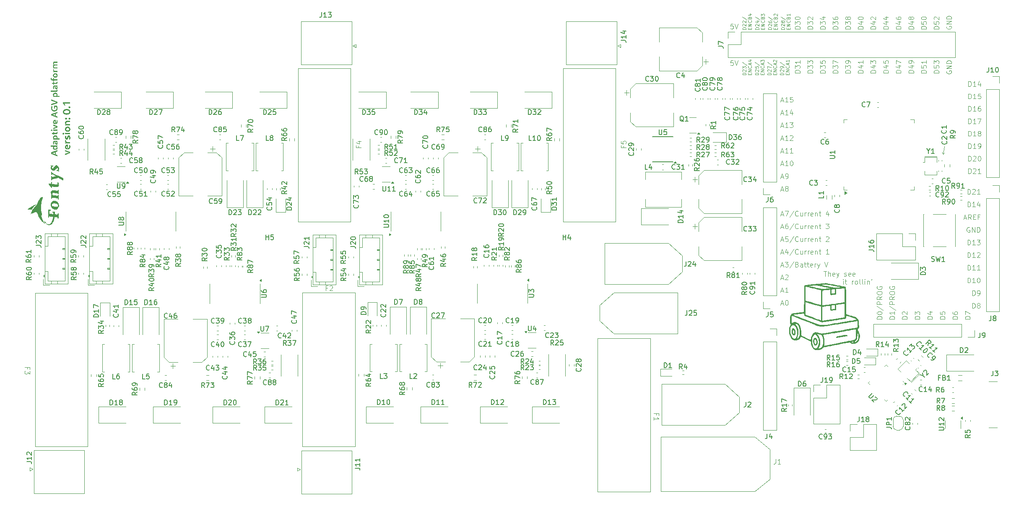
<source format=gbr>
%TF.GenerationSoftware,KiCad,Pcbnew,9.0.1*%
%TF.CreationDate,2025-04-06T02:54:57+02:00*%
%TF.ProjectId,controller_mainboard,636f6e74-726f-46c6-9c65-725f6d61696e,rev?*%
%TF.SameCoordinates,Original*%
%TF.FileFunction,Legend,Top*%
%TF.FilePolarity,Positive*%
%FSLAX46Y46*%
G04 Gerber Fmt 4.6, Leading zero omitted, Abs format (unit mm)*
G04 Created by KiCad (PCBNEW 9.0.1) date 2025-04-06 02:54:57*
%MOMM*%
%LPD*%
G01*
G04 APERTURE LIST*
%ADD10C,0.100000*%
%ADD11C,0.300000*%
%ADD12C,0.150000*%
%ADD13C,0.120000*%
%ADD14C,0.000000*%
G04 APERTURE END LIST*
D10*
X240000000Y-89400000D02*
X239800000Y-89000000D01*
X240000000Y-89400000D02*
X240317870Y-89065291D01*
X240200000Y-87800000D02*
X240000000Y-89400000D01*
X228922419Y-72953258D02*
X227922419Y-72953258D01*
X227922419Y-72953258D02*
X227922419Y-72715163D01*
X227922419Y-72715163D02*
X227970038Y-72572306D01*
X227970038Y-72572306D02*
X228065276Y-72477068D01*
X228065276Y-72477068D02*
X228160514Y-72429449D01*
X228160514Y-72429449D02*
X228350990Y-72381830D01*
X228350990Y-72381830D02*
X228493847Y-72381830D01*
X228493847Y-72381830D02*
X228684323Y-72429449D01*
X228684323Y-72429449D02*
X228779561Y-72477068D01*
X228779561Y-72477068D02*
X228874800Y-72572306D01*
X228874800Y-72572306D02*
X228922419Y-72715163D01*
X228922419Y-72715163D02*
X228922419Y-72953258D01*
X228255752Y-71524687D02*
X228922419Y-71524687D01*
X227874800Y-71762782D02*
X228589085Y-72000877D01*
X228589085Y-72000877D02*
X228589085Y-71381830D01*
X227922419Y-70524687D02*
X227922419Y-71000877D01*
X227922419Y-71000877D02*
X228398609Y-71048496D01*
X228398609Y-71048496D02*
X228350990Y-71000877D01*
X228350990Y-71000877D02*
X228303371Y-70905639D01*
X228303371Y-70905639D02*
X228303371Y-70667544D01*
X228303371Y-70667544D02*
X228350990Y-70572306D01*
X228350990Y-70572306D02*
X228398609Y-70524687D01*
X228398609Y-70524687D02*
X228493847Y-70477068D01*
X228493847Y-70477068D02*
X228731942Y-70477068D01*
X228731942Y-70477068D02*
X228827180Y-70524687D01*
X228827180Y-70524687D02*
X228874800Y-70572306D01*
X228874800Y-70572306D02*
X228922419Y-70667544D01*
X228922419Y-70667544D02*
X228922419Y-70905639D01*
X228922419Y-70905639D02*
X228874800Y-71000877D01*
X228874800Y-71000877D02*
X228827180Y-71048496D01*
X232729562Y-122696115D02*
X231729562Y-122696115D01*
X231729562Y-122696115D02*
X231729562Y-122458020D01*
X231729562Y-122458020D02*
X231777181Y-122315163D01*
X231777181Y-122315163D02*
X231872419Y-122219925D01*
X231872419Y-122219925D02*
X231967657Y-122172306D01*
X231967657Y-122172306D02*
X232158133Y-122124687D01*
X232158133Y-122124687D02*
X232300990Y-122124687D01*
X232300990Y-122124687D02*
X232491466Y-122172306D01*
X232491466Y-122172306D02*
X232586704Y-122219925D01*
X232586704Y-122219925D02*
X232681943Y-122315163D01*
X232681943Y-122315163D02*
X232729562Y-122458020D01*
X232729562Y-122458020D02*
X232729562Y-122696115D01*
X231824800Y-121743734D02*
X231777181Y-121696115D01*
X231777181Y-121696115D02*
X231729562Y-121600877D01*
X231729562Y-121600877D02*
X231729562Y-121362782D01*
X231729562Y-121362782D02*
X231777181Y-121267544D01*
X231777181Y-121267544D02*
X231824800Y-121219925D01*
X231824800Y-121219925D02*
X231920038Y-121172306D01*
X231920038Y-121172306D02*
X232015276Y-121172306D01*
X232015276Y-121172306D02*
X232158133Y-121219925D01*
X232158133Y-121219925D02*
X232729562Y-121791353D01*
X232729562Y-121791353D02*
X232729562Y-121172306D01*
X236572419Y-64096115D02*
X235572419Y-64096115D01*
X235572419Y-64096115D02*
X235572419Y-63858020D01*
X235572419Y-63858020D02*
X235620038Y-63715163D01*
X235620038Y-63715163D02*
X235715276Y-63619925D01*
X235715276Y-63619925D02*
X235810514Y-63572306D01*
X235810514Y-63572306D02*
X236000990Y-63524687D01*
X236000990Y-63524687D02*
X236143847Y-63524687D01*
X236143847Y-63524687D02*
X236334323Y-63572306D01*
X236334323Y-63572306D02*
X236429561Y-63619925D01*
X236429561Y-63619925D02*
X236524800Y-63715163D01*
X236524800Y-63715163D02*
X236572419Y-63858020D01*
X236572419Y-63858020D02*
X236572419Y-64096115D01*
X235572419Y-62619925D02*
X235572419Y-63096115D01*
X235572419Y-63096115D02*
X236048609Y-63143734D01*
X236048609Y-63143734D02*
X236000990Y-63096115D01*
X236000990Y-63096115D02*
X235953371Y-63000877D01*
X235953371Y-63000877D02*
X235953371Y-62762782D01*
X235953371Y-62762782D02*
X236000990Y-62667544D01*
X236000990Y-62667544D02*
X236048609Y-62619925D01*
X236048609Y-62619925D02*
X236143847Y-62572306D01*
X236143847Y-62572306D02*
X236381942Y-62572306D01*
X236381942Y-62572306D02*
X236477180Y-62619925D01*
X236477180Y-62619925D02*
X236524800Y-62667544D01*
X236524800Y-62667544D02*
X236572419Y-62762782D01*
X236572419Y-62762782D02*
X236572419Y-63000877D01*
X236572419Y-63000877D02*
X236524800Y-63096115D01*
X236524800Y-63096115D02*
X236477180Y-63143734D01*
X235572419Y-61953258D02*
X235572419Y-61858020D01*
X235572419Y-61858020D02*
X235620038Y-61762782D01*
X235620038Y-61762782D02*
X235667657Y-61715163D01*
X235667657Y-61715163D02*
X235762895Y-61667544D01*
X235762895Y-61667544D02*
X235953371Y-61619925D01*
X235953371Y-61619925D02*
X236191466Y-61619925D01*
X236191466Y-61619925D02*
X236381942Y-61667544D01*
X236381942Y-61667544D02*
X236477180Y-61715163D01*
X236477180Y-61715163D02*
X236524800Y-61762782D01*
X236524800Y-61762782D02*
X236572419Y-61858020D01*
X236572419Y-61858020D02*
X236572419Y-61953258D01*
X236572419Y-61953258D02*
X236524800Y-62048496D01*
X236524800Y-62048496D02*
X236477180Y-62096115D01*
X236477180Y-62096115D02*
X236381942Y-62143734D01*
X236381942Y-62143734D02*
X236191466Y-62191353D01*
X236191466Y-62191353D02*
X235953371Y-62191353D01*
X235953371Y-62191353D02*
X235762895Y-62143734D01*
X235762895Y-62143734D02*
X235667657Y-62096115D01*
X235667657Y-62096115D02*
X235620038Y-62048496D01*
X235620038Y-62048496D02*
X235572419Y-61953258D01*
X202715505Y-73367544D02*
X202015505Y-73367544D01*
X202015505Y-73367544D02*
X202015505Y-73200877D01*
X202015505Y-73200877D02*
X202048838Y-73100877D01*
X202048838Y-73100877D02*
X202115505Y-73034211D01*
X202115505Y-73034211D02*
X202182172Y-73000877D01*
X202182172Y-73000877D02*
X202315505Y-72967544D01*
X202315505Y-72967544D02*
X202415505Y-72967544D01*
X202415505Y-72967544D02*
X202548838Y-73000877D01*
X202548838Y-73000877D02*
X202615505Y-73034211D01*
X202615505Y-73034211D02*
X202682172Y-73100877D01*
X202682172Y-73100877D02*
X202715505Y-73200877D01*
X202715505Y-73200877D02*
X202715505Y-73367544D01*
X202082172Y-72700877D02*
X202048838Y-72667544D01*
X202048838Y-72667544D02*
X202015505Y-72600877D01*
X202015505Y-72600877D02*
X202015505Y-72434211D01*
X202015505Y-72434211D02*
X202048838Y-72367544D01*
X202048838Y-72367544D02*
X202082172Y-72334211D01*
X202082172Y-72334211D02*
X202148838Y-72300877D01*
X202148838Y-72300877D02*
X202215505Y-72300877D01*
X202215505Y-72300877D02*
X202315505Y-72334211D01*
X202315505Y-72334211D02*
X202715505Y-72734211D01*
X202715505Y-72734211D02*
X202715505Y-72300877D01*
X202015505Y-71667544D02*
X202015505Y-72000877D01*
X202015505Y-72000877D02*
X202348838Y-72034210D01*
X202348838Y-72034210D02*
X202315505Y-72000877D01*
X202315505Y-72000877D02*
X202282172Y-71934210D01*
X202282172Y-71934210D02*
X202282172Y-71767544D01*
X202282172Y-71767544D02*
X202315505Y-71700877D01*
X202315505Y-71700877D02*
X202348838Y-71667544D01*
X202348838Y-71667544D02*
X202415505Y-71634210D01*
X202415505Y-71634210D02*
X202582172Y-71634210D01*
X202582172Y-71634210D02*
X202648838Y-71667544D01*
X202648838Y-71667544D02*
X202682172Y-71700877D01*
X202682172Y-71700877D02*
X202715505Y-71767544D01*
X202715505Y-71767544D02*
X202715505Y-71934210D01*
X202715505Y-71934210D02*
X202682172Y-72000877D01*
X202682172Y-72000877D02*
X202648838Y-72034210D01*
X201982172Y-70834210D02*
X202882172Y-71434210D01*
X203475799Y-73367544D02*
X203475799Y-73134211D01*
X203842466Y-73034211D02*
X203842466Y-73367544D01*
X203842466Y-73367544D02*
X203142466Y-73367544D01*
X203142466Y-73367544D02*
X203142466Y-73034211D01*
X203842466Y-72734211D02*
X203142466Y-72734211D01*
X203142466Y-72734211D02*
X203842466Y-72334211D01*
X203842466Y-72334211D02*
X203142466Y-72334211D01*
X203775799Y-71600878D02*
X203809133Y-71634211D01*
X203809133Y-71634211D02*
X203842466Y-71734211D01*
X203842466Y-71734211D02*
X203842466Y-71800878D01*
X203842466Y-71800878D02*
X203809133Y-71900878D01*
X203809133Y-71900878D02*
X203742466Y-71967545D01*
X203742466Y-71967545D02*
X203675799Y-72000878D01*
X203675799Y-72000878D02*
X203542466Y-72034211D01*
X203542466Y-72034211D02*
X203442466Y-72034211D01*
X203442466Y-72034211D02*
X203309133Y-72000878D01*
X203309133Y-72000878D02*
X203242466Y-71967545D01*
X203242466Y-71967545D02*
X203175799Y-71900878D01*
X203175799Y-71900878D02*
X203142466Y-71800878D01*
X203142466Y-71800878D02*
X203142466Y-71734211D01*
X203142466Y-71734211D02*
X203175799Y-71634211D01*
X203175799Y-71634211D02*
X203209133Y-71600878D01*
X203642466Y-71334211D02*
X203642466Y-71000878D01*
X203842466Y-71400878D02*
X203142466Y-71167545D01*
X203142466Y-71167545D02*
X203842466Y-70934211D01*
X203142466Y-70767545D02*
X203142466Y-70334211D01*
X203142466Y-70334211D02*
X203409133Y-70567545D01*
X203409133Y-70567545D02*
X203409133Y-70467545D01*
X203409133Y-70467545D02*
X203442466Y-70400878D01*
X203442466Y-70400878D02*
X203475799Y-70367545D01*
X203475799Y-70367545D02*
X203542466Y-70334211D01*
X203542466Y-70334211D02*
X203709133Y-70334211D01*
X203709133Y-70334211D02*
X203775799Y-70367545D01*
X203775799Y-70367545D02*
X203809133Y-70400878D01*
X203809133Y-70400878D02*
X203842466Y-70467545D01*
X203842466Y-70467545D02*
X203842466Y-70667545D01*
X203842466Y-70667545D02*
X203809133Y-70734211D01*
X203809133Y-70734211D02*
X203775799Y-70767545D01*
X245332455Y-104186705D02*
X245237217Y-104139086D01*
X245237217Y-104139086D02*
X245094360Y-104139086D01*
X245094360Y-104139086D02*
X244951503Y-104186705D01*
X244951503Y-104186705D02*
X244856265Y-104281943D01*
X244856265Y-104281943D02*
X244808646Y-104377181D01*
X244808646Y-104377181D02*
X244761027Y-104567657D01*
X244761027Y-104567657D02*
X244761027Y-104710514D01*
X244761027Y-104710514D02*
X244808646Y-104900990D01*
X244808646Y-104900990D02*
X244856265Y-104996228D01*
X244856265Y-104996228D02*
X244951503Y-105091467D01*
X244951503Y-105091467D02*
X245094360Y-105139086D01*
X245094360Y-105139086D02*
X245189598Y-105139086D01*
X245189598Y-105139086D02*
X245332455Y-105091467D01*
X245332455Y-105091467D02*
X245380074Y-105043847D01*
X245380074Y-105043847D02*
X245380074Y-104710514D01*
X245380074Y-104710514D02*
X245189598Y-104710514D01*
X245808646Y-105139086D02*
X245808646Y-104139086D01*
X245808646Y-104139086D02*
X246380074Y-105139086D01*
X246380074Y-105139086D02*
X246380074Y-104139086D01*
X246856265Y-105139086D02*
X246856265Y-104139086D01*
X246856265Y-104139086D02*
X247094360Y-104139086D01*
X247094360Y-104139086D02*
X247237217Y-104186705D01*
X247237217Y-104186705D02*
X247332455Y-104281943D01*
X247332455Y-104281943D02*
X247380074Y-104377181D01*
X247380074Y-104377181D02*
X247427693Y-104567657D01*
X247427693Y-104567657D02*
X247427693Y-104710514D01*
X247427693Y-104710514D02*
X247380074Y-104900990D01*
X247380074Y-104900990D02*
X247332455Y-104996228D01*
X247332455Y-104996228D02*
X247237217Y-105091467D01*
X247237217Y-105091467D02*
X247094360Y-105139086D01*
X247094360Y-105139086D02*
X246856265Y-105139086D01*
X211072419Y-72953258D02*
X210072419Y-72953258D01*
X210072419Y-72953258D02*
X210072419Y-72715163D01*
X210072419Y-72715163D02*
X210120038Y-72572306D01*
X210120038Y-72572306D02*
X210215276Y-72477068D01*
X210215276Y-72477068D02*
X210310514Y-72429449D01*
X210310514Y-72429449D02*
X210500990Y-72381830D01*
X210500990Y-72381830D02*
X210643847Y-72381830D01*
X210643847Y-72381830D02*
X210834323Y-72429449D01*
X210834323Y-72429449D02*
X210929561Y-72477068D01*
X210929561Y-72477068D02*
X211024800Y-72572306D01*
X211024800Y-72572306D02*
X211072419Y-72715163D01*
X211072419Y-72715163D02*
X211072419Y-72953258D01*
X210072419Y-72048496D02*
X210072419Y-71429449D01*
X210072419Y-71429449D02*
X210453371Y-71762782D01*
X210453371Y-71762782D02*
X210453371Y-71619925D01*
X210453371Y-71619925D02*
X210500990Y-71524687D01*
X210500990Y-71524687D02*
X210548609Y-71477068D01*
X210548609Y-71477068D02*
X210643847Y-71429449D01*
X210643847Y-71429449D02*
X210881942Y-71429449D01*
X210881942Y-71429449D02*
X210977180Y-71477068D01*
X210977180Y-71477068D02*
X211024800Y-71524687D01*
X211024800Y-71524687D02*
X211072419Y-71619925D01*
X211072419Y-71619925D02*
X211072419Y-71905639D01*
X211072419Y-71905639D02*
X211024800Y-72000877D01*
X211024800Y-72000877D02*
X210977180Y-72048496D01*
X211072419Y-70477068D02*
X211072419Y-71048496D01*
X211072419Y-70762782D02*
X210072419Y-70762782D01*
X210072419Y-70762782D02*
X210215276Y-70858020D01*
X210215276Y-70858020D02*
X210310514Y-70953258D01*
X210310514Y-70953258D02*
X210358133Y-71048496D01*
X228922419Y-64096115D02*
X227922419Y-64096115D01*
X227922419Y-64096115D02*
X227922419Y-63858020D01*
X227922419Y-63858020D02*
X227970038Y-63715163D01*
X227970038Y-63715163D02*
X228065276Y-63619925D01*
X228065276Y-63619925D02*
X228160514Y-63572306D01*
X228160514Y-63572306D02*
X228350990Y-63524687D01*
X228350990Y-63524687D02*
X228493847Y-63524687D01*
X228493847Y-63524687D02*
X228684323Y-63572306D01*
X228684323Y-63572306D02*
X228779561Y-63619925D01*
X228779561Y-63619925D02*
X228874800Y-63715163D01*
X228874800Y-63715163D02*
X228922419Y-63858020D01*
X228922419Y-63858020D02*
X228922419Y-64096115D01*
X228255752Y-62667544D02*
X228922419Y-62667544D01*
X227874800Y-62905639D02*
X228589085Y-63143734D01*
X228589085Y-63143734D02*
X228589085Y-62524687D01*
X228255752Y-61715163D02*
X228922419Y-61715163D01*
X227874800Y-61953258D02*
X228589085Y-62191353D01*
X228589085Y-62191353D02*
X228589085Y-61572306D01*
X223822419Y-72953258D02*
X222822419Y-72953258D01*
X222822419Y-72953258D02*
X222822419Y-72715163D01*
X222822419Y-72715163D02*
X222870038Y-72572306D01*
X222870038Y-72572306D02*
X222965276Y-72477068D01*
X222965276Y-72477068D02*
X223060514Y-72429449D01*
X223060514Y-72429449D02*
X223250990Y-72381830D01*
X223250990Y-72381830D02*
X223393847Y-72381830D01*
X223393847Y-72381830D02*
X223584323Y-72429449D01*
X223584323Y-72429449D02*
X223679561Y-72477068D01*
X223679561Y-72477068D02*
X223774800Y-72572306D01*
X223774800Y-72572306D02*
X223822419Y-72715163D01*
X223822419Y-72715163D02*
X223822419Y-72953258D01*
X223155752Y-71524687D02*
X223822419Y-71524687D01*
X222774800Y-71762782D02*
X223489085Y-72000877D01*
X223489085Y-72000877D02*
X223489085Y-71381830D01*
X223822419Y-70477068D02*
X223822419Y-71048496D01*
X223822419Y-70762782D02*
X222822419Y-70762782D01*
X222822419Y-70762782D02*
X222965276Y-70858020D01*
X222965276Y-70858020D02*
X223060514Y-70953258D01*
X223060514Y-70953258D02*
X223108133Y-71048496D01*
X231472419Y-72953258D02*
X230472419Y-72953258D01*
X230472419Y-72953258D02*
X230472419Y-72715163D01*
X230472419Y-72715163D02*
X230520038Y-72572306D01*
X230520038Y-72572306D02*
X230615276Y-72477068D01*
X230615276Y-72477068D02*
X230710514Y-72429449D01*
X230710514Y-72429449D02*
X230900990Y-72381830D01*
X230900990Y-72381830D02*
X231043847Y-72381830D01*
X231043847Y-72381830D02*
X231234323Y-72429449D01*
X231234323Y-72429449D02*
X231329561Y-72477068D01*
X231329561Y-72477068D02*
X231424800Y-72572306D01*
X231424800Y-72572306D02*
X231472419Y-72715163D01*
X231472419Y-72715163D02*
X231472419Y-72953258D01*
X230805752Y-71524687D02*
X231472419Y-71524687D01*
X230424800Y-71762782D02*
X231139085Y-72000877D01*
X231139085Y-72000877D02*
X231139085Y-71381830D01*
X230472419Y-71096115D02*
X230472419Y-70429449D01*
X230472419Y-70429449D02*
X231472419Y-70858020D01*
X237815277Y-122696115D02*
X236815277Y-122696115D01*
X236815277Y-122696115D02*
X236815277Y-122458020D01*
X236815277Y-122458020D02*
X236862896Y-122315163D01*
X236862896Y-122315163D02*
X236958134Y-122219925D01*
X236958134Y-122219925D02*
X237053372Y-122172306D01*
X237053372Y-122172306D02*
X237243848Y-122124687D01*
X237243848Y-122124687D02*
X237386705Y-122124687D01*
X237386705Y-122124687D02*
X237577181Y-122172306D01*
X237577181Y-122172306D02*
X237672419Y-122219925D01*
X237672419Y-122219925D02*
X237767658Y-122315163D01*
X237767658Y-122315163D02*
X237815277Y-122458020D01*
X237815277Y-122458020D02*
X237815277Y-122696115D01*
X237148610Y-121267544D02*
X237815277Y-121267544D01*
X236767658Y-121505639D02*
X237481943Y-121743734D01*
X237481943Y-121743734D02*
X237481943Y-121124687D01*
X240358134Y-122696115D02*
X239358134Y-122696115D01*
X239358134Y-122696115D02*
X239358134Y-122458020D01*
X239358134Y-122458020D02*
X239405753Y-122315163D01*
X239405753Y-122315163D02*
X239500991Y-122219925D01*
X239500991Y-122219925D02*
X239596229Y-122172306D01*
X239596229Y-122172306D02*
X239786705Y-122124687D01*
X239786705Y-122124687D02*
X239929562Y-122124687D01*
X239929562Y-122124687D02*
X240120038Y-122172306D01*
X240120038Y-122172306D02*
X240215276Y-122219925D01*
X240215276Y-122219925D02*
X240310515Y-122315163D01*
X240310515Y-122315163D02*
X240358134Y-122458020D01*
X240358134Y-122458020D02*
X240358134Y-122696115D01*
X239358134Y-121219925D02*
X239358134Y-121696115D01*
X239358134Y-121696115D02*
X239834324Y-121743734D01*
X239834324Y-121743734D02*
X239786705Y-121696115D01*
X239786705Y-121696115D02*
X239739086Y-121600877D01*
X239739086Y-121600877D02*
X239739086Y-121362782D01*
X239739086Y-121362782D02*
X239786705Y-121267544D01*
X239786705Y-121267544D02*
X239834324Y-121219925D01*
X239834324Y-121219925D02*
X239929562Y-121172306D01*
X239929562Y-121172306D02*
X240167657Y-121172306D01*
X240167657Y-121172306D02*
X240262895Y-121219925D01*
X240262895Y-121219925D02*
X240310515Y-121267544D01*
X240310515Y-121267544D02*
X240358134Y-121362782D01*
X240358134Y-121362782D02*
X240358134Y-121600877D01*
X240358134Y-121600877D02*
X240310515Y-121696115D01*
X240310515Y-121696115D02*
X240262895Y-121743734D01*
X207256265Y-91443847D02*
X207732455Y-91443847D01*
X207161027Y-91729562D02*
X207494360Y-90729562D01*
X207494360Y-90729562D02*
X207827693Y-91729562D01*
X208684836Y-91729562D02*
X208113408Y-91729562D01*
X208399122Y-91729562D02*
X208399122Y-90729562D01*
X208399122Y-90729562D02*
X208303884Y-90872419D01*
X208303884Y-90872419D02*
X208208646Y-90967657D01*
X208208646Y-90967657D02*
X208113408Y-91015276D01*
X209303884Y-90729562D02*
X209399122Y-90729562D01*
X209399122Y-90729562D02*
X209494360Y-90777181D01*
X209494360Y-90777181D02*
X209541979Y-90824800D01*
X209541979Y-90824800D02*
X209589598Y-90920038D01*
X209589598Y-90920038D02*
X209637217Y-91110514D01*
X209637217Y-91110514D02*
X209637217Y-91348609D01*
X209637217Y-91348609D02*
X209589598Y-91539085D01*
X209589598Y-91539085D02*
X209541979Y-91634323D01*
X209541979Y-91634323D02*
X209494360Y-91681943D01*
X209494360Y-91681943D02*
X209399122Y-91729562D01*
X209399122Y-91729562D02*
X209303884Y-91729562D01*
X209303884Y-91729562D02*
X209208646Y-91681943D01*
X209208646Y-91681943D02*
X209161027Y-91634323D01*
X209161027Y-91634323D02*
X209113408Y-91539085D01*
X209113408Y-91539085D02*
X209065789Y-91348609D01*
X209065789Y-91348609D02*
X209065789Y-91110514D01*
X209065789Y-91110514D02*
X209113408Y-90920038D01*
X209113408Y-90920038D02*
X209161027Y-90824800D01*
X209161027Y-90824800D02*
X209208646Y-90777181D01*
X209208646Y-90777181D02*
X209303884Y-90729562D01*
X240720038Y-72572306D02*
X240672419Y-72667544D01*
X240672419Y-72667544D02*
X240672419Y-72810401D01*
X240672419Y-72810401D02*
X240720038Y-72953258D01*
X240720038Y-72953258D02*
X240815276Y-73048496D01*
X240815276Y-73048496D02*
X240910514Y-73096115D01*
X240910514Y-73096115D02*
X241100990Y-73143734D01*
X241100990Y-73143734D02*
X241243847Y-73143734D01*
X241243847Y-73143734D02*
X241434323Y-73096115D01*
X241434323Y-73096115D02*
X241529561Y-73048496D01*
X241529561Y-73048496D02*
X241624800Y-72953258D01*
X241624800Y-72953258D02*
X241672419Y-72810401D01*
X241672419Y-72810401D02*
X241672419Y-72715163D01*
X241672419Y-72715163D02*
X241624800Y-72572306D01*
X241624800Y-72572306D02*
X241577180Y-72524687D01*
X241577180Y-72524687D02*
X241243847Y-72524687D01*
X241243847Y-72524687D02*
X241243847Y-72715163D01*
X241672419Y-72096115D02*
X240672419Y-72096115D01*
X240672419Y-72096115D02*
X241672419Y-71524687D01*
X241672419Y-71524687D02*
X240672419Y-71524687D01*
X241672419Y-71048496D02*
X240672419Y-71048496D01*
X240672419Y-71048496D02*
X240672419Y-70810401D01*
X240672419Y-70810401D02*
X240720038Y-70667544D01*
X240720038Y-70667544D02*
X240815276Y-70572306D01*
X240815276Y-70572306D02*
X240910514Y-70524687D01*
X240910514Y-70524687D02*
X241100990Y-70477068D01*
X241100990Y-70477068D02*
X241243847Y-70477068D01*
X241243847Y-70477068D02*
X241434323Y-70524687D01*
X241434323Y-70524687D02*
X241529561Y-70572306D01*
X241529561Y-70572306D02*
X241624800Y-70667544D01*
X241624800Y-70667544D02*
X241672419Y-70810401D01*
X241672419Y-70810401D02*
X241672419Y-71048496D01*
X221272419Y-72953258D02*
X220272419Y-72953258D01*
X220272419Y-72953258D02*
X220272419Y-72715163D01*
X220272419Y-72715163D02*
X220320038Y-72572306D01*
X220320038Y-72572306D02*
X220415276Y-72477068D01*
X220415276Y-72477068D02*
X220510514Y-72429449D01*
X220510514Y-72429449D02*
X220700990Y-72381830D01*
X220700990Y-72381830D02*
X220843847Y-72381830D01*
X220843847Y-72381830D02*
X221034323Y-72429449D01*
X221034323Y-72429449D02*
X221129561Y-72477068D01*
X221129561Y-72477068D02*
X221224800Y-72572306D01*
X221224800Y-72572306D02*
X221272419Y-72715163D01*
X221272419Y-72715163D02*
X221272419Y-72953258D01*
X220272419Y-72048496D02*
X220272419Y-71429449D01*
X220272419Y-71429449D02*
X220653371Y-71762782D01*
X220653371Y-71762782D02*
X220653371Y-71619925D01*
X220653371Y-71619925D02*
X220700990Y-71524687D01*
X220700990Y-71524687D02*
X220748609Y-71477068D01*
X220748609Y-71477068D02*
X220843847Y-71429449D01*
X220843847Y-71429449D02*
X221081942Y-71429449D01*
X221081942Y-71429449D02*
X221177180Y-71477068D01*
X221177180Y-71477068D02*
X221224800Y-71524687D01*
X221224800Y-71524687D02*
X221272419Y-71619925D01*
X221272419Y-71619925D02*
X221272419Y-71905639D01*
X221272419Y-71905639D02*
X221224800Y-72000877D01*
X221224800Y-72000877D02*
X221177180Y-72048496D01*
X221272419Y-70953258D02*
X221272419Y-70762782D01*
X221272419Y-70762782D02*
X221224800Y-70667544D01*
X221224800Y-70667544D02*
X221177180Y-70619925D01*
X221177180Y-70619925D02*
X221034323Y-70524687D01*
X221034323Y-70524687D02*
X220843847Y-70477068D01*
X220843847Y-70477068D02*
X220462895Y-70477068D01*
X220462895Y-70477068D02*
X220367657Y-70524687D01*
X220367657Y-70524687D02*
X220320038Y-70572306D01*
X220320038Y-70572306D02*
X220272419Y-70667544D01*
X220272419Y-70667544D02*
X220272419Y-70858020D01*
X220272419Y-70858020D02*
X220320038Y-70953258D01*
X220320038Y-70953258D02*
X220367657Y-71000877D01*
X220367657Y-71000877D02*
X220462895Y-71048496D01*
X220462895Y-71048496D02*
X220700990Y-71048496D01*
X220700990Y-71048496D02*
X220796228Y-71000877D01*
X220796228Y-71000877D02*
X220843847Y-70953258D01*
X220843847Y-70953258D02*
X220891466Y-70858020D01*
X220891466Y-70858020D02*
X220891466Y-70667544D01*
X220891466Y-70667544D02*
X220843847Y-70572306D01*
X220843847Y-70572306D02*
X220796228Y-70524687D01*
X220796228Y-70524687D02*
X220700990Y-70477068D01*
X207256265Y-78586704D02*
X207732455Y-78586704D01*
X207161027Y-78872419D02*
X207494360Y-77872419D01*
X207494360Y-77872419D02*
X207827693Y-78872419D01*
X208684836Y-78872419D02*
X208113408Y-78872419D01*
X208399122Y-78872419D02*
X208399122Y-77872419D01*
X208399122Y-77872419D02*
X208303884Y-78015276D01*
X208303884Y-78015276D02*
X208208646Y-78110514D01*
X208208646Y-78110514D02*
X208113408Y-78158133D01*
X209589598Y-77872419D02*
X209113408Y-77872419D01*
X209113408Y-77872419D02*
X209065789Y-78348609D01*
X209065789Y-78348609D02*
X209113408Y-78300990D01*
X209113408Y-78300990D02*
X209208646Y-78253371D01*
X209208646Y-78253371D02*
X209446741Y-78253371D01*
X209446741Y-78253371D02*
X209541979Y-78300990D01*
X209541979Y-78300990D02*
X209589598Y-78348609D01*
X209589598Y-78348609D02*
X209637217Y-78443847D01*
X209637217Y-78443847D02*
X209637217Y-78681942D01*
X209637217Y-78681942D02*
X209589598Y-78777180D01*
X209589598Y-78777180D02*
X209541979Y-78824800D01*
X209541979Y-78824800D02*
X209446741Y-78872419D01*
X209446741Y-78872419D02*
X209208646Y-78872419D01*
X209208646Y-78872419D02*
X209113408Y-78824800D01*
X209113408Y-78824800D02*
X209065789Y-78777180D01*
X245103884Y-85729562D02*
X245103884Y-84729562D01*
X245103884Y-84729562D02*
X245341979Y-84729562D01*
X245341979Y-84729562D02*
X245484836Y-84777181D01*
X245484836Y-84777181D02*
X245580074Y-84872419D01*
X245580074Y-84872419D02*
X245627693Y-84967657D01*
X245627693Y-84967657D02*
X245675312Y-85158133D01*
X245675312Y-85158133D02*
X245675312Y-85300990D01*
X245675312Y-85300990D02*
X245627693Y-85491466D01*
X245627693Y-85491466D02*
X245580074Y-85586704D01*
X245580074Y-85586704D02*
X245484836Y-85681943D01*
X245484836Y-85681943D02*
X245341979Y-85729562D01*
X245341979Y-85729562D02*
X245103884Y-85729562D01*
X246627693Y-85729562D02*
X246056265Y-85729562D01*
X246341979Y-85729562D02*
X246341979Y-84729562D01*
X246341979Y-84729562D02*
X246246741Y-84872419D01*
X246246741Y-84872419D02*
X246151503Y-84967657D01*
X246151503Y-84967657D02*
X246056265Y-85015276D01*
X247199122Y-85158133D02*
X247103884Y-85110514D01*
X247103884Y-85110514D02*
X247056265Y-85062895D01*
X247056265Y-85062895D02*
X247008646Y-84967657D01*
X247008646Y-84967657D02*
X247008646Y-84920038D01*
X247008646Y-84920038D02*
X247056265Y-84824800D01*
X247056265Y-84824800D02*
X247103884Y-84777181D01*
X247103884Y-84777181D02*
X247199122Y-84729562D01*
X247199122Y-84729562D02*
X247389598Y-84729562D01*
X247389598Y-84729562D02*
X247484836Y-84777181D01*
X247484836Y-84777181D02*
X247532455Y-84824800D01*
X247532455Y-84824800D02*
X247580074Y-84920038D01*
X247580074Y-84920038D02*
X247580074Y-84967657D01*
X247580074Y-84967657D02*
X247532455Y-85062895D01*
X247532455Y-85062895D02*
X247484836Y-85110514D01*
X247484836Y-85110514D02*
X247389598Y-85158133D01*
X247389598Y-85158133D02*
X247199122Y-85158133D01*
X247199122Y-85158133D02*
X247103884Y-85205752D01*
X247103884Y-85205752D02*
X247056265Y-85253371D01*
X247056265Y-85253371D02*
X247008646Y-85348609D01*
X247008646Y-85348609D02*
X247008646Y-85539085D01*
X247008646Y-85539085D02*
X247056265Y-85634323D01*
X247056265Y-85634323D02*
X247103884Y-85681943D01*
X247103884Y-85681943D02*
X247199122Y-85729562D01*
X247199122Y-85729562D02*
X247389598Y-85729562D01*
X247389598Y-85729562D02*
X247484836Y-85681943D01*
X247484836Y-85681943D02*
X247532455Y-85634323D01*
X247532455Y-85634323D02*
X247580074Y-85539085D01*
X247580074Y-85539085D02*
X247580074Y-85348609D01*
X247580074Y-85348609D02*
X247532455Y-85253371D01*
X247532455Y-85253371D02*
X247484836Y-85205752D01*
X247484836Y-85205752D02*
X247389598Y-85158133D01*
X240720038Y-63572306D02*
X240672419Y-63667544D01*
X240672419Y-63667544D02*
X240672419Y-63810401D01*
X240672419Y-63810401D02*
X240720038Y-63953258D01*
X240720038Y-63953258D02*
X240815276Y-64048496D01*
X240815276Y-64048496D02*
X240910514Y-64096115D01*
X240910514Y-64096115D02*
X241100990Y-64143734D01*
X241100990Y-64143734D02*
X241243847Y-64143734D01*
X241243847Y-64143734D02*
X241434323Y-64096115D01*
X241434323Y-64096115D02*
X241529561Y-64048496D01*
X241529561Y-64048496D02*
X241624800Y-63953258D01*
X241624800Y-63953258D02*
X241672419Y-63810401D01*
X241672419Y-63810401D02*
X241672419Y-63715163D01*
X241672419Y-63715163D02*
X241624800Y-63572306D01*
X241624800Y-63572306D02*
X241577180Y-63524687D01*
X241577180Y-63524687D02*
X241243847Y-63524687D01*
X241243847Y-63524687D02*
X241243847Y-63715163D01*
X241672419Y-63096115D02*
X240672419Y-63096115D01*
X240672419Y-63096115D02*
X241672419Y-62524687D01*
X241672419Y-62524687D02*
X240672419Y-62524687D01*
X241672419Y-62048496D02*
X240672419Y-62048496D01*
X240672419Y-62048496D02*
X240672419Y-61810401D01*
X240672419Y-61810401D02*
X240720038Y-61667544D01*
X240720038Y-61667544D02*
X240815276Y-61572306D01*
X240815276Y-61572306D02*
X240910514Y-61524687D01*
X240910514Y-61524687D02*
X241100990Y-61477068D01*
X241100990Y-61477068D02*
X241243847Y-61477068D01*
X241243847Y-61477068D02*
X241434323Y-61524687D01*
X241434323Y-61524687D02*
X241529561Y-61572306D01*
X241529561Y-61572306D02*
X241624800Y-61667544D01*
X241624800Y-61667544D02*
X241672419Y-61810401D01*
X241672419Y-61810401D02*
X241672419Y-62048496D01*
X207256265Y-104158133D02*
X207732455Y-104158133D01*
X207161027Y-104443848D02*
X207494360Y-103443848D01*
X207494360Y-103443848D02*
X207827693Y-104443848D01*
X208589598Y-103443848D02*
X208399122Y-103443848D01*
X208399122Y-103443848D02*
X208303884Y-103491467D01*
X208303884Y-103491467D02*
X208256265Y-103539086D01*
X208256265Y-103539086D02*
X208161027Y-103681943D01*
X208161027Y-103681943D02*
X208113408Y-103872419D01*
X208113408Y-103872419D02*
X208113408Y-104253371D01*
X208113408Y-104253371D02*
X208161027Y-104348609D01*
X208161027Y-104348609D02*
X208208646Y-104396229D01*
X208208646Y-104396229D02*
X208303884Y-104443848D01*
X208303884Y-104443848D02*
X208494360Y-104443848D01*
X208494360Y-104443848D02*
X208589598Y-104396229D01*
X208589598Y-104396229D02*
X208637217Y-104348609D01*
X208637217Y-104348609D02*
X208684836Y-104253371D01*
X208684836Y-104253371D02*
X208684836Y-104015276D01*
X208684836Y-104015276D02*
X208637217Y-103920038D01*
X208637217Y-103920038D02*
X208589598Y-103872419D01*
X208589598Y-103872419D02*
X208494360Y-103824800D01*
X208494360Y-103824800D02*
X208303884Y-103824800D01*
X208303884Y-103824800D02*
X208208646Y-103872419D01*
X208208646Y-103872419D02*
X208161027Y-103920038D01*
X208161027Y-103920038D02*
X208113408Y-104015276D01*
X209827693Y-103396229D02*
X208970551Y-104681943D01*
X210732455Y-104348609D02*
X210684836Y-104396229D01*
X210684836Y-104396229D02*
X210541979Y-104443848D01*
X210541979Y-104443848D02*
X210446741Y-104443848D01*
X210446741Y-104443848D02*
X210303884Y-104396229D01*
X210303884Y-104396229D02*
X210208646Y-104300990D01*
X210208646Y-104300990D02*
X210161027Y-104205752D01*
X210161027Y-104205752D02*
X210113408Y-104015276D01*
X210113408Y-104015276D02*
X210113408Y-103872419D01*
X210113408Y-103872419D02*
X210161027Y-103681943D01*
X210161027Y-103681943D02*
X210208646Y-103586705D01*
X210208646Y-103586705D02*
X210303884Y-103491467D01*
X210303884Y-103491467D02*
X210446741Y-103443848D01*
X210446741Y-103443848D02*
X210541979Y-103443848D01*
X210541979Y-103443848D02*
X210684836Y-103491467D01*
X210684836Y-103491467D02*
X210732455Y-103539086D01*
X211589598Y-103777181D02*
X211589598Y-104443848D01*
X211161027Y-103777181D02*
X211161027Y-104300990D01*
X211161027Y-104300990D02*
X211208646Y-104396229D01*
X211208646Y-104396229D02*
X211303884Y-104443848D01*
X211303884Y-104443848D02*
X211446741Y-104443848D01*
X211446741Y-104443848D02*
X211541979Y-104396229D01*
X211541979Y-104396229D02*
X211589598Y-104348609D01*
X212065789Y-104443848D02*
X212065789Y-103777181D01*
X212065789Y-103967657D02*
X212113408Y-103872419D01*
X212113408Y-103872419D02*
X212161027Y-103824800D01*
X212161027Y-103824800D02*
X212256265Y-103777181D01*
X212256265Y-103777181D02*
X212351503Y-103777181D01*
X212684837Y-104443848D02*
X212684837Y-103777181D01*
X212684837Y-103967657D02*
X212732456Y-103872419D01*
X212732456Y-103872419D02*
X212780075Y-103824800D01*
X212780075Y-103824800D02*
X212875313Y-103777181D01*
X212875313Y-103777181D02*
X212970551Y-103777181D01*
X213684837Y-104396229D02*
X213589599Y-104443848D01*
X213589599Y-104443848D02*
X213399123Y-104443848D01*
X213399123Y-104443848D02*
X213303885Y-104396229D01*
X213303885Y-104396229D02*
X213256266Y-104300990D01*
X213256266Y-104300990D02*
X213256266Y-103920038D01*
X213256266Y-103920038D02*
X213303885Y-103824800D01*
X213303885Y-103824800D02*
X213399123Y-103777181D01*
X213399123Y-103777181D02*
X213589599Y-103777181D01*
X213589599Y-103777181D02*
X213684837Y-103824800D01*
X213684837Y-103824800D02*
X213732456Y-103920038D01*
X213732456Y-103920038D02*
X213732456Y-104015276D01*
X213732456Y-104015276D02*
X213256266Y-104110514D01*
X214161028Y-103777181D02*
X214161028Y-104443848D01*
X214161028Y-103872419D02*
X214208647Y-103824800D01*
X214208647Y-103824800D02*
X214303885Y-103777181D01*
X214303885Y-103777181D02*
X214446742Y-103777181D01*
X214446742Y-103777181D02*
X214541980Y-103824800D01*
X214541980Y-103824800D02*
X214589599Y-103920038D01*
X214589599Y-103920038D02*
X214589599Y-104443848D01*
X214922933Y-103777181D02*
X215303885Y-103777181D01*
X215065790Y-103443848D02*
X215065790Y-104300990D01*
X215065790Y-104300990D02*
X215113409Y-104396229D01*
X215113409Y-104396229D02*
X215208647Y-104443848D01*
X215208647Y-104443848D02*
X215303885Y-104443848D01*
X216303886Y-103443848D02*
X216922933Y-103443848D01*
X216922933Y-103443848D02*
X216589600Y-103824800D01*
X216589600Y-103824800D02*
X216732457Y-103824800D01*
X216732457Y-103824800D02*
X216827695Y-103872419D01*
X216827695Y-103872419D02*
X216875314Y-103920038D01*
X216875314Y-103920038D02*
X216922933Y-104015276D01*
X216922933Y-104015276D02*
X216922933Y-104253371D01*
X216922933Y-104253371D02*
X216875314Y-104348609D01*
X216875314Y-104348609D02*
X216827695Y-104396229D01*
X216827695Y-104396229D02*
X216732457Y-104443848D01*
X216732457Y-104443848D02*
X216446743Y-104443848D01*
X216446743Y-104443848D02*
X216351505Y-104396229D01*
X216351505Y-104396229D02*
X216303886Y-104348609D01*
X216172419Y-64096115D02*
X215172419Y-64096115D01*
X215172419Y-64096115D02*
X215172419Y-63858020D01*
X215172419Y-63858020D02*
X215220038Y-63715163D01*
X215220038Y-63715163D02*
X215315276Y-63619925D01*
X215315276Y-63619925D02*
X215410514Y-63572306D01*
X215410514Y-63572306D02*
X215600990Y-63524687D01*
X215600990Y-63524687D02*
X215743847Y-63524687D01*
X215743847Y-63524687D02*
X215934323Y-63572306D01*
X215934323Y-63572306D02*
X216029561Y-63619925D01*
X216029561Y-63619925D02*
X216124800Y-63715163D01*
X216124800Y-63715163D02*
X216172419Y-63858020D01*
X216172419Y-63858020D02*
X216172419Y-64096115D01*
X215172419Y-63191353D02*
X215172419Y-62572306D01*
X215172419Y-62572306D02*
X215553371Y-62905639D01*
X215553371Y-62905639D02*
X215553371Y-62762782D01*
X215553371Y-62762782D02*
X215600990Y-62667544D01*
X215600990Y-62667544D02*
X215648609Y-62619925D01*
X215648609Y-62619925D02*
X215743847Y-62572306D01*
X215743847Y-62572306D02*
X215981942Y-62572306D01*
X215981942Y-62572306D02*
X216077180Y-62619925D01*
X216077180Y-62619925D02*
X216124800Y-62667544D01*
X216124800Y-62667544D02*
X216172419Y-62762782D01*
X216172419Y-62762782D02*
X216172419Y-63048496D01*
X216172419Y-63048496D02*
X216124800Y-63143734D01*
X216124800Y-63143734D02*
X216077180Y-63191353D01*
X215505752Y-61715163D02*
X216172419Y-61715163D01*
X215124800Y-61953258D02*
X215839085Y-62191353D01*
X215839085Y-62191353D02*
X215839085Y-61572306D01*
X244189598Y-102297815D02*
X244665788Y-102297815D01*
X244094360Y-102583530D02*
X244427693Y-101583530D01*
X244427693Y-101583530D02*
X244761026Y-102583530D01*
X245665788Y-102583530D02*
X245332455Y-102107339D01*
X245094360Y-102583530D02*
X245094360Y-101583530D01*
X245094360Y-101583530D02*
X245475312Y-101583530D01*
X245475312Y-101583530D02*
X245570550Y-101631149D01*
X245570550Y-101631149D02*
X245618169Y-101678768D01*
X245618169Y-101678768D02*
X245665788Y-101774006D01*
X245665788Y-101774006D02*
X245665788Y-101916863D01*
X245665788Y-101916863D02*
X245618169Y-102012101D01*
X245618169Y-102012101D02*
X245570550Y-102059720D01*
X245570550Y-102059720D02*
X245475312Y-102107339D01*
X245475312Y-102107339D02*
X245094360Y-102107339D01*
X246094360Y-102059720D02*
X246427693Y-102059720D01*
X246570550Y-102583530D02*
X246094360Y-102583530D01*
X246094360Y-102583530D02*
X246094360Y-101583530D01*
X246094360Y-101583530D02*
X246570550Y-101583530D01*
X247332455Y-102059720D02*
X246999122Y-102059720D01*
X246999122Y-102583530D02*
X246999122Y-101583530D01*
X246999122Y-101583530D02*
X247475312Y-101583530D01*
X200182172Y-73367544D02*
X199482172Y-73367544D01*
X199482172Y-73367544D02*
X199482172Y-73200877D01*
X199482172Y-73200877D02*
X199515505Y-73100877D01*
X199515505Y-73100877D02*
X199582172Y-73034211D01*
X199582172Y-73034211D02*
X199648839Y-73000877D01*
X199648839Y-73000877D02*
X199782172Y-72967544D01*
X199782172Y-72967544D02*
X199882172Y-72967544D01*
X199882172Y-72967544D02*
X200015505Y-73000877D01*
X200015505Y-73000877D02*
X200082172Y-73034211D01*
X200082172Y-73034211D02*
X200148839Y-73100877D01*
X200148839Y-73100877D02*
X200182172Y-73200877D01*
X200182172Y-73200877D02*
X200182172Y-73367544D01*
X199548839Y-72700877D02*
X199515505Y-72667544D01*
X199515505Y-72667544D02*
X199482172Y-72600877D01*
X199482172Y-72600877D02*
X199482172Y-72434211D01*
X199482172Y-72434211D02*
X199515505Y-72367544D01*
X199515505Y-72367544D02*
X199548839Y-72334211D01*
X199548839Y-72334211D02*
X199615505Y-72300877D01*
X199615505Y-72300877D02*
X199682172Y-72300877D01*
X199682172Y-72300877D02*
X199782172Y-72334211D01*
X199782172Y-72334211D02*
X200182172Y-72734211D01*
X200182172Y-72734211D02*
X200182172Y-72300877D01*
X199482172Y-72067544D02*
X199482172Y-71634210D01*
X199482172Y-71634210D02*
X199748839Y-71867544D01*
X199748839Y-71867544D02*
X199748839Y-71767544D01*
X199748839Y-71767544D02*
X199782172Y-71700877D01*
X199782172Y-71700877D02*
X199815505Y-71667544D01*
X199815505Y-71667544D02*
X199882172Y-71634210D01*
X199882172Y-71634210D02*
X200048839Y-71634210D01*
X200048839Y-71634210D02*
X200115505Y-71667544D01*
X200115505Y-71667544D02*
X200148839Y-71700877D01*
X200148839Y-71700877D02*
X200182172Y-71767544D01*
X200182172Y-71767544D02*
X200182172Y-71967544D01*
X200182172Y-71967544D02*
X200148839Y-72034210D01*
X200148839Y-72034210D02*
X200115505Y-72067544D01*
X199448839Y-70834210D02*
X200348839Y-71434210D01*
X200942466Y-73367544D02*
X200942466Y-73134211D01*
X201309133Y-73034211D02*
X201309133Y-73367544D01*
X201309133Y-73367544D02*
X200609133Y-73367544D01*
X200609133Y-73367544D02*
X200609133Y-73034211D01*
X201309133Y-72734211D02*
X200609133Y-72734211D01*
X200609133Y-72734211D02*
X201309133Y-72334211D01*
X201309133Y-72334211D02*
X200609133Y-72334211D01*
X201242466Y-71600878D02*
X201275800Y-71634211D01*
X201275800Y-71634211D02*
X201309133Y-71734211D01*
X201309133Y-71734211D02*
X201309133Y-71800878D01*
X201309133Y-71800878D02*
X201275800Y-71900878D01*
X201275800Y-71900878D02*
X201209133Y-71967545D01*
X201209133Y-71967545D02*
X201142466Y-72000878D01*
X201142466Y-72000878D02*
X201009133Y-72034211D01*
X201009133Y-72034211D02*
X200909133Y-72034211D01*
X200909133Y-72034211D02*
X200775800Y-72000878D01*
X200775800Y-72000878D02*
X200709133Y-71967545D01*
X200709133Y-71967545D02*
X200642466Y-71900878D01*
X200642466Y-71900878D02*
X200609133Y-71800878D01*
X200609133Y-71800878D02*
X200609133Y-71734211D01*
X200609133Y-71734211D02*
X200642466Y-71634211D01*
X200642466Y-71634211D02*
X200675800Y-71600878D01*
X201109133Y-71334211D02*
X201109133Y-71000878D01*
X201309133Y-71400878D02*
X200609133Y-71167545D01*
X200609133Y-71167545D02*
X201309133Y-70934211D01*
X200842466Y-70400878D02*
X201309133Y-70400878D01*
X200575800Y-70567545D02*
X201075800Y-70734211D01*
X201075800Y-70734211D02*
X201075800Y-70300878D01*
X207256265Y-96586704D02*
X207732455Y-96586704D01*
X207161027Y-96872419D02*
X207494360Y-95872419D01*
X207494360Y-95872419D02*
X207827693Y-96872419D01*
X208303884Y-96300990D02*
X208208646Y-96253371D01*
X208208646Y-96253371D02*
X208161027Y-96205752D01*
X208161027Y-96205752D02*
X208113408Y-96110514D01*
X208113408Y-96110514D02*
X208113408Y-96062895D01*
X208113408Y-96062895D02*
X208161027Y-95967657D01*
X208161027Y-95967657D02*
X208208646Y-95920038D01*
X208208646Y-95920038D02*
X208303884Y-95872419D01*
X208303884Y-95872419D02*
X208494360Y-95872419D01*
X208494360Y-95872419D02*
X208589598Y-95920038D01*
X208589598Y-95920038D02*
X208637217Y-95967657D01*
X208637217Y-95967657D02*
X208684836Y-96062895D01*
X208684836Y-96062895D02*
X208684836Y-96110514D01*
X208684836Y-96110514D02*
X208637217Y-96205752D01*
X208637217Y-96205752D02*
X208589598Y-96253371D01*
X208589598Y-96253371D02*
X208494360Y-96300990D01*
X208494360Y-96300990D02*
X208303884Y-96300990D01*
X208303884Y-96300990D02*
X208208646Y-96348609D01*
X208208646Y-96348609D02*
X208161027Y-96396228D01*
X208161027Y-96396228D02*
X208113408Y-96491466D01*
X208113408Y-96491466D02*
X208113408Y-96681942D01*
X208113408Y-96681942D02*
X208161027Y-96777180D01*
X208161027Y-96777180D02*
X208208646Y-96824800D01*
X208208646Y-96824800D02*
X208303884Y-96872419D01*
X208303884Y-96872419D02*
X208494360Y-96872419D01*
X208494360Y-96872419D02*
X208589598Y-96824800D01*
X208589598Y-96824800D02*
X208637217Y-96777180D01*
X208637217Y-96777180D02*
X208684836Y-96681942D01*
X208684836Y-96681942D02*
X208684836Y-96491466D01*
X208684836Y-96491466D02*
X208637217Y-96396228D01*
X208637217Y-96396228D02*
X208589598Y-96348609D01*
X208589598Y-96348609D02*
X208494360Y-96300990D01*
X231472419Y-64096115D02*
X230472419Y-64096115D01*
X230472419Y-64096115D02*
X230472419Y-63858020D01*
X230472419Y-63858020D02*
X230520038Y-63715163D01*
X230520038Y-63715163D02*
X230615276Y-63619925D01*
X230615276Y-63619925D02*
X230710514Y-63572306D01*
X230710514Y-63572306D02*
X230900990Y-63524687D01*
X230900990Y-63524687D02*
X231043847Y-63524687D01*
X231043847Y-63524687D02*
X231234323Y-63572306D01*
X231234323Y-63572306D02*
X231329561Y-63619925D01*
X231329561Y-63619925D02*
X231424800Y-63715163D01*
X231424800Y-63715163D02*
X231472419Y-63858020D01*
X231472419Y-63858020D02*
X231472419Y-64096115D01*
X230805752Y-62667544D02*
X231472419Y-62667544D01*
X230424800Y-62905639D02*
X231139085Y-63143734D01*
X231139085Y-63143734D02*
X231139085Y-62524687D01*
X230472419Y-61715163D02*
X230472419Y-61905639D01*
X230472419Y-61905639D02*
X230520038Y-62000877D01*
X230520038Y-62000877D02*
X230567657Y-62048496D01*
X230567657Y-62048496D02*
X230710514Y-62143734D01*
X230710514Y-62143734D02*
X230900990Y-62191353D01*
X230900990Y-62191353D02*
X231281942Y-62191353D01*
X231281942Y-62191353D02*
X231377180Y-62143734D01*
X231377180Y-62143734D02*
X231424800Y-62096115D01*
X231424800Y-62096115D02*
X231472419Y-62000877D01*
X231472419Y-62000877D02*
X231472419Y-61810401D01*
X231472419Y-61810401D02*
X231424800Y-61715163D01*
X231424800Y-61715163D02*
X231377180Y-61667544D01*
X231377180Y-61667544D02*
X231281942Y-61619925D01*
X231281942Y-61619925D02*
X231043847Y-61619925D01*
X231043847Y-61619925D02*
X230948609Y-61667544D01*
X230948609Y-61667544D02*
X230900990Y-61715163D01*
X230900990Y-61715163D02*
X230853371Y-61810401D01*
X230853371Y-61810401D02*
X230853371Y-62000877D01*
X230853371Y-62000877D02*
X230900990Y-62096115D01*
X230900990Y-62096115D02*
X230948609Y-62143734D01*
X230948609Y-62143734D02*
X231043847Y-62191353D01*
X245903884Y-117916863D02*
X245903884Y-116916863D01*
X245903884Y-116916863D02*
X246141979Y-116916863D01*
X246141979Y-116916863D02*
X246284836Y-116964482D01*
X246284836Y-116964482D02*
X246380074Y-117059720D01*
X246380074Y-117059720D02*
X246427693Y-117154958D01*
X246427693Y-117154958D02*
X246475312Y-117345434D01*
X246475312Y-117345434D02*
X246475312Y-117488291D01*
X246475312Y-117488291D02*
X246427693Y-117678767D01*
X246427693Y-117678767D02*
X246380074Y-117774005D01*
X246380074Y-117774005D02*
X246284836Y-117869244D01*
X246284836Y-117869244D02*
X246141979Y-117916863D01*
X246141979Y-117916863D02*
X245903884Y-117916863D01*
X246951503Y-117916863D02*
X247141979Y-117916863D01*
X247141979Y-117916863D02*
X247237217Y-117869244D01*
X247237217Y-117869244D02*
X247284836Y-117821624D01*
X247284836Y-117821624D02*
X247380074Y-117678767D01*
X247380074Y-117678767D02*
X247427693Y-117488291D01*
X247427693Y-117488291D02*
X247427693Y-117107339D01*
X247427693Y-117107339D02*
X247380074Y-117012101D01*
X247380074Y-117012101D02*
X247332455Y-116964482D01*
X247332455Y-116964482D02*
X247237217Y-116916863D01*
X247237217Y-116916863D02*
X247046741Y-116916863D01*
X247046741Y-116916863D02*
X246951503Y-116964482D01*
X246951503Y-116964482D02*
X246903884Y-117012101D01*
X246903884Y-117012101D02*
X246856265Y-117107339D01*
X246856265Y-117107339D02*
X246856265Y-117345434D01*
X246856265Y-117345434D02*
X246903884Y-117440672D01*
X246903884Y-117440672D02*
X246951503Y-117488291D01*
X246951503Y-117488291D02*
X247046741Y-117535910D01*
X247046741Y-117535910D02*
X247237217Y-117535910D01*
X247237217Y-117535910D02*
X247332455Y-117488291D01*
X247332455Y-117488291D02*
X247380074Y-117440672D01*
X247380074Y-117440672D02*
X247427693Y-117345434D01*
X245103884Y-83215276D02*
X245103884Y-82215276D01*
X245103884Y-82215276D02*
X245341979Y-82215276D01*
X245341979Y-82215276D02*
X245484836Y-82262895D01*
X245484836Y-82262895D02*
X245580074Y-82358133D01*
X245580074Y-82358133D02*
X245627693Y-82453371D01*
X245627693Y-82453371D02*
X245675312Y-82643847D01*
X245675312Y-82643847D02*
X245675312Y-82786704D01*
X245675312Y-82786704D02*
X245627693Y-82977180D01*
X245627693Y-82977180D02*
X245580074Y-83072418D01*
X245580074Y-83072418D02*
X245484836Y-83167657D01*
X245484836Y-83167657D02*
X245341979Y-83215276D01*
X245341979Y-83215276D02*
X245103884Y-83215276D01*
X246627693Y-83215276D02*
X246056265Y-83215276D01*
X246341979Y-83215276D02*
X246341979Y-82215276D01*
X246341979Y-82215276D02*
X246246741Y-82358133D01*
X246246741Y-82358133D02*
X246151503Y-82453371D01*
X246151503Y-82453371D02*
X246056265Y-82500990D01*
X246961027Y-82215276D02*
X247627693Y-82215276D01*
X247627693Y-82215276D02*
X247199122Y-83215276D01*
X216172419Y-72953258D02*
X215172419Y-72953258D01*
X215172419Y-72953258D02*
X215172419Y-72715163D01*
X215172419Y-72715163D02*
X215220038Y-72572306D01*
X215220038Y-72572306D02*
X215315276Y-72477068D01*
X215315276Y-72477068D02*
X215410514Y-72429449D01*
X215410514Y-72429449D02*
X215600990Y-72381830D01*
X215600990Y-72381830D02*
X215743847Y-72381830D01*
X215743847Y-72381830D02*
X215934323Y-72429449D01*
X215934323Y-72429449D02*
X216029561Y-72477068D01*
X216029561Y-72477068D02*
X216124800Y-72572306D01*
X216124800Y-72572306D02*
X216172419Y-72715163D01*
X216172419Y-72715163D02*
X216172419Y-72953258D01*
X215172419Y-72048496D02*
X215172419Y-71429449D01*
X215172419Y-71429449D02*
X215553371Y-71762782D01*
X215553371Y-71762782D02*
X215553371Y-71619925D01*
X215553371Y-71619925D02*
X215600990Y-71524687D01*
X215600990Y-71524687D02*
X215648609Y-71477068D01*
X215648609Y-71477068D02*
X215743847Y-71429449D01*
X215743847Y-71429449D02*
X215981942Y-71429449D01*
X215981942Y-71429449D02*
X216077180Y-71477068D01*
X216077180Y-71477068D02*
X216124800Y-71524687D01*
X216124800Y-71524687D02*
X216172419Y-71619925D01*
X216172419Y-71619925D02*
X216172419Y-71905639D01*
X216172419Y-71905639D02*
X216124800Y-72000877D01*
X216124800Y-72000877D02*
X216077180Y-72048496D01*
X215172419Y-70524687D02*
X215172419Y-71000877D01*
X215172419Y-71000877D02*
X215648609Y-71048496D01*
X215648609Y-71048496D02*
X215600990Y-71000877D01*
X215600990Y-71000877D02*
X215553371Y-70905639D01*
X215553371Y-70905639D02*
X215553371Y-70667544D01*
X215553371Y-70667544D02*
X215600990Y-70572306D01*
X215600990Y-70572306D02*
X215648609Y-70524687D01*
X215648609Y-70524687D02*
X215743847Y-70477068D01*
X215743847Y-70477068D02*
X215981942Y-70477068D01*
X215981942Y-70477068D02*
X216077180Y-70524687D01*
X216077180Y-70524687D02*
X216124800Y-70572306D01*
X216124800Y-70572306D02*
X216172419Y-70667544D01*
X216172419Y-70667544D02*
X216172419Y-70905639D01*
X216172419Y-70905639D02*
X216124800Y-71000877D01*
X216124800Y-71000877D02*
X216077180Y-71048496D01*
X213622419Y-72953258D02*
X212622419Y-72953258D01*
X212622419Y-72953258D02*
X212622419Y-72715163D01*
X212622419Y-72715163D02*
X212670038Y-72572306D01*
X212670038Y-72572306D02*
X212765276Y-72477068D01*
X212765276Y-72477068D02*
X212860514Y-72429449D01*
X212860514Y-72429449D02*
X213050990Y-72381830D01*
X213050990Y-72381830D02*
X213193847Y-72381830D01*
X213193847Y-72381830D02*
X213384323Y-72429449D01*
X213384323Y-72429449D02*
X213479561Y-72477068D01*
X213479561Y-72477068D02*
X213574800Y-72572306D01*
X213574800Y-72572306D02*
X213622419Y-72715163D01*
X213622419Y-72715163D02*
X213622419Y-72953258D01*
X212622419Y-72048496D02*
X212622419Y-71429449D01*
X212622419Y-71429449D02*
X213003371Y-71762782D01*
X213003371Y-71762782D02*
X213003371Y-71619925D01*
X213003371Y-71619925D02*
X213050990Y-71524687D01*
X213050990Y-71524687D02*
X213098609Y-71477068D01*
X213098609Y-71477068D02*
X213193847Y-71429449D01*
X213193847Y-71429449D02*
X213431942Y-71429449D01*
X213431942Y-71429449D02*
X213527180Y-71477068D01*
X213527180Y-71477068D02*
X213574800Y-71524687D01*
X213574800Y-71524687D02*
X213622419Y-71619925D01*
X213622419Y-71619925D02*
X213622419Y-71905639D01*
X213622419Y-71905639D02*
X213574800Y-72000877D01*
X213574800Y-72000877D02*
X213527180Y-72048496D01*
X212622419Y-71096115D02*
X212622419Y-70477068D01*
X212622419Y-70477068D02*
X213003371Y-70810401D01*
X213003371Y-70810401D02*
X213003371Y-70667544D01*
X213003371Y-70667544D02*
X213050990Y-70572306D01*
X213050990Y-70572306D02*
X213098609Y-70524687D01*
X213098609Y-70524687D02*
X213193847Y-70477068D01*
X213193847Y-70477068D02*
X213431942Y-70477068D01*
X213431942Y-70477068D02*
X213527180Y-70524687D01*
X213527180Y-70524687D02*
X213574800Y-70572306D01*
X213574800Y-70572306D02*
X213622419Y-70667544D01*
X213622419Y-70667544D02*
X213622419Y-70953258D01*
X213622419Y-70953258D02*
X213574800Y-71048496D01*
X213574800Y-71048496D02*
X213527180Y-71096115D01*
X235272419Y-122696115D02*
X234272419Y-122696115D01*
X234272419Y-122696115D02*
X234272419Y-122458020D01*
X234272419Y-122458020D02*
X234320038Y-122315163D01*
X234320038Y-122315163D02*
X234415276Y-122219925D01*
X234415276Y-122219925D02*
X234510514Y-122172306D01*
X234510514Y-122172306D02*
X234700990Y-122124687D01*
X234700990Y-122124687D02*
X234843847Y-122124687D01*
X234843847Y-122124687D02*
X235034323Y-122172306D01*
X235034323Y-122172306D02*
X235129561Y-122219925D01*
X235129561Y-122219925D02*
X235224800Y-122315163D01*
X235224800Y-122315163D02*
X235272419Y-122458020D01*
X235272419Y-122458020D02*
X235272419Y-122696115D01*
X234272419Y-121791353D02*
X234272419Y-121172306D01*
X234272419Y-121172306D02*
X234653371Y-121505639D01*
X234653371Y-121505639D02*
X234653371Y-121362782D01*
X234653371Y-121362782D02*
X234700990Y-121267544D01*
X234700990Y-121267544D02*
X234748609Y-121219925D01*
X234748609Y-121219925D02*
X234843847Y-121172306D01*
X234843847Y-121172306D02*
X235081942Y-121172306D01*
X235081942Y-121172306D02*
X235177180Y-121219925D01*
X235177180Y-121219925D02*
X235224800Y-121267544D01*
X235224800Y-121267544D02*
X235272419Y-121362782D01*
X235272419Y-121362782D02*
X235272419Y-121648496D01*
X235272419Y-121648496D02*
X235224800Y-121743734D01*
X235224800Y-121743734D02*
X235177180Y-121791353D01*
X207256265Y-81158133D02*
X207732455Y-81158133D01*
X207161027Y-81443848D02*
X207494360Y-80443848D01*
X207494360Y-80443848D02*
X207827693Y-81443848D01*
X208684836Y-81443848D02*
X208113408Y-81443848D01*
X208399122Y-81443848D02*
X208399122Y-80443848D01*
X208399122Y-80443848D02*
X208303884Y-80586705D01*
X208303884Y-80586705D02*
X208208646Y-80681943D01*
X208208646Y-80681943D02*
X208113408Y-80729562D01*
X209541979Y-80777181D02*
X209541979Y-81443848D01*
X209303884Y-80396229D02*
X209065789Y-81110514D01*
X209065789Y-81110514D02*
X209684836Y-81110514D01*
X239122419Y-64096115D02*
X238122419Y-64096115D01*
X238122419Y-64096115D02*
X238122419Y-63858020D01*
X238122419Y-63858020D02*
X238170038Y-63715163D01*
X238170038Y-63715163D02*
X238265276Y-63619925D01*
X238265276Y-63619925D02*
X238360514Y-63572306D01*
X238360514Y-63572306D02*
X238550990Y-63524687D01*
X238550990Y-63524687D02*
X238693847Y-63524687D01*
X238693847Y-63524687D02*
X238884323Y-63572306D01*
X238884323Y-63572306D02*
X238979561Y-63619925D01*
X238979561Y-63619925D02*
X239074800Y-63715163D01*
X239074800Y-63715163D02*
X239122419Y-63858020D01*
X239122419Y-63858020D02*
X239122419Y-64096115D01*
X238122419Y-62619925D02*
X238122419Y-63096115D01*
X238122419Y-63096115D02*
X238598609Y-63143734D01*
X238598609Y-63143734D02*
X238550990Y-63096115D01*
X238550990Y-63096115D02*
X238503371Y-63000877D01*
X238503371Y-63000877D02*
X238503371Y-62762782D01*
X238503371Y-62762782D02*
X238550990Y-62667544D01*
X238550990Y-62667544D02*
X238598609Y-62619925D01*
X238598609Y-62619925D02*
X238693847Y-62572306D01*
X238693847Y-62572306D02*
X238931942Y-62572306D01*
X238931942Y-62572306D02*
X239027180Y-62619925D01*
X239027180Y-62619925D02*
X239074800Y-62667544D01*
X239074800Y-62667544D02*
X239122419Y-62762782D01*
X239122419Y-62762782D02*
X239122419Y-63000877D01*
X239122419Y-63000877D02*
X239074800Y-63096115D01*
X239074800Y-63096115D02*
X239027180Y-63143734D01*
X238217657Y-62191353D02*
X238170038Y-62143734D01*
X238170038Y-62143734D02*
X238122419Y-62048496D01*
X238122419Y-62048496D02*
X238122419Y-61810401D01*
X238122419Y-61810401D02*
X238170038Y-61715163D01*
X238170038Y-61715163D02*
X238217657Y-61667544D01*
X238217657Y-61667544D02*
X238312895Y-61619925D01*
X238312895Y-61619925D02*
X238408133Y-61619925D01*
X238408133Y-61619925D02*
X238550990Y-61667544D01*
X238550990Y-61667544D02*
X239122419Y-62238972D01*
X239122419Y-62238972D02*
X239122419Y-61619925D01*
X207256265Y-111872418D02*
X207732455Y-111872418D01*
X207161027Y-112158133D02*
X207494360Y-111158133D01*
X207494360Y-111158133D02*
X207827693Y-112158133D01*
X208065789Y-111158133D02*
X208684836Y-111158133D01*
X208684836Y-111158133D02*
X208351503Y-111539085D01*
X208351503Y-111539085D02*
X208494360Y-111539085D01*
X208494360Y-111539085D02*
X208589598Y-111586704D01*
X208589598Y-111586704D02*
X208637217Y-111634323D01*
X208637217Y-111634323D02*
X208684836Y-111729561D01*
X208684836Y-111729561D02*
X208684836Y-111967656D01*
X208684836Y-111967656D02*
X208637217Y-112062894D01*
X208637217Y-112062894D02*
X208589598Y-112110514D01*
X208589598Y-112110514D02*
X208494360Y-112158133D01*
X208494360Y-112158133D02*
X208208646Y-112158133D01*
X208208646Y-112158133D02*
X208113408Y-112110514D01*
X208113408Y-112110514D02*
X208065789Y-112062894D01*
X209827693Y-111110514D02*
X208970551Y-112396228D01*
X210494360Y-111634323D02*
X210637217Y-111681942D01*
X210637217Y-111681942D02*
X210684836Y-111729561D01*
X210684836Y-111729561D02*
X210732455Y-111824799D01*
X210732455Y-111824799D02*
X210732455Y-111967656D01*
X210732455Y-111967656D02*
X210684836Y-112062894D01*
X210684836Y-112062894D02*
X210637217Y-112110514D01*
X210637217Y-112110514D02*
X210541979Y-112158133D01*
X210541979Y-112158133D02*
X210161027Y-112158133D01*
X210161027Y-112158133D02*
X210161027Y-111158133D01*
X210161027Y-111158133D02*
X210494360Y-111158133D01*
X210494360Y-111158133D02*
X210589598Y-111205752D01*
X210589598Y-111205752D02*
X210637217Y-111253371D01*
X210637217Y-111253371D02*
X210684836Y-111348609D01*
X210684836Y-111348609D02*
X210684836Y-111443847D01*
X210684836Y-111443847D02*
X210637217Y-111539085D01*
X210637217Y-111539085D02*
X210589598Y-111586704D01*
X210589598Y-111586704D02*
X210494360Y-111634323D01*
X210494360Y-111634323D02*
X210161027Y-111634323D01*
X211589598Y-112158133D02*
X211589598Y-111634323D01*
X211589598Y-111634323D02*
X211541979Y-111539085D01*
X211541979Y-111539085D02*
X211446741Y-111491466D01*
X211446741Y-111491466D02*
X211256265Y-111491466D01*
X211256265Y-111491466D02*
X211161027Y-111539085D01*
X211589598Y-112110514D02*
X211494360Y-112158133D01*
X211494360Y-112158133D02*
X211256265Y-112158133D01*
X211256265Y-112158133D02*
X211161027Y-112110514D01*
X211161027Y-112110514D02*
X211113408Y-112015275D01*
X211113408Y-112015275D02*
X211113408Y-111920037D01*
X211113408Y-111920037D02*
X211161027Y-111824799D01*
X211161027Y-111824799D02*
X211256265Y-111777180D01*
X211256265Y-111777180D02*
X211494360Y-111777180D01*
X211494360Y-111777180D02*
X211589598Y-111729561D01*
X211922932Y-111491466D02*
X212303884Y-111491466D01*
X212065789Y-111158133D02*
X212065789Y-112015275D01*
X212065789Y-112015275D02*
X212113408Y-112110514D01*
X212113408Y-112110514D02*
X212208646Y-112158133D01*
X212208646Y-112158133D02*
X212303884Y-112158133D01*
X212494361Y-111491466D02*
X212875313Y-111491466D01*
X212637218Y-111158133D02*
X212637218Y-112015275D01*
X212637218Y-112015275D02*
X212684837Y-112110514D01*
X212684837Y-112110514D02*
X212780075Y-112158133D01*
X212780075Y-112158133D02*
X212875313Y-112158133D01*
X213589599Y-112110514D02*
X213494361Y-112158133D01*
X213494361Y-112158133D02*
X213303885Y-112158133D01*
X213303885Y-112158133D02*
X213208647Y-112110514D01*
X213208647Y-112110514D02*
X213161028Y-112015275D01*
X213161028Y-112015275D02*
X213161028Y-111634323D01*
X213161028Y-111634323D02*
X213208647Y-111539085D01*
X213208647Y-111539085D02*
X213303885Y-111491466D01*
X213303885Y-111491466D02*
X213494361Y-111491466D01*
X213494361Y-111491466D02*
X213589599Y-111539085D01*
X213589599Y-111539085D02*
X213637218Y-111634323D01*
X213637218Y-111634323D02*
X213637218Y-111729561D01*
X213637218Y-111729561D02*
X213161028Y-111824799D01*
X214065790Y-112158133D02*
X214065790Y-111491466D01*
X214065790Y-111681942D02*
X214113409Y-111586704D01*
X214113409Y-111586704D02*
X214161028Y-111539085D01*
X214161028Y-111539085D02*
X214256266Y-111491466D01*
X214256266Y-111491466D02*
X214351504Y-111491466D01*
X214589600Y-111491466D02*
X214827695Y-112158133D01*
X215065790Y-111491466D02*
X214827695Y-112158133D01*
X214827695Y-112158133D02*
X214732457Y-112396228D01*
X214732457Y-112396228D02*
X214684838Y-112443847D01*
X214684838Y-112443847D02*
X214589600Y-112491466D01*
X216065791Y-111158133D02*
X216399124Y-112158133D01*
X216399124Y-112158133D02*
X216732457Y-111158133D01*
X207256265Y-109300990D02*
X207732455Y-109300990D01*
X207161027Y-109586705D02*
X207494360Y-108586705D01*
X207494360Y-108586705D02*
X207827693Y-109586705D01*
X208589598Y-108920038D02*
X208589598Y-109586705D01*
X208351503Y-108539086D02*
X208113408Y-109253371D01*
X208113408Y-109253371D02*
X208732455Y-109253371D01*
X209827693Y-108539086D02*
X208970551Y-109824800D01*
X210732455Y-109491466D02*
X210684836Y-109539086D01*
X210684836Y-109539086D02*
X210541979Y-109586705D01*
X210541979Y-109586705D02*
X210446741Y-109586705D01*
X210446741Y-109586705D02*
X210303884Y-109539086D01*
X210303884Y-109539086D02*
X210208646Y-109443847D01*
X210208646Y-109443847D02*
X210161027Y-109348609D01*
X210161027Y-109348609D02*
X210113408Y-109158133D01*
X210113408Y-109158133D02*
X210113408Y-109015276D01*
X210113408Y-109015276D02*
X210161027Y-108824800D01*
X210161027Y-108824800D02*
X210208646Y-108729562D01*
X210208646Y-108729562D02*
X210303884Y-108634324D01*
X210303884Y-108634324D02*
X210446741Y-108586705D01*
X210446741Y-108586705D02*
X210541979Y-108586705D01*
X210541979Y-108586705D02*
X210684836Y-108634324D01*
X210684836Y-108634324D02*
X210732455Y-108681943D01*
X211589598Y-108920038D02*
X211589598Y-109586705D01*
X211161027Y-108920038D02*
X211161027Y-109443847D01*
X211161027Y-109443847D02*
X211208646Y-109539086D01*
X211208646Y-109539086D02*
X211303884Y-109586705D01*
X211303884Y-109586705D02*
X211446741Y-109586705D01*
X211446741Y-109586705D02*
X211541979Y-109539086D01*
X211541979Y-109539086D02*
X211589598Y-109491466D01*
X212065789Y-109586705D02*
X212065789Y-108920038D01*
X212065789Y-109110514D02*
X212113408Y-109015276D01*
X212113408Y-109015276D02*
X212161027Y-108967657D01*
X212161027Y-108967657D02*
X212256265Y-108920038D01*
X212256265Y-108920038D02*
X212351503Y-108920038D01*
X212684837Y-109586705D02*
X212684837Y-108920038D01*
X212684837Y-109110514D02*
X212732456Y-109015276D01*
X212732456Y-109015276D02*
X212780075Y-108967657D01*
X212780075Y-108967657D02*
X212875313Y-108920038D01*
X212875313Y-108920038D02*
X212970551Y-108920038D01*
X213684837Y-109539086D02*
X213589599Y-109586705D01*
X213589599Y-109586705D02*
X213399123Y-109586705D01*
X213399123Y-109586705D02*
X213303885Y-109539086D01*
X213303885Y-109539086D02*
X213256266Y-109443847D01*
X213256266Y-109443847D02*
X213256266Y-109062895D01*
X213256266Y-109062895D02*
X213303885Y-108967657D01*
X213303885Y-108967657D02*
X213399123Y-108920038D01*
X213399123Y-108920038D02*
X213589599Y-108920038D01*
X213589599Y-108920038D02*
X213684837Y-108967657D01*
X213684837Y-108967657D02*
X213732456Y-109062895D01*
X213732456Y-109062895D02*
X213732456Y-109158133D01*
X213732456Y-109158133D02*
X213256266Y-109253371D01*
X214161028Y-108920038D02*
X214161028Y-109586705D01*
X214161028Y-109015276D02*
X214208647Y-108967657D01*
X214208647Y-108967657D02*
X214303885Y-108920038D01*
X214303885Y-108920038D02*
X214446742Y-108920038D01*
X214446742Y-108920038D02*
X214541980Y-108967657D01*
X214541980Y-108967657D02*
X214589599Y-109062895D01*
X214589599Y-109062895D02*
X214589599Y-109586705D01*
X214922933Y-108920038D02*
X215303885Y-108920038D01*
X215065790Y-108586705D02*
X215065790Y-109443847D01*
X215065790Y-109443847D02*
X215113409Y-109539086D01*
X215113409Y-109539086D02*
X215208647Y-109586705D01*
X215208647Y-109586705D02*
X215303885Y-109586705D01*
X216922933Y-109586705D02*
X216351505Y-109586705D01*
X216637219Y-109586705D02*
X216637219Y-108586705D01*
X216637219Y-108586705D02*
X216541981Y-108729562D01*
X216541981Y-108729562D02*
X216446743Y-108824800D01*
X216446743Y-108824800D02*
X216351505Y-108872419D01*
X239122419Y-72953258D02*
X238122419Y-72953258D01*
X238122419Y-72953258D02*
X238122419Y-72715163D01*
X238122419Y-72715163D02*
X238170038Y-72572306D01*
X238170038Y-72572306D02*
X238265276Y-72477068D01*
X238265276Y-72477068D02*
X238360514Y-72429449D01*
X238360514Y-72429449D02*
X238550990Y-72381830D01*
X238550990Y-72381830D02*
X238693847Y-72381830D01*
X238693847Y-72381830D02*
X238884323Y-72429449D01*
X238884323Y-72429449D02*
X238979561Y-72477068D01*
X238979561Y-72477068D02*
X239074800Y-72572306D01*
X239074800Y-72572306D02*
X239122419Y-72715163D01*
X239122419Y-72715163D02*
X239122419Y-72953258D01*
X238122419Y-71477068D02*
X238122419Y-71953258D01*
X238122419Y-71953258D02*
X238598609Y-72000877D01*
X238598609Y-72000877D02*
X238550990Y-71953258D01*
X238550990Y-71953258D02*
X238503371Y-71858020D01*
X238503371Y-71858020D02*
X238503371Y-71619925D01*
X238503371Y-71619925D02*
X238550990Y-71524687D01*
X238550990Y-71524687D02*
X238598609Y-71477068D01*
X238598609Y-71477068D02*
X238693847Y-71429449D01*
X238693847Y-71429449D02*
X238931942Y-71429449D01*
X238931942Y-71429449D02*
X239027180Y-71477068D01*
X239027180Y-71477068D02*
X239074800Y-71524687D01*
X239074800Y-71524687D02*
X239122419Y-71619925D01*
X239122419Y-71619925D02*
X239122419Y-71858020D01*
X239122419Y-71858020D02*
X239074800Y-71953258D01*
X239074800Y-71953258D02*
X239027180Y-72000877D01*
X238122419Y-71096115D02*
X238122419Y-70477068D01*
X238122419Y-70477068D02*
X238503371Y-70810401D01*
X238503371Y-70810401D02*
X238503371Y-70667544D01*
X238503371Y-70667544D02*
X238550990Y-70572306D01*
X238550990Y-70572306D02*
X238598609Y-70524687D01*
X238598609Y-70524687D02*
X238693847Y-70477068D01*
X238693847Y-70477068D02*
X238931942Y-70477068D01*
X238931942Y-70477068D02*
X239027180Y-70524687D01*
X239027180Y-70524687D02*
X239074800Y-70572306D01*
X239074800Y-70572306D02*
X239122419Y-70667544D01*
X239122419Y-70667544D02*
X239122419Y-70953258D01*
X239122419Y-70953258D02*
X239074800Y-71048496D01*
X239074800Y-71048496D02*
X239027180Y-71096115D01*
X207256265Y-119586704D02*
X207732455Y-119586704D01*
X207161027Y-119872419D02*
X207494360Y-118872419D01*
X207494360Y-118872419D02*
X207827693Y-119872419D01*
X208351503Y-118872419D02*
X208446741Y-118872419D01*
X208446741Y-118872419D02*
X208541979Y-118920038D01*
X208541979Y-118920038D02*
X208589598Y-118967657D01*
X208589598Y-118967657D02*
X208637217Y-119062895D01*
X208637217Y-119062895D02*
X208684836Y-119253371D01*
X208684836Y-119253371D02*
X208684836Y-119491466D01*
X208684836Y-119491466D02*
X208637217Y-119681942D01*
X208637217Y-119681942D02*
X208589598Y-119777180D01*
X208589598Y-119777180D02*
X208541979Y-119824800D01*
X208541979Y-119824800D02*
X208446741Y-119872419D01*
X208446741Y-119872419D02*
X208351503Y-119872419D01*
X208351503Y-119872419D02*
X208256265Y-119824800D01*
X208256265Y-119824800D02*
X208208646Y-119777180D01*
X208208646Y-119777180D02*
X208161027Y-119681942D01*
X208161027Y-119681942D02*
X208113408Y-119491466D01*
X208113408Y-119491466D02*
X208113408Y-119253371D01*
X208113408Y-119253371D02*
X208161027Y-119062895D01*
X208161027Y-119062895D02*
X208208646Y-118967657D01*
X208208646Y-118967657D02*
X208256265Y-118920038D01*
X208256265Y-118920038D02*
X208351503Y-118872419D01*
X218722419Y-64096115D02*
X217722419Y-64096115D01*
X217722419Y-64096115D02*
X217722419Y-63858020D01*
X217722419Y-63858020D02*
X217770038Y-63715163D01*
X217770038Y-63715163D02*
X217865276Y-63619925D01*
X217865276Y-63619925D02*
X217960514Y-63572306D01*
X217960514Y-63572306D02*
X218150990Y-63524687D01*
X218150990Y-63524687D02*
X218293847Y-63524687D01*
X218293847Y-63524687D02*
X218484323Y-63572306D01*
X218484323Y-63572306D02*
X218579561Y-63619925D01*
X218579561Y-63619925D02*
X218674800Y-63715163D01*
X218674800Y-63715163D02*
X218722419Y-63858020D01*
X218722419Y-63858020D02*
X218722419Y-64096115D01*
X217722419Y-63191353D02*
X217722419Y-62572306D01*
X217722419Y-62572306D02*
X218103371Y-62905639D01*
X218103371Y-62905639D02*
X218103371Y-62762782D01*
X218103371Y-62762782D02*
X218150990Y-62667544D01*
X218150990Y-62667544D02*
X218198609Y-62619925D01*
X218198609Y-62619925D02*
X218293847Y-62572306D01*
X218293847Y-62572306D02*
X218531942Y-62572306D01*
X218531942Y-62572306D02*
X218627180Y-62619925D01*
X218627180Y-62619925D02*
X218674800Y-62667544D01*
X218674800Y-62667544D02*
X218722419Y-62762782D01*
X218722419Y-62762782D02*
X218722419Y-63048496D01*
X218722419Y-63048496D02*
X218674800Y-63143734D01*
X218674800Y-63143734D02*
X218627180Y-63191353D01*
X217722419Y-61715163D02*
X217722419Y-61905639D01*
X217722419Y-61905639D02*
X217770038Y-62000877D01*
X217770038Y-62000877D02*
X217817657Y-62048496D01*
X217817657Y-62048496D02*
X217960514Y-62143734D01*
X217960514Y-62143734D02*
X218150990Y-62191353D01*
X218150990Y-62191353D02*
X218531942Y-62191353D01*
X218531942Y-62191353D02*
X218627180Y-62143734D01*
X218627180Y-62143734D02*
X218674800Y-62096115D01*
X218674800Y-62096115D02*
X218722419Y-62000877D01*
X218722419Y-62000877D02*
X218722419Y-61810401D01*
X218722419Y-61810401D02*
X218674800Y-61715163D01*
X218674800Y-61715163D02*
X218627180Y-61667544D01*
X218627180Y-61667544D02*
X218531942Y-61619925D01*
X218531942Y-61619925D02*
X218293847Y-61619925D01*
X218293847Y-61619925D02*
X218198609Y-61667544D01*
X218198609Y-61667544D02*
X218150990Y-61715163D01*
X218150990Y-61715163D02*
X218103371Y-61810401D01*
X218103371Y-61810401D02*
X218103371Y-62000877D01*
X218103371Y-62000877D02*
X218150990Y-62096115D01*
X218150990Y-62096115D02*
X218198609Y-62143734D01*
X218198609Y-62143734D02*
X218293847Y-62191353D01*
X221272419Y-64096115D02*
X220272419Y-64096115D01*
X220272419Y-64096115D02*
X220272419Y-63858020D01*
X220272419Y-63858020D02*
X220320038Y-63715163D01*
X220320038Y-63715163D02*
X220415276Y-63619925D01*
X220415276Y-63619925D02*
X220510514Y-63572306D01*
X220510514Y-63572306D02*
X220700990Y-63524687D01*
X220700990Y-63524687D02*
X220843847Y-63524687D01*
X220843847Y-63524687D02*
X221034323Y-63572306D01*
X221034323Y-63572306D02*
X221129561Y-63619925D01*
X221129561Y-63619925D02*
X221224800Y-63715163D01*
X221224800Y-63715163D02*
X221272419Y-63858020D01*
X221272419Y-63858020D02*
X221272419Y-64096115D01*
X220272419Y-63191353D02*
X220272419Y-62572306D01*
X220272419Y-62572306D02*
X220653371Y-62905639D01*
X220653371Y-62905639D02*
X220653371Y-62762782D01*
X220653371Y-62762782D02*
X220700990Y-62667544D01*
X220700990Y-62667544D02*
X220748609Y-62619925D01*
X220748609Y-62619925D02*
X220843847Y-62572306D01*
X220843847Y-62572306D02*
X221081942Y-62572306D01*
X221081942Y-62572306D02*
X221177180Y-62619925D01*
X221177180Y-62619925D02*
X221224800Y-62667544D01*
X221224800Y-62667544D02*
X221272419Y-62762782D01*
X221272419Y-62762782D02*
X221272419Y-63048496D01*
X221272419Y-63048496D02*
X221224800Y-63143734D01*
X221224800Y-63143734D02*
X221177180Y-63191353D01*
X220700990Y-62000877D02*
X220653371Y-62096115D01*
X220653371Y-62096115D02*
X220605752Y-62143734D01*
X220605752Y-62143734D02*
X220510514Y-62191353D01*
X220510514Y-62191353D02*
X220462895Y-62191353D01*
X220462895Y-62191353D02*
X220367657Y-62143734D01*
X220367657Y-62143734D02*
X220320038Y-62096115D01*
X220320038Y-62096115D02*
X220272419Y-62000877D01*
X220272419Y-62000877D02*
X220272419Y-61810401D01*
X220272419Y-61810401D02*
X220320038Y-61715163D01*
X220320038Y-61715163D02*
X220367657Y-61667544D01*
X220367657Y-61667544D02*
X220462895Y-61619925D01*
X220462895Y-61619925D02*
X220510514Y-61619925D01*
X220510514Y-61619925D02*
X220605752Y-61667544D01*
X220605752Y-61667544D02*
X220653371Y-61715163D01*
X220653371Y-61715163D02*
X220700990Y-61810401D01*
X220700990Y-61810401D02*
X220700990Y-62000877D01*
X220700990Y-62000877D02*
X220748609Y-62096115D01*
X220748609Y-62096115D02*
X220796228Y-62143734D01*
X220796228Y-62143734D02*
X220891466Y-62191353D01*
X220891466Y-62191353D02*
X221081942Y-62191353D01*
X221081942Y-62191353D02*
X221177180Y-62143734D01*
X221177180Y-62143734D02*
X221224800Y-62096115D01*
X221224800Y-62096115D02*
X221272419Y-62000877D01*
X221272419Y-62000877D02*
X221272419Y-61810401D01*
X221272419Y-61810401D02*
X221224800Y-61715163D01*
X221224800Y-61715163D02*
X221177180Y-61667544D01*
X221177180Y-61667544D02*
X221081942Y-61619925D01*
X221081942Y-61619925D02*
X220891466Y-61619925D01*
X220891466Y-61619925D02*
X220796228Y-61667544D01*
X220796228Y-61667544D02*
X220748609Y-61715163D01*
X220748609Y-61715163D02*
X220700990Y-61810401D01*
X244951503Y-110250197D02*
X244951503Y-109250197D01*
X244951503Y-109250197D02*
X245189598Y-109250197D01*
X245189598Y-109250197D02*
X245332455Y-109297816D01*
X245332455Y-109297816D02*
X245427693Y-109393054D01*
X245427693Y-109393054D02*
X245475312Y-109488292D01*
X245475312Y-109488292D02*
X245522931Y-109678768D01*
X245522931Y-109678768D02*
X245522931Y-109821625D01*
X245522931Y-109821625D02*
X245475312Y-110012101D01*
X245475312Y-110012101D02*
X245427693Y-110107339D01*
X245427693Y-110107339D02*
X245332455Y-110202578D01*
X245332455Y-110202578D02*
X245189598Y-110250197D01*
X245189598Y-110250197D02*
X244951503Y-110250197D01*
X246475312Y-110250197D02*
X245903884Y-110250197D01*
X246189598Y-110250197D02*
X246189598Y-109250197D01*
X246189598Y-109250197D02*
X246094360Y-109393054D01*
X246094360Y-109393054D02*
X245999122Y-109488292D01*
X245999122Y-109488292D02*
X245903884Y-109535911D01*
X246856265Y-109345435D02*
X246903884Y-109297816D01*
X246903884Y-109297816D02*
X246999122Y-109250197D01*
X246999122Y-109250197D02*
X247237217Y-109250197D01*
X247237217Y-109250197D02*
X247332455Y-109297816D01*
X247332455Y-109297816D02*
X247380074Y-109345435D01*
X247380074Y-109345435D02*
X247427693Y-109440673D01*
X247427693Y-109440673D02*
X247427693Y-109535911D01*
X247427693Y-109535911D02*
X247380074Y-109678768D01*
X247380074Y-109678768D02*
X246808646Y-110250197D01*
X246808646Y-110250197D02*
X247427693Y-110250197D01*
X207256265Y-94015275D02*
X207732455Y-94015275D01*
X207161027Y-94300990D02*
X207494360Y-93300990D01*
X207494360Y-93300990D02*
X207827693Y-94300990D01*
X208208646Y-94300990D02*
X208399122Y-94300990D01*
X208399122Y-94300990D02*
X208494360Y-94253371D01*
X208494360Y-94253371D02*
X208541979Y-94205751D01*
X208541979Y-94205751D02*
X208637217Y-94062894D01*
X208637217Y-94062894D02*
X208684836Y-93872418D01*
X208684836Y-93872418D02*
X208684836Y-93491466D01*
X208684836Y-93491466D02*
X208637217Y-93396228D01*
X208637217Y-93396228D02*
X208589598Y-93348609D01*
X208589598Y-93348609D02*
X208494360Y-93300990D01*
X208494360Y-93300990D02*
X208303884Y-93300990D01*
X208303884Y-93300990D02*
X208208646Y-93348609D01*
X208208646Y-93348609D02*
X208161027Y-93396228D01*
X208161027Y-93396228D02*
X208113408Y-93491466D01*
X208113408Y-93491466D02*
X208113408Y-93729561D01*
X208113408Y-93729561D02*
X208161027Y-93824799D01*
X208161027Y-93824799D02*
X208208646Y-93872418D01*
X208208646Y-93872418D02*
X208303884Y-93920037D01*
X208303884Y-93920037D02*
X208494360Y-93920037D01*
X208494360Y-93920037D02*
X208589598Y-93872418D01*
X208589598Y-93872418D02*
X208637217Y-93824799D01*
X208637217Y-93824799D02*
X208684836Y-93729561D01*
X205248839Y-73367544D02*
X204548839Y-73367544D01*
X204548839Y-73367544D02*
X204548839Y-73200877D01*
X204548839Y-73200877D02*
X204582172Y-73100877D01*
X204582172Y-73100877D02*
X204648839Y-73034211D01*
X204648839Y-73034211D02*
X204715506Y-73000877D01*
X204715506Y-73000877D02*
X204848839Y-72967544D01*
X204848839Y-72967544D02*
X204948839Y-72967544D01*
X204948839Y-72967544D02*
X205082172Y-73000877D01*
X205082172Y-73000877D02*
X205148839Y-73034211D01*
X205148839Y-73034211D02*
X205215506Y-73100877D01*
X205215506Y-73100877D02*
X205248839Y-73200877D01*
X205248839Y-73200877D02*
X205248839Y-73367544D01*
X204615506Y-72700877D02*
X204582172Y-72667544D01*
X204582172Y-72667544D02*
X204548839Y-72600877D01*
X204548839Y-72600877D02*
X204548839Y-72434211D01*
X204548839Y-72434211D02*
X204582172Y-72367544D01*
X204582172Y-72367544D02*
X204615506Y-72334211D01*
X204615506Y-72334211D02*
X204682172Y-72300877D01*
X204682172Y-72300877D02*
X204748839Y-72300877D01*
X204748839Y-72300877D02*
X204848839Y-72334211D01*
X204848839Y-72334211D02*
X205248839Y-72734211D01*
X205248839Y-72734211D02*
X205248839Y-72300877D01*
X204548839Y-72067544D02*
X204548839Y-71600877D01*
X204548839Y-71600877D02*
X205248839Y-71900877D01*
X204515506Y-70834210D02*
X205415506Y-71434210D01*
X206009133Y-73367544D02*
X206009133Y-73134211D01*
X206375800Y-73034211D02*
X206375800Y-73367544D01*
X206375800Y-73367544D02*
X205675800Y-73367544D01*
X205675800Y-73367544D02*
X205675800Y-73034211D01*
X206375800Y-72734211D02*
X205675800Y-72734211D01*
X205675800Y-72734211D02*
X206375800Y-72334211D01*
X206375800Y-72334211D02*
X205675800Y-72334211D01*
X206309133Y-71600878D02*
X206342467Y-71634211D01*
X206342467Y-71634211D02*
X206375800Y-71734211D01*
X206375800Y-71734211D02*
X206375800Y-71800878D01*
X206375800Y-71800878D02*
X206342467Y-71900878D01*
X206342467Y-71900878D02*
X206275800Y-71967545D01*
X206275800Y-71967545D02*
X206209133Y-72000878D01*
X206209133Y-72000878D02*
X206075800Y-72034211D01*
X206075800Y-72034211D02*
X205975800Y-72034211D01*
X205975800Y-72034211D02*
X205842467Y-72000878D01*
X205842467Y-72000878D02*
X205775800Y-71967545D01*
X205775800Y-71967545D02*
X205709133Y-71900878D01*
X205709133Y-71900878D02*
X205675800Y-71800878D01*
X205675800Y-71800878D02*
X205675800Y-71734211D01*
X205675800Y-71734211D02*
X205709133Y-71634211D01*
X205709133Y-71634211D02*
X205742467Y-71600878D01*
X206175800Y-71334211D02*
X206175800Y-71000878D01*
X206375800Y-71400878D02*
X205675800Y-71167545D01*
X205675800Y-71167545D02*
X206375800Y-70934211D01*
X205742467Y-70734211D02*
X205709133Y-70700878D01*
X205709133Y-70700878D02*
X205675800Y-70634211D01*
X205675800Y-70634211D02*
X205675800Y-70467545D01*
X205675800Y-70467545D02*
X205709133Y-70400878D01*
X205709133Y-70400878D02*
X205742467Y-70367545D01*
X205742467Y-70367545D02*
X205809133Y-70334211D01*
X205809133Y-70334211D02*
X205875800Y-70334211D01*
X205875800Y-70334211D02*
X205975800Y-70367545D01*
X205975800Y-70367545D02*
X206375800Y-70767545D01*
X206375800Y-70767545D02*
X206375800Y-70334211D01*
X215894671Y-113029345D02*
X216466099Y-113029345D01*
X216180385Y-114029345D02*
X216180385Y-113029345D01*
X216799433Y-114029345D02*
X216799433Y-113029345D01*
X217228004Y-114029345D02*
X217228004Y-113505535D01*
X217228004Y-113505535D02*
X217180385Y-113410297D01*
X217180385Y-113410297D02*
X217085147Y-113362678D01*
X217085147Y-113362678D02*
X216942290Y-113362678D01*
X216942290Y-113362678D02*
X216847052Y-113410297D01*
X216847052Y-113410297D02*
X216799433Y-113457916D01*
X218085147Y-113981726D02*
X217989909Y-114029345D01*
X217989909Y-114029345D02*
X217799433Y-114029345D01*
X217799433Y-114029345D02*
X217704195Y-113981726D01*
X217704195Y-113981726D02*
X217656576Y-113886487D01*
X217656576Y-113886487D02*
X217656576Y-113505535D01*
X217656576Y-113505535D02*
X217704195Y-113410297D01*
X217704195Y-113410297D02*
X217799433Y-113362678D01*
X217799433Y-113362678D02*
X217989909Y-113362678D01*
X217989909Y-113362678D02*
X218085147Y-113410297D01*
X218085147Y-113410297D02*
X218132766Y-113505535D01*
X218132766Y-113505535D02*
X218132766Y-113600773D01*
X218132766Y-113600773D02*
X217656576Y-113696011D01*
X218466100Y-113362678D02*
X218704195Y-114029345D01*
X218942290Y-113362678D02*
X218704195Y-114029345D01*
X218704195Y-114029345D02*
X218608957Y-114267440D01*
X218608957Y-114267440D02*
X218561338Y-114315059D01*
X218561338Y-114315059D02*
X218466100Y-114362678D01*
X220037529Y-113981726D02*
X220132767Y-114029345D01*
X220132767Y-114029345D02*
X220323243Y-114029345D01*
X220323243Y-114029345D02*
X220418481Y-113981726D01*
X220418481Y-113981726D02*
X220466100Y-113886487D01*
X220466100Y-113886487D02*
X220466100Y-113838868D01*
X220466100Y-113838868D02*
X220418481Y-113743630D01*
X220418481Y-113743630D02*
X220323243Y-113696011D01*
X220323243Y-113696011D02*
X220180386Y-113696011D01*
X220180386Y-113696011D02*
X220085148Y-113648392D01*
X220085148Y-113648392D02*
X220037529Y-113553154D01*
X220037529Y-113553154D02*
X220037529Y-113505535D01*
X220037529Y-113505535D02*
X220085148Y-113410297D01*
X220085148Y-113410297D02*
X220180386Y-113362678D01*
X220180386Y-113362678D02*
X220323243Y-113362678D01*
X220323243Y-113362678D02*
X220418481Y-113410297D01*
X221275624Y-113981726D02*
X221180386Y-114029345D01*
X221180386Y-114029345D02*
X220989910Y-114029345D01*
X220989910Y-114029345D02*
X220894672Y-113981726D01*
X220894672Y-113981726D02*
X220847053Y-113886487D01*
X220847053Y-113886487D02*
X220847053Y-113505535D01*
X220847053Y-113505535D02*
X220894672Y-113410297D01*
X220894672Y-113410297D02*
X220989910Y-113362678D01*
X220989910Y-113362678D02*
X221180386Y-113362678D01*
X221180386Y-113362678D02*
X221275624Y-113410297D01*
X221275624Y-113410297D02*
X221323243Y-113505535D01*
X221323243Y-113505535D02*
X221323243Y-113600773D01*
X221323243Y-113600773D02*
X220847053Y-113696011D01*
X222132767Y-113981726D02*
X222037529Y-114029345D01*
X222037529Y-114029345D02*
X221847053Y-114029345D01*
X221847053Y-114029345D02*
X221751815Y-113981726D01*
X221751815Y-113981726D02*
X221704196Y-113886487D01*
X221704196Y-113886487D02*
X221704196Y-113505535D01*
X221704196Y-113505535D02*
X221751815Y-113410297D01*
X221751815Y-113410297D02*
X221847053Y-113362678D01*
X221847053Y-113362678D02*
X222037529Y-113362678D01*
X222037529Y-113362678D02*
X222132767Y-113410297D01*
X222132767Y-113410297D02*
X222180386Y-113505535D01*
X222180386Y-113505535D02*
X222180386Y-113600773D01*
X222180386Y-113600773D02*
X221704196Y-113696011D01*
X219799432Y-115639289D02*
X219799432Y-114972622D01*
X219799432Y-114639289D02*
X219751813Y-114686908D01*
X219751813Y-114686908D02*
X219799432Y-114734527D01*
X219799432Y-114734527D02*
X219847051Y-114686908D01*
X219847051Y-114686908D02*
X219799432Y-114639289D01*
X219799432Y-114639289D02*
X219799432Y-114734527D01*
X220132765Y-114972622D02*
X220513717Y-114972622D01*
X220275622Y-114639289D02*
X220275622Y-115496431D01*
X220275622Y-115496431D02*
X220323241Y-115591670D01*
X220323241Y-115591670D02*
X220418479Y-115639289D01*
X220418479Y-115639289D02*
X220513717Y-115639289D01*
X221608956Y-115639289D02*
X221608956Y-114972622D01*
X221608956Y-115163098D02*
X221656575Y-115067860D01*
X221656575Y-115067860D02*
X221704194Y-115020241D01*
X221704194Y-115020241D02*
X221799432Y-114972622D01*
X221799432Y-114972622D02*
X221894670Y-114972622D01*
X222370861Y-115639289D02*
X222275623Y-115591670D01*
X222275623Y-115591670D02*
X222228004Y-115544050D01*
X222228004Y-115544050D02*
X222180385Y-115448812D01*
X222180385Y-115448812D02*
X222180385Y-115163098D01*
X222180385Y-115163098D02*
X222228004Y-115067860D01*
X222228004Y-115067860D02*
X222275623Y-115020241D01*
X222275623Y-115020241D02*
X222370861Y-114972622D01*
X222370861Y-114972622D02*
X222513718Y-114972622D01*
X222513718Y-114972622D02*
X222608956Y-115020241D01*
X222608956Y-115020241D02*
X222656575Y-115067860D01*
X222656575Y-115067860D02*
X222704194Y-115163098D01*
X222704194Y-115163098D02*
X222704194Y-115448812D01*
X222704194Y-115448812D02*
X222656575Y-115544050D01*
X222656575Y-115544050D02*
X222608956Y-115591670D01*
X222608956Y-115591670D02*
X222513718Y-115639289D01*
X222513718Y-115639289D02*
X222370861Y-115639289D01*
X223275623Y-115639289D02*
X223180385Y-115591670D01*
X223180385Y-115591670D02*
X223132766Y-115496431D01*
X223132766Y-115496431D02*
X223132766Y-114639289D01*
X223799433Y-115639289D02*
X223704195Y-115591670D01*
X223704195Y-115591670D02*
X223656576Y-115496431D01*
X223656576Y-115496431D02*
X223656576Y-114639289D01*
X224180386Y-115639289D02*
X224180386Y-114972622D01*
X224180386Y-114639289D02*
X224132767Y-114686908D01*
X224132767Y-114686908D02*
X224180386Y-114734527D01*
X224180386Y-114734527D02*
X224228005Y-114686908D01*
X224228005Y-114686908D02*
X224180386Y-114639289D01*
X224180386Y-114639289D02*
X224180386Y-114734527D01*
X224656576Y-114972622D02*
X224656576Y-115639289D01*
X224656576Y-115067860D02*
X224704195Y-115020241D01*
X224704195Y-115020241D02*
X224799433Y-114972622D01*
X224799433Y-114972622D02*
X224942290Y-114972622D01*
X224942290Y-114972622D02*
X225037528Y-115020241D01*
X225037528Y-115020241D02*
X225085147Y-115115479D01*
X225085147Y-115115479D02*
X225085147Y-115639289D01*
X225608957Y-114639289D02*
X225513719Y-114829765D01*
X223822419Y-64096115D02*
X222822419Y-64096115D01*
X222822419Y-64096115D02*
X222822419Y-63858020D01*
X222822419Y-63858020D02*
X222870038Y-63715163D01*
X222870038Y-63715163D02*
X222965276Y-63619925D01*
X222965276Y-63619925D02*
X223060514Y-63572306D01*
X223060514Y-63572306D02*
X223250990Y-63524687D01*
X223250990Y-63524687D02*
X223393847Y-63524687D01*
X223393847Y-63524687D02*
X223584323Y-63572306D01*
X223584323Y-63572306D02*
X223679561Y-63619925D01*
X223679561Y-63619925D02*
X223774800Y-63715163D01*
X223774800Y-63715163D02*
X223822419Y-63858020D01*
X223822419Y-63858020D02*
X223822419Y-64096115D01*
X223155752Y-62667544D02*
X223822419Y-62667544D01*
X222774800Y-62905639D02*
X223489085Y-63143734D01*
X223489085Y-63143734D02*
X223489085Y-62524687D01*
X222822419Y-61953258D02*
X222822419Y-61858020D01*
X222822419Y-61858020D02*
X222870038Y-61762782D01*
X222870038Y-61762782D02*
X222917657Y-61715163D01*
X222917657Y-61715163D02*
X223012895Y-61667544D01*
X223012895Y-61667544D02*
X223203371Y-61619925D01*
X223203371Y-61619925D02*
X223441466Y-61619925D01*
X223441466Y-61619925D02*
X223631942Y-61667544D01*
X223631942Y-61667544D02*
X223727180Y-61715163D01*
X223727180Y-61715163D02*
X223774800Y-61762782D01*
X223774800Y-61762782D02*
X223822419Y-61858020D01*
X223822419Y-61858020D02*
X223822419Y-61953258D01*
X223822419Y-61953258D02*
X223774800Y-62048496D01*
X223774800Y-62048496D02*
X223727180Y-62096115D01*
X223727180Y-62096115D02*
X223631942Y-62143734D01*
X223631942Y-62143734D02*
X223441466Y-62191353D01*
X223441466Y-62191353D02*
X223203371Y-62191353D01*
X223203371Y-62191353D02*
X223012895Y-62143734D01*
X223012895Y-62143734D02*
X222917657Y-62096115D01*
X222917657Y-62096115D02*
X222870038Y-62048496D01*
X222870038Y-62048496D02*
X222822419Y-61953258D01*
X230186705Y-122696115D02*
X229186705Y-122696115D01*
X229186705Y-122696115D02*
X229186705Y-122458020D01*
X229186705Y-122458020D02*
X229234324Y-122315163D01*
X229234324Y-122315163D02*
X229329562Y-122219925D01*
X229329562Y-122219925D02*
X229424800Y-122172306D01*
X229424800Y-122172306D02*
X229615276Y-122124687D01*
X229615276Y-122124687D02*
X229758133Y-122124687D01*
X229758133Y-122124687D02*
X229948609Y-122172306D01*
X229948609Y-122172306D02*
X230043847Y-122219925D01*
X230043847Y-122219925D02*
X230139086Y-122315163D01*
X230139086Y-122315163D02*
X230186705Y-122458020D01*
X230186705Y-122458020D02*
X230186705Y-122696115D01*
X230186705Y-121172306D02*
X230186705Y-121743734D01*
X230186705Y-121458020D02*
X229186705Y-121458020D01*
X229186705Y-121458020D02*
X229329562Y-121553258D01*
X229329562Y-121553258D02*
X229424800Y-121648496D01*
X229424800Y-121648496D02*
X229472419Y-121743734D01*
X229139086Y-120029449D02*
X230424800Y-120886591D01*
X230186705Y-119696115D02*
X229186705Y-119696115D01*
X229186705Y-119696115D02*
X229186705Y-119315163D01*
X229186705Y-119315163D02*
X229234324Y-119219925D01*
X229234324Y-119219925D02*
X229281943Y-119172306D01*
X229281943Y-119172306D02*
X229377181Y-119124687D01*
X229377181Y-119124687D02*
X229520038Y-119124687D01*
X229520038Y-119124687D02*
X229615276Y-119172306D01*
X229615276Y-119172306D02*
X229662895Y-119219925D01*
X229662895Y-119219925D02*
X229710514Y-119315163D01*
X229710514Y-119315163D02*
X229710514Y-119696115D01*
X230186705Y-118124687D02*
X229710514Y-118458020D01*
X230186705Y-118696115D02*
X229186705Y-118696115D01*
X229186705Y-118696115D02*
X229186705Y-118315163D01*
X229186705Y-118315163D02*
X229234324Y-118219925D01*
X229234324Y-118219925D02*
X229281943Y-118172306D01*
X229281943Y-118172306D02*
X229377181Y-118124687D01*
X229377181Y-118124687D02*
X229520038Y-118124687D01*
X229520038Y-118124687D02*
X229615276Y-118172306D01*
X229615276Y-118172306D02*
X229662895Y-118219925D01*
X229662895Y-118219925D02*
X229710514Y-118315163D01*
X229710514Y-118315163D02*
X229710514Y-118696115D01*
X229186705Y-117505639D02*
X229186705Y-117315163D01*
X229186705Y-117315163D02*
X229234324Y-117219925D01*
X229234324Y-117219925D02*
X229329562Y-117124687D01*
X229329562Y-117124687D02*
X229520038Y-117077068D01*
X229520038Y-117077068D02*
X229853371Y-117077068D01*
X229853371Y-117077068D02*
X230043847Y-117124687D01*
X230043847Y-117124687D02*
X230139086Y-117219925D01*
X230139086Y-117219925D02*
X230186705Y-117315163D01*
X230186705Y-117315163D02*
X230186705Y-117505639D01*
X230186705Y-117505639D02*
X230139086Y-117600877D01*
X230139086Y-117600877D02*
X230043847Y-117696115D01*
X230043847Y-117696115D02*
X229853371Y-117743734D01*
X229853371Y-117743734D02*
X229520038Y-117743734D01*
X229520038Y-117743734D02*
X229329562Y-117696115D01*
X229329562Y-117696115D02*
X229234324Y-117600877D01*
X229234324Y-117600877D02*
X229186705Y-117505639D01*
X229234324Y-116124687D02*
X229186705Y-116219925D01*
X229186705Y-116219925D02*
X229186705Y-116362782D01*
X229186705Y-116362782D02*
X229234324Y-116505639D01*
X229234324Y-116505639D02*
X229329562Y-116600877D01*
X229329562Y-116600877D02*
X229424800Y-116648496D01*
X229424800Y-116648496D02*
X229615276Y-116696115D01*
X229615276Y-116696115D02*
X229758133Y-116696115D01*
X229758133Y-116696115D02*
X229948609Y-116648496D01*
X229948609Y-116648496D02*
X230043847Y-116600877D01*
X230043847Y-116600877D02*
X230139086Y-116505639D01*
X230139086Y-116505639D02*
X230186705Y-116362782D01*
X230186705Y-116362782D02*
X230186705Y-116267544D01*
X230186705Y-116267544D02*
X230139086Y-116124687D01*
X230139086Y-116124687D02*
X230091466Y-116077068D01*
X230091466Y-116077068D02*
X229758133Y-116077068D01*
X229758133Y-116077068D02*
X229758133Y-116267544D01*
X244951503Y-115361308D02*
X244951503Y-114361308D01*
X244951503Y-114361308D02*
X245189598Y-114361308D01*
X245189598Y-114361308D02*
X245332455Y-114408927D01*
X245332455Y-114408927D02*
X245427693Y-114504165D01*
X245427693Y-114504165D02*
X245475312Y-114599403D01*
X245475312Y-114599403D02*
X245522931Y-114789879D01*
X245522931Y-114789879D02*
X245522931Y-114932736D01*
X245522931Y-114932736D02*
X245475312Y-115123212D01*
X245475312Y-115123212D02*
X245427693Y-115218450D01*
X245427693Y-115218450D02*
X245332455Y-115313689D01*
X245332455Y-115313689D02*
X245189598Y-115361308D01*
X245189598Y-115361308D02*
X244951503Y-115361308D01*
X246475312Y-115361308D02*
X245903884Y-115361308D01*
X246189598Y-115361308D02*
X246189598Y-114361308D01*
X246189598Y-114361308D02*
X246094360Y-114504165D01*
X246094360Y-114504165D02*
X245999122Y-114599403D01*
X245999122Y-114599403D02*
X245903884Y-114647022D01*
X247094360Y-114361308D02*
X247189598Y-114361308D01*
X247189598Y-114361308D02*
X247284836Y-114408927D01*
X247284836Y-114408927D02*
X247332455Y-114456546D01*
X247332455Y-114456546D02*
X247380074Y-114551784D01*
X247380074Y-114551784D02*
X247427693Y-114742260D01*
X247427693Y-114742260D02*
X247427693Y-114980355D01*
X247427693Y-114980355D02*
X247380074Y-115170831D01*
X247380074Y-115170831D02*
X247332455Y-115266069D01*
X247332455Y-115266069D02*
X247284836Y-115313689D01*
X247284836Y-115313689D02*
X247189598Y-115361308D01*
X247189598Y-115361308D02*
X247094360Y-115361308D01*
X247094360Y-115361308D02*
X246999122Y-115313689D01*
X246999122Y-115313689D02*
X246951503Y-115266069D01*
X246951503Y-115266069D02*
X246903884Y-115170831D01*
X246903884Y-115170831D02*
X246856265Y-114980355D01*
X246856265Y-114980355D02*
X246856265Y-114742260D01*
X246856265Y-114742260D02*
X246903884Y-114551784D01*
X246903884Y-114551784D02*
X246951503Y-114456546D01*
X246951503Y-114456546D02*
X246999122Y-114408927D01*
X246999122Y-114408927D02*
X247094360Y-114361308D01*
X236572419Y-72953258D02*
X235572419Y-72953258D01*
X235572419Y-72953258D02*
X235572419Y-72715163D01*
X235572419Y-72715163D02*
X235620038Y-72572306D01*
X235620038Y-72572306D02*
X235715276Y-72477068D01*
X235715276Y-72477068D02*
X235810514Y-72429449D01*
X235810514Y-72429449D02*
X236000990Y-72381830D01*
X236000990Y-72381830D02*
X236143847Y-72381830D01*
X236143847Y-72381830D02*
X236334323Y-72429449D01*
X236334323Y-72429449D02*
X236429561Y-72477068D01*
X236429561Y-72477068D02*
X236524800Y-72572306D01*
X236524800Y-72572306D02*
X236572419Y-72715163D01*
X236572419Y-72715163D02*
X236572419Y-72953258D01*
X235572419Y-71477068D02*
X235572419Y-71953258D01*
X235572419Y-71953258D02*
X236048609Y-72000877D01*
X236048609Y-72000877D02*
X236000990Y-71953258D01*
X236000990Y-71953258D02*
X235953371Y-71858020D01*
X235953371Y-71858020D02*
X235953371Y-71619925D01*
X235953371Y-71619925D02*
X236000990Y-71524687D01*
X236000990Y-71524687D02*
X236048609Y-71477068D01*
X236048609Y-71477068D02*
X236143847Y-71429449D01*
X236143847Y-71429449D02*
X236381942Y-71429449D01*
X236381942Y-71429449D02*
X236477180Y-71477068D01*
X236477180Y-71477068D02*
X236524800Y-71524687D01*
X236524800Y-71524687D02*
X236572419Y-71619925D01*
X236572419Y-71619925D02*
X236572419Y-71858020D01*
X236572419Y-71858020D02*
X236524800Y-71953258D01*
X236524800Y-71953258D02*
X236477180Y-72000877D01*
X236572419Y-70477068D02*
X236572419Y-71048496D01*
X236572419Y-70762782D02*
X235572419Y-70762782D01*
X235572419Y-70762782D02*
X235715276Y-70858020D01*
X235715276Y-70858020D02*
X235810514Y-70953258D01*
X235810514Y-70953258D02*
X235858133Y-71048496D01*
X205382172Y-64167544D02*
X204682172Y-64167544D01*
X204682172Y-64167544D02*
X204682172Y-64000877D01*
X204682172Y-64000877D02*
X204715505Y-63900877D01*
X204715505Y-63900877D02*
X204782172Y-63834211D01*
X204782172Y-63834211D02*
X204848839Y-63800877D01*
X204848839Y-63800877D02*
X204982172Y-63767544D01*
X204982172Y-63767544D02*
X205082172Y-63767544D01*
X205082172Y-63767544D02*
X205215505Y-63800877D01*
X205215505Y-63800877D02*
X205282172Y-63834211D01*
X205282172Y-63834211D02*
X205348839Y-63900877D01*
X205348839Y-63900877D02*
X205382172Y-64000877D01*
X205382172Y-64000877D02*
X205382172Y-64167544D01*
X204748839Y-63500877D02*
X204715505Y-63467544D01*
X204715505Y-63467544D02*
X204682172Y-63400877D01*
X204682172Y-63400877D02*
X204682172Y-63234211D01*
X204682172Y-63234211D02*
X204715505Y-63167544D01*
X204715505Y-63167544D02*
X204748839Y-63134211D01*
X204748839Y-63134211D02*
X204815505Y-63100877D01*
X204815505Y-63100877D02*
X204882172Y-63100877D01*
X204882172Y-63100877D02*
X204982172Y-63134211D01*
X204982172Y-63134211D02*
X205382172Y-63534211D01*
X205382172Y-63534211D02*
X205382172Y-63100877D01*
X204682172Y-62500877D02*
X204682172Y-62634210D01*
X204682172Y-62634210D02*
X204715505Y-62700877D01*
X204715505Y-62700877D02*
X204748839Y-62734210D01*
X204748839Y-62734210D02*
X204848839Y-62800877D01*
X204848839Y-62800877D02*
X204982172Y-62834210D01*
X204982172Y-62834210D02*
X205248839Y-62834210D01*
X205248839Y-62834210D02*
X205315505Y-62800877D01*
X205315505Y-62800877D02*
X205348839Y-62767544D01*
X205348839Y-62767544D02*
X205382172Y-62700877D01*
X205382172Y-62700877D02*
X205382172Y-62567544D01*
X205382172Y-62567544D02*
X205348839Y-62500877D01*
X205348839Y-62500877D02*
X205315505Y-62467544D01*
X205315505Y-62467544D02*
X205248839Y-62434210D01*
X205248839Y-62434210D02*
X205082172Y-62434210D01*
X205082172Y-62434210D02*
X205015505Y-62467544D01*
X205015505Y-62467544D02*
X204982172Y-62500877D01*
X204982172Y-62500877D02*
X204948839Y-62567544D01*
X204948839Y-62567544D02*
X204948839Y-62700877D01*
X204948839Y-62700877D02*
X204982172Y-62767544D01*
X204982172Y-62767544D02*
X205015505Y-62800877D01*
X205015505Y-62800877D02*
X205082172Y-62834210D01*
X204648839Y-61634210D02*
X205548839Y-62234210D01*
X206142466Y-64167544D02*
X206142466Y-63934211D01*
X206509133Y-63834211D02*
X206509133Y-64167544D01*
X206509133Y-64167544D02*
X205809133Y-64167544D01*
X205809133Y-64167544D02*
X205809133Y-63834211D01*
X206509133Y-63534211D02*
X205809133Y-63534211D01*
X205809133Y-63534211D02*
X206509133Y-63134211D01*
X206509133Y-63134211D02*
X205809133Y-63134211D01*
X206442466Y-62400878D02*
X206475800Y-62434211D01*
X206475800Y-62434211D02*
X206509133Y-62534211D01*
X206509133Y-62534211D02*
X206509133Y-62600878D01*
X206509133Y-62600878D02*
X206475800Y-62700878D01*
X206475800Y-62700878D02*
X206409133Y-62767545D01*
X206409133Y-62767545D02*
X206342466Y-62800878D01*
X206342466Y-62800878D02*
X206209133Y-62834211D01*
X206209133Y-62834211D02*
X206109133Y-62834211D01*
X206109133Y-62834211D02*
X205975800Y-62800878D01*
X205975800Y-62800878D02*
X205909133Y-62767545D01*
X205909133Y-62767545D02*
X205842466Y-62700878D01*
X205842466Y-62700878D02*
X205809133Y-62600878D01*
X205809133Y-62600878D02*
X205809133Y-62534211D01*
X205809133Y-62534211D02*
X205842466Y-62434211D01*
X205842466Y-62434211D02*
X205875800Y-62400878D01*
X206142466Y-61867545D02*
X206175800Y-61767545D01*
X206175800Y-61767545D02*
X206209133Y-61734211D01*
X206209133Y-61734211D02*
X206275800Y-61700878D01*
X206275800Y-61700878D02*
X206375800Y-61700878D01*
X206375800Y-61700878D02*
X206442466Y-61734211D01*
X206442466Y-61734211D02*
X206475800Y-61767545D01*
X206475800Y-61767545D02*
X206509133Y-61834211D01*
X206509133Y-61834211D02*
X206509133Y-62100878D01*
X206509133Y-62100878D02*
X205809133Y-62100878D01*
X205809133Y-62100878D02*
X205809133Y-61867545D01*
X205809133Y-61867545D02*
X205842466Y-61800878D01*
X205842466Y-61800878D02*
X205875800Y-61767545D01*
X205875800Y-61767545D02*
X205942466Y-61734211D01*
X205942466Y-61734211D02*
X206009133Y-61734211D01*
X206009133Y-61734211D02*
X206075800Y-61767545D01*
X206075800Y-61767545D02*
X206109133Y-61800878D01*
X206109133Y-61800878D02*
X206142466Y-61867545D01*
X206142466Y-61867545D02*
X206142466Y-62100878D01*
X205875800Y-61434211D02*
X205842466Y-61400878D01*
X205842466Y-61400878D02*
X205809133Y-61334211D01*
X205809133Y-61334211D02*
X205809133Y-61167545D01*
X205809133Y-61167545D02*
X205842466Y-61100878D01*
X205842466Y-61100878D02*
X205875800Y-61067545D01*
X205875800Y-61067545D02*
X205942466Y-61034211D01*
X205942466Y-61034211D02*
X206009133Y-61034211D01*
X206009133Y-61034211D02*
X206109133Y-61067545D01*
X206109133Y-61067545D02*
X206509133Y-61467545D01*
X206509133Y-61467545D02*
X206509133Y-61034211D01*
X245103884Y-90758133D02*
X245103884Y-89758133D01*
X245103884Y-89758133D02*
X245341979Y-89758133D01*
X245341979Y-89758133D02*
X245484836Y-89805752D01*
X245484836Y-89805752D02*
X245580074Y-89900990D01*
X245580074Y-89900990D02*
X245627693Y-89996228D01*
X245627693Y-89996228D02*
X245675312Y-90186704D01*
X245675312Y-90186704D02*
X245675312Y-90329561D01*
X245675312Y-90329561D02*
X245627693Y-90520037D01*
X245627693Y-90520037D02*
X245580074Y-90615275D01*
X245580074Y-90615275D02*
X245484836Y-90710514D01*
X245484836Y-90710514D02*
X245341979Y-90758133D01*
X245341979Y-90758133D02*
X245103884Y-90758133D01*
X246056265Y-89853371D02*
X246103884Y-89805752D01*
X246103884Y-89805752D02*
X246199122Y-89758133D01*
X246199122Y-89758133D02*
X246437217Y-89758133D01*
X246437217Y-89758133D02*
X246532455Y-89805752D01*
X246532455Y-89805752D02*
X246580074Y-89853371D01*
X246580074Y-89853371D02*
X246627693Y-89948609D01*
X246627693Y-89948609D02*
X246627693Y-90043847D01*
X246627693Y-90043847D02*
X246580074Y-90186704D01*
X246580074Y-90186704D02*
X246008646Y-90758133D01*
X246008646Y-90758133D02*
X246627693Y-90758133D01*
X247246741Y-89758133D02*
X247341979Y-89758133D01*
X247341979Y-89758133D02*
X247437217Y-89805752D01*
X247437217Y-89805752D02*
X247484836Y-89853371D01*
X247484836Y-89853371D02*
X247532455Y-89948609D01*
X247532455Y-89948609D02*
X247580074Y-90139085D01*
X247580074Y-90139085D02*
X247580074Y-90377180D01*
X247580074Y-90377180D02*
X247532455Y-90567656D01*
X247532455Y-90567656D02*
X247484836Y-90662894D01*
X247484836Y-90662894D02*
X247437217Y-90710514D01*
X247437217Y-90710514D02*
X247341979Y-90758133D01*
X247341979Y-90758133D02*
X247246741Y-90758133D01*
X247246741Y-90758133D02*
X247151503Y-90710514D01*
X247151503Y-90710514D02*
X247103884Y-90662894D01*
X247103884Y-90662894D02*
X247056265Y-90567656D01*
X247056265Y-90567656D02*
X247008646Y-90377180D01*
X247008646Y-90377180D02*
X247008646Y-90139085D01*
X247008646Y-90139085D02*
X247056265Y-89948609D01*
X247056265Y-89948609D02*
X247103884Y-89853371D01*
X247103884Y-89853371D02*
X247151503Y-89805752D01*
X247151503Y-89805752D02*
X247246741Y-89758133D01*
X245103884Y-80700990D02*
X245103884Y-79700990D01*
X245103884Y-79700990D02*
X245341979Y-79700990D01*
X245341979Y-79700990D02*
X245484836Y-79748609D01*
X245484836Y-79748609D02*
X245580074Y-79843847D01*
X245580074Y-79843847D02*
X245627693Y-79939085D01*
X245627693Y-79939085D02*
X245675312Y-80129561D01*
X245675312Y-80129561D02*
X245675312Y-80272418D01*
X245675312Y-80272418D02*
X245627693Y-80462894D01*
X245627693Y-80462894D02*
X245580074Y-80558132D01*
X245580074Y-80558132D02*
X245484836Y-80653371D01*
X245484836Y-80653371D02*
X245341979Y-80700990D01*
X245341979Y-80700990D02*
X245103884Y-80700990D01*
X246627693Y-80700990D02*
X246056265Y-80700990D01*
X246341979Y-80700990D02*
X246341979Y-79700990D01*
X246341979Y-79700990D02*
X246246741Y-79843847D01*
X246246741Y-79843847D02*
X246151503Y-79939085D01*
X246151503Y-79939085D02*
X246056265Y-79986704D01*
X247484836Y-79700990D02*
X247294360Y-79700990D01*
X247294360Y-79700990D02*
X247199122Y-79748609D01*
X247199122Y-79748609D02*
X247151503Y-79796228D01*
X247151503Y-79796228D02*
X247056265Y-79939085D01*
X247056265Y-79939085D02*
X247008646Y-80129561D01*
X247008646Y-80129561D02*
X247008646Y-80510513D01*
X247008646Y-80510513D02*
X247056265Y-80605751D01*
X247056265Y-80605751D02*
X247103884Y-80653371D01*
X247103884Y-80653371D02*
X247199122Y-80700990D01*
X247199122Y-80700990D02*
X247389598Y-80700990D01*
X247389598Y-80700990D02*
X247484836Y-80653371D01*
X247484836Y-80653371D02*
X247532455Y-80605751D01*
X247532455Y-80605751D02*
X247580074Y-80510513D01*
X247580074Y-80510513D02*
X247580074Y-80272418D01*
X247580074Y-80272418D02*
X247532455Y-80177180D01*
X247532455Y-80177180D02*
X247484836Y-80129561D01*
X247484836Y-80129561D02*
X247389598Y-80081942D01*
X247389598Y-80081942D02*
X247199122Y-80081942D01*
X247199122Y-80081942D02*
X247103884Y-80129561D01*
X247103884Y-80129561D02*
X247056265Y-80177180D01*
X247056265Y-80177180D02*
X247008646Y-80272418D01*
X244951503Y-100027975D02*
X244951503Y-99027975D01*
X244951503Y-99027975D02*
X245189598Y-99027975D01*
X245189598Y-99027975D02*
X245332455Y-99075594D01*
X245332455Y-99075594D02*
X245427693Y-99170832D01*
X245427693Y-99170832D02*
X245475312Y-99266070D01*
X245475312Y-99266070D02*
X245522931Y-99456546D01*
X245522931Y-99456546D02*
X245522931Y-99599403D01*
X245522931Y-99599403D02*
X245475312Y-99789879D01*
X245475312Y-99789879D02*
X245427693Y-99885117D01*
X245427693Y-99885117D02*
X245332455Y-99980356D01*
X245332455Y-99980356D02*
X245189598Y-100027975D01*
X245189598Y-100027975D02*
X244951503Y-100027975D01*
X246475312Y-100027975D02*
X245903884Y-100027975D01*
X246189598Y-100027975D02*
X246189598Y-99027975D01*
X246189598Y-99027975D02*
X246094360Y-99170832D01*
X246094360Y-99170832D02*
X245999122Y-99266070D01*
X245999122Y-99266070D02*
X245903884Y-99313689D01*
X247332455Y-99361308D02*
X247332455Y-100027975D01*
X247094360Y-98980356D02*
X246856265Y-99694641D01*
X246856265Y-99694641D02*
X247475312Y-99694641D01*
X207256265Y-83729561D02*
X207732455Y-83729561D01*
X207161027Y-84015276D02*
X207494360Y-83015276D01*
X207494360Y-83015276D02*
X207827693Y-84015276D01*
X208684836Y-84015276D02*
X208113408Y-84015276D01*
X208399122Y-84015276D02*
X208399122Y-83015276D01*
X208399122Y-83015276D02*
X208303884Y-83158133D01*
X208303884Y-83158133D02*
X208208646Y-83253371D01*
X208208646Y-83253371D02*
X208113408Y-83300990D01*
X209018170Y-83015276D02*
X209637217Y-83015276D01*
X209637217Y-83015276D02*
X209303884Y-83396228D01*
X209303884Y-83396228D02*
X209446741Y-83396228D01*
X209446741Y-83396228D02*
X209541979Y-83443847D01*
X209541979Y-83443847D02*
X209589598Y-83491466D01*
X209589598Y-83491466D02*
X209637217Y-83586704D01*
X209637217Y-83586704D02*
X209637217Y-83824799D01*
X209637217Y-83824799D02*
X209589598Y-83920037D01*
X209589598Y-83920037D02*
X209541979Y-83967657D01*
X209541979Y-83967657D02*
X209446741Y-84015276D01*
X209446741Y-84015276D02*
X209161027Y-84015276D01*
X209161027Y-84015276D02*
X209065789Y-83967657D01*
X209065789Y-83967657D02*
X209018170Y-83920037D01*
X207782172Y-73367544D02*
X207082172Y-73367544D01*
X207082172Y-73367544D02*
X207082172Y-73200877D01*
X207082172Y-73200877D02*
X207115505Y-73100877D01*
X207115505Y-73100877D02*
X207182172Y-73034211D01*
X207182172Y-73034211D02*
X207248839Y-73000877D01*
X207248839Y-73000877D02*
X207382172Y-72967544D01*
X207382172Y-72967544D02*
X207482172Y-72967544D01*
X207482172Y-72967544D02*
X207615505Y-73000877D01*
X207615505Y-73000877D02*
X207682172Y-73034211D01*
X207682172Y-73034211D02*
X207748839Y-73100877D01*
X207748839Y-73100877D02*
X207782172Y-73200877D01*
X207782172Y-73200877D02*
X207782172Y-73367544D01*
X207148839Y-72700877D02*
X207115505Y-72667544D01*
X207115505Y-72667544D02*
X207082172Y-72600877D01*
X207082172Y-72600877D02*
X207082172Y-72434211D01*
X207082172Y-72434211D02*
X207115505Y-72367544D01*
X207115505Y-72367544D02*
X207148839Y-72334211D01*
X207148839Y-72334211D02*
X207215505Y-72300877D01*
X207215505Y-72300877D02*
X207282172Y-72300877D01*
X207282172Y-72300877D02*
X207382172Y-72334211D01*
X207382172Y-72334211D02*
X207782172Y-72734211D01*
X207782172Y-72734211D02*
X207782172Y-72300877D01*
X207782172Y-71967544D02*
X207782172Y-71834210D01*
X207782172Y-71834210D02*
X207748839Y-71767544D01*
X207748839Y-71767544D02*
X207715505Y-71734210D01*
X207715505Y-71734210D02*
X207615505Y-71667544D01*
X207615505Y-71667544D02*
X207482172Y-71634210D01*
X207482172Y-71634210D02*
X207215505Y-71634210D01*
X207215505Y-71634210D02*
X207148839Y-71667544D01*
X207148839Y-71667544D02*
X207115505Y-71700877D01*
X207115505Y-71700877D02*
X207082172Y-71767544D01*
X207082172Y-71767544D02*
X207082172Y-71900877D01*
X207082172Y-71900877D02*
X207115505Y-71967544D01*
X207115505Y-71967544D02*
X207148839Y-72000877D01*
X207148839Y-72000877D02*
X207215505Y-72034210D01*
X207215505Y-72034210D02*
X207382172Y-72034210D01*
X207382172Y-72034210D02*
X207448839Y-72000877D01*
X207448839Y-72000877D02*
X207482172Y-71967544D01*
X207482172Y-71967544D02*
X207515505Y-71900877D01*
X207515505Y-71900877D02*
X207515505Y-71767544D01*
X207515505Y-71767544D02*
X207482172Y-71700877D01*
X207482172Y-71700877D02*
X207448839Y-71667544D01*
X207448839Y-71667544D02*
X207382172Y-71634210D01*
X207048839Y-70834210D02*
X207948839Y-71434210D01*
X208542466Y-73367544D02*
X208542466Y-73134211D01*
X208909133Y-73034211D02*
X208909133Y-73367544D01*
X208909133Y-73367544D02*
X208209133Y-73367544D01*
X208209133Y-73367544D02*
X208209133Y-73034211D01*
X208909133Y-72734211D02*
X208209133Y-72734211D01*
X208209133Y-72734211D02*
X208909133Y-72334211D01*
X208909133Y-72334211D02*
X208209133Y-72334211D01*
X208842466Y-71600878D02*
X208875800Y-71634211D01*
X208875800Y-71634211D02*
X208909133Y-71734211D01*
X208909133Y-71734211D02*
X208909133Y-71800878D01*
X208909133Y-71800878D02*
X208875800Y-71900878D01*
X208875800Y-71900878D02*
X208809133Y-71967545D01*
X208809133Y-71967545D02*
X208742466Y-72000878D01*
X208742466Y-72000878D02*
X208609133Y-72034211D01*
X208609133Y-72034211D02*
X208509133Y-72034211D01*
X208509133Y-72034211D02*
X208375800Y-72000878D01*
X208375800Y-72000878D02*
X208309133Y-71967545D01*
X208309133Y-71967545D02*
X208242466Y-71900878D01*
X208242466Y-71900878D02*
X208209133Y-71800878D01*
X208209133Y-71800878D02*
X208209133Y-71734211D01*
X208209133Y-71734211D02*
X208242466Y-71634211D01*
X208242466Y-71634211D02*
X208275800Y-71600878D01*
X208709133Y-71334211D02*
X208709133Y-71000878D01*
X208909133Y-71400878D02*
X208209133Y-71167545D01*
X208209133Y-71167545D02*
X208909133Y-70934211D01*
X208909133Y-70334211D02*
X208909133Y-70734211D01*
X208909133Y-70534211D02*
X208209133Y-70534211D01*
X208209133Y-70534211D02*
X208309133Y-70600878D01*
X208309133Y-70600878D02*
X208375800Y-70667545D01*
X208375800Y-70667545D02*
X208409133Y-70734211D01*
X207982172Y-64167544D02*
X207282172Y-64167544D01*
X207282172Y-64167544D02*
X207282172Y-64000877D01*
X207282172Y-64000877D02*
X207315505Y-63900877D01*
X207315505Y-63900877D02*
X207382172Y-63834211D01*
X207382172Y-63834211D02*
X207448839Y-63800877D01*
X207448839Y-63800877D02*
X207582172Y-63767544D01*
X207582172Y-63767544D02*
X207682172Y-63767544D01*
X207682172Y-63767544D02*
X207815505Y-63800877D01*
X207815505Y-63800877D02*
X207882172Y-63834211D01*
X207882172Y-63834211D02*
X207948839Y-63900877D01*
X207948839Y-63900877D02*
X207982172Y-64000877D01*
X207982172Y-64000877D02*
X207982172Y-64167544D01*
X207348839Y-63500877D02*
X207315505Y-63467544D01*
X207315505Y-63467544D02*
X207282172Y-63400877D01*
X207282172Y-63400877D02*
X207282172Y-63234211D01*
X207282172Y-63234211D02*
X207315505Y-63167544D01*
X207315505Y-63167544D02*
X207348839Y-63134211D01*
X207348839Y-63134211D02*
X207415505Y-63100877D01*
X207415505Y-63100877D02*
X207482172Y-63100877D01*
X207482172Y-63100877D02*
X207582172Y-63134211D01*
X207582172Y-63134211D02*
X207982172Y-63534211D01*
X207982172Y-63534211D02*
X207982172Y-63100877D01*
X207582172Y-62700877D02*
X207548839Y-62767544D01*
X207548839Y-62767544D02*
X207515505Y-62800877D01*
X207515505Y-62800877D02*
X207448839Y-62834210D01*
X207448839Y-62834210D02*
X207415505Y-62834210D01*
X207415505Y-62834210D02*
X207348839Y-62800877D01*
X207348839Y-62800877D02*
X207315505Y-62767544D01*
X207315505Y-62767544D02*
X207282172Y-62700877D01*
X207282172Y-62700877D02*
X207282172Y-62567544D01*
X207282172Y-62567544D02*
X207315505Y-62500877D01*
X207315505Y-62500877D02*
X207348839Y-62467544D01*
X207348839Y-62467544D02*
X207415505Y-62434210D01*
X207415505Y-62434210D02*
X207448839Y-62434210D01*
X207448839Y-62434210D02*
X207515505Y-62467544D01*
X207515505Y-62467544D02*
X207548839Y-62500877D01*
X207548839Y-62500877D02*
X207582172Y-62567544D01*
X207582172Y-62567544D02*
X207582172Y-62700877D01*
X207582172Y-62700877D02*
X207615505Y-62767544D01*
X207615505Y-62767544D02*
X207648839Y-62800877D01*
X207648839Y-62800877D02*
X207715505Y-62834210D01*
X207715505Y-62834210D02*
X207848839Y-62834210D01*
X207848839Y-62834210D02*
X207915505Y-62800877D01*
X207915505Y-62800877D02*
X207948839Y-62767544D01*
X207948839Y-62767544D02*
X207982172Y-62700877D01*
X207982172Y-62700877D02*
X207982172Y-62567544D01*
X207982172Y-62567544D02*
X207948839Y-62500877D01*
X207948839Y-62500877D02*
X207915505Y-62467544D01*
X207915505Y-62467544D02*
X207848839Y-62434210D01*
X207848839Y-62434210D02*
X207715505Y-62434210D01*
X207715505Y-62434210D02*
X207648839Y-62467544D01*
X207648839Y-62467544D02*
X207615505Y-62500877D01*
X207615505Y-62500877D02*
X207582172Y-62567544D01*
X207248839Y-61634210D02*
X208148839Y-62234210D01*
X208742466Y-64167544D02*
X208742466Y-63934211D01*
X209109133Y-63834211D02*
X209109133Y-64167544D01*
X209109133Y-64167544D02*
X208409133Y-64167544D01*
X208409133Y-64167544D02*
X208409133Y-63834211D01*
X209109133Y-63534211D02*
X208409133Y-63534211D01*
X208409133Y-63534211D02*
X209109133Y-63134211D01*
X209109133Y-63134211D02*
X208409133Y-63134211D01*
X209042466Y-62400878D02*
X209075800Y-62434211D01*
X209075800Y-62434211D02*
X209109133Y-62534211D01*
X209109133Y-62534211D02*
X209109133Y-62600878D01*
X209109133Y-62600878D02*
X209075800Y-62700878D01*
X209075800Y-62700878D02*
X209009133Y-62767545D01*
X209009133Y-62767545D02*
X208942466Y-62800878D01*
X208942466Y-62800878D02*
X208809133Y-62834211D01*
X208809133Y-62834211D02*
X208709133Y-62834211D01*
X208709133Y-62834211D02*
X208575800Y-62800878D01*
X208575800Y-62800878D02*
X208509133Y-62767545D01*
X208509133Y-62767545D02*
X208442466Y-62700878D01*
X208442466Y-62700878D02*
X208409133Y-62600878D01*
X208409133Y-62600878D02*
X208409133Y-62534211D01*
X208409133Y-62534211D02*
X208442466Y-62434211D01*
X208442466Y-62434211D02*
X208475800Y-62400878D01*
X208742466Y-61867545D02*
X208775800Y-61767545D01*
X208775800Y-61767545D02*
X208809133Y-61734211D01*
X208809133Y-61734211D02*
X208875800Y-61700878D01*
X208875800Y-61700878D02*
X208975800Y-61700878D01*
X208975800Y-61700878D02*
X209042466Y-61734211D01*
X209042466Y-61734211D02*
X209075800Y-61767545D01*
X209075800Y-61767545D02*
X209109133Y-61834211D01*
X209109133Y-61834211D02*
X209109133Y-62100878D01*
X209109133Y-62100878D02*
X208409133Y-62100878D01*
X208409133Y-62100878D02*
X208409133Y-61867545D01*
X208409133Y-61867545D02*
X208442466Y-61800878D01*
X208442466Y-61800878D02*
X208475800Y-61767545D01*
X208475800Y-61767545D02*
X208542466Y-61734211D01*
X208542466Y-61734211D02*
X208609133Y-61734211D01*
X208609133Y-61734211D02*
X208675800Y-61767545D01*
X208675800Y-61767545D02*
X208709133Y-61800878D01*
X208709133Y-61800878D02*
X208742466Y-61867545D01*
X208742466Y-61867545D02*
X208742466Y-62100878D01*
X209109133Y-61034211D02*
X209109133Y-61434211D01*
X209109133Y-61234211D02*
X208409133Y-61234211D01*
X208409133Y-61234211D02*
X208509133Y-61300878D01*
X208509133Y-61300878D02*
X208575800Y-61367545D01*
X208575800Y-61367545D02*
X208609133Y-61434211D01*
X245103884Y-78186705D02*
X245103884Y-77186705D01*
X245103884Y-77186705D02*
X245341979Y-77186705D01*
X245341979Y-77186705D02*
X245484836Y-77234324D01*
X245484836Y-77234324D02*
X245580074Y-77329562D01*
X245580074Y-77329562D02*
X245627693Y-77424800D01*
X245627693Y-77424800D02*
X245675312Y-77615276D01*
X245675312Y-77615276D02*
X245675312Y-77758133D01*
X245675312Y-77758133D02*
X245627693Y-77948609D01*
X245627693Y-77948609D02*
X245580074Y-78043847D01*
X245580074Y-78043847D02*
X245484836Y-78139086D01*
X245484836Y-78139086D02*
X245341979Y-78186705D01*
X245341979Y-78186705D02*
X245103884Y-78186705D01*
X246627693Y-78186705D02*
X246056265Y-78186705D01*
X246341979Y-78186705D02*
X246341979Y-77186705D01*
X246341979Y-77186705D02*
X246246741Y-77329562D01*
X246246741Y-77329562D02*
X246151503Y-77424800D01*
X246151503Y-77424800D02*
X246056265Y-77472419D01*
X247532455Y-77186705D02*
X247056265Y-77186705D01*
X247056265Y-77186705D02*
X247008646Y-77662895D01*
X247008646Y-77662895D02*
X247056265Y-77615276D01*
X247056265Y-77615276D02*
X247151503Y-77567657D01*
X247151503Y-77567657D02*
X247389598Y-77567657D01*
X247389598Y-77567657D02*
X247484836Y-77615276D01*
X247484836Y-77615276D02*
X247532455Y-77662895D01*
X247532455Y-77662895D02*
X247580074Y-77758133D01*
X247580074Y-77758133D02*
X247580074Y-77996228D01*
X247580074Y-77996228D02*
X247532455Y-78091466D01*
X247532455Y-78091466D02*
X247484836Y-78139086D01*
X247484836Y-78139086D02*
X247389598Y-78186705D01*
X247389598Y-78186705D02*
X247151503Y-78186705D01*
X247151503Y-78186705D02*
X247056265Y-78139086D01*
X247056265Y-78139086D02*
X247008646Y-78091466D01*
X207256265Y-117015275D02*
X207732455Y-117015275D01*
X207161027Y-117300990D02*
X207494360Y-116300990D01*
X207494360Y-116300990D02*
X207827693Y-117300990D01*
X208684836Y-117300990D02*
X208113408Y-117300990D01*
X208399122Y-117300990D02*
X208399122Y-116300990D01*
X208399122Y-116300990D02*
X208303884Y-116443847D01*
X208303884Y-116443847D02*
X208208646Y-116539085D01*
X208208646Y-116539085D02*
X208113408Y-116586704D01*
X202782172Y-64167544D02*
X202082172Y-64167544D01*
X202082172Y-64167544D02*
X202082172Y-64000877D01*
X202082172Y-64000877D02*
X202115505Y-63900877D01*
X202115505Y-63900877D02*
X202182172Y-63834211D01*
X202182172Y-63834211D02*
X202248839Y-63800877D01*
X202248839Y-63800877D02*
X202382172Y-63767544D01*
X202382172Y-63767544D02*
X202482172Y-63767544D01*
X202482172Y-63767544D02*
X202615505Y-63800877D01*
X202615505Y-63800877D02*
X202682172Y-63834211D01*
X202682172Y-63834211D02*
X202748839Y-63900877D01*
X202748839Y-63900877D02*
X202782172Y-64000877D01*
X202782172Y-64000877D02*
X202782172Y-64167544D01*
X202148839Y-63500877D02*
X202115505Y-63467544D01*
X202115505Y-63467544D02*
X202082172Y-63400877D01*
X202082172Y-63400877D02*
X202082172Y-63234211D01*
X202082172Y-63234211D02*
X202115505Y-63167544D01*
X202115505Y-63167544D02*
X202148839Y-63134211D01*
X202148839Y-63134211D02*
X202215505Y-63100877D01*
X202215505Y-63100877D02*
X202282172Y-63100877D01*
X202282172Y-63100877D02*
X202382172Y-63134211D01*
X202382172Y-63134211D02*
X202782172Y-63534211D01*
X202782172Y-63534211D02*
X202782172Y-63100877D01*
X202315505Y-62500877D02*
X202782172Y-62500877D01*
X202048839Y-62667544D02*
X202548839Y-62834210D01*
X202548839Y-62834210D02*
X202548839Y-62400877D01*
X202048839Y-61634210D02*
X202948839Y-62234210D01*
X203542466Y-64167544D02*
X203542466Y-63934211D01*
X203909133Y-63834211D02*
X203909133Y-64167544D01*
X203909133Y-64167544D02*
X203209133Y-64167544D01*
X203209133Y-64167544D02*
X203209133Y-63834211D01*
X203909133Y-63534211D02*
X203209133Y-63534211D01*
X203209133Y-63534211D02*
X203909133Y-63134211D01*
X203909133Y-63134211D02*
X203209133Y-63134211D01*
X203842466Y-62400878D02*
X203875800Y-62434211D01*
X203875800Y-62434211D02*
X203909133Y-62534211D01*
X203909133Y-62534211D02*
X203909133Y-62600878D01*
X203909133Y-62600878D02*
X203875800Y-62700878D01*
X203875800Y-62700878D02*
X203809133Y-62767545D01*
X203809133Y-62767545D02*
X203742466Y-62800878D01*
X203742466Y-62800878D02*
X203609133Y-62834211D01*
X203609133Y-62834211D02*
X203509133Y-62834211D01*
X203509133Y-62834211D02*
X203375800Y-62800878D01*
X203375800Y-62800878D02*
X203309133Y-62767545D01*
X203309133Y-62767545D02*
X203242466Y-62700878D01*
X203242466Y-62700878D02*
X203209133Y-62600878D01*
X203209133Y-62600878D02*
X203209133Y-62534211D01*
X203209133Y-62534211D02*
X203242466Y-62434211D01*
X203242466Y-62434211D02*
X203275800Y-62400878D01*
X203542466Y-61867545D02*
X203575800Y-61767545D01*
X203575800Y-61767545D02*
X203609133Y-61734211D01*
X203609133Y-61734211D02*
X203675800Y-61700878D01*
X203675800Y-61700878D02*
X203775800Y-61700878D01*
X203775800Y-61700878D02*
X203842466Y-61734211D01*
X203842466Y-61734211D02*
X203875800Y-61767545D01*
X203875800Y-61767545D02*
X203909133Y-61834211D01*
X203909133Y-61834211D02*
X203909133Y-62100878D01*
X203909133Y-62100878D02*
X203209133Y-62100878D01*
X203209133Y-62100878D02*
X203209133Y-61867545D01*
X203209133Y-61867545D02*
X203242466Y-61800878D01*
X203242466Y-61800878D02*
X203275800Y-61767545D01*
X203275800Y-61767545D02*
X203342466Y-61734211D01*
X203342466Y-61734211D02*
X203409133Y-61734211D01*
X203409133Y-61734211D02*
X203475800Y-61767545D01*
X203475800Y-61767545D02*
X203509133Y-61800878D01*
X203509133Y-61800878D02*
X203542466Y-61867545D01*
X203542466Y-61867545D02*
X203542466Y-62100878D01*
X203209133Y-61467545D02*
X203209133Y-61034211D01*
X203209133Y-61034211D02*
X203475800Y-61267545D01*
X203475800Y-61267545D02*
X203475800Y-61167545D01*
X203475800Y-61167545D02*
X203509133Y-61100878D01*
X203509133Y-61100878D02*
X203542466Y-61067545D01*
X203542466Y-61067545D02*
X203609133Y-61034211D01*
X203609133Y-61034211D02*
X203775800Y-61034211D01*
X203775800Y-61034211D02*
X203842466Y-61067545D01*
X203842466Y-61067545D02*
X203875800Y-61100878D01*
X203875800Y-61100878D02*
X203909133Y-61167545D01*
X203909133Y-61167545D02*
X203909133Y-61367545D01*
X203909133Y-61367545D02*
X203875800Y-61434211D01*
X203875800Y-61434211D02*
X203842466Y-61467545D01*
X245103884Y-75672419D02*
X245103884Y-74672419D01*
X245103884Y-74672419D02*
X245341979Y-74672419D01*
X245341979Y-74672419D02*
X245484836Y-74720038D01*
X245484836Y-74720038D02*
X245580074Y-74815276D01*
X245580074Y-74815276D02*
X245627693Y-74910514D01*
X245627693Y-74910514D02*
X245675312Y-75100990D01*
X245675312Y-75100990D02*
X245675312Y-75243847D01*
X245675312Y-75243847D02*
X245627693Y-75434323D01*
X245627693Y-75434323D02*
X245580074Y-75529561D01*
X245580074Y-75529561D02*
X245484836Y-75624800D01*
X245484836Y-75624800D02*
X245341979Y-75672419D01*
X245341979Y-75672419D02*
X245103884Y-75672419D01*
X246627693Y-75672419D02*
X246056265Y-75672419D01*
X246341979Y-75672419D02*
X246341979Y-74672419D01*
X246341979Y-74672419D02*
X246246741Y-74815276D01*
X246246741Y-74815276D02*
X246151503Y-74910514D01*
X246151503Y-74910514D02*
X246056265Y-74958133D01*
X247484836Y-75005752D02*
X247484836Y-75672419D01*
X247246741Y-74624800D02*
X247008646Y-75339085D01*
X247008646Y-75339085D02*
X247627693Y-75339085D01*
X242900991Y-122696115D02*
X241900991Y-122696115D01*
X241900991Y-122696115D02*
X241900991Y-122458020D01*
X241900991Y-122458020D02*
X241948610Y-122315163D01*
X241948610Y-122315163D02*
X242043848Y-122219925D01*
X242043848Y-122219925D02*
X242139086Y-122172306D01*
X242139086Y-122172306D02*
X242329562Y-122124687D01*
X242329562Y-122124687D02*
X242472419Y-122124687D01*
X242472419Y-122124687D02*
X242662895Y-122172306D01*
X242662895Y-122172306D02*
X242758133Y-122219925D01*
X242758133Y-122219925D02*
X242853372Y-122315163D01*
X242853372Y-122315163D02*
X242900991Y-122458020D01*
X242900991Y-122458020D02*
X242900991Y-122696115D01*
X241900991Y-121267544D02*
X241900991Y-121458020D01*
X241900991Y-121458020D02*
X241948610Y-121553258D01*
X241948610Y-121553258D02*
X241996229Y-121600877D01*
X241996229Y-121600877D02*
X242139086Y-121696115D01*
X242139086Y-121696115D02*
X242329562Y-121743734D01*
X242329562Y-121743734D02*
X242710514Y-121743734D01*
X242710514Y-121743734D02*
X242805752Y-121696115D01*
X242805752Y-121696115D02*
X242853372Y-121648496D01*
X242853372Y-121648496D02*
X242900991Y-121553258D01*
X242900991Y-121553258D02*
X242900991Y-121362782D01*
X242900991Y-121362782D02*
X242853372Y-121267544D01*
X242853372Y-121267544D02*
X242805752Y-121219925D01*
X242805752Y-121219925D02*
X242710514Y-121172306D01*
X242710514Y-121172306D02*
X242472419Y-121172306D01*
X242472419Y-121172306D02*
X242377181Y-121219925D01*
X242377181Y-121219925D02*
X242329562Y-121267544D01*
X242329562Y-121267544D02*
X242281943Y-121362782D01*
X242281943Y-121362782D02*
X242281943Y-121553258D01*
X242281943Y-121553258D02*
X242329562Y-121648496D01*
X242329562Y-121648496D02*
X242377181Y-121696115D01*
X242377181Y-121696115D02*
X242472419Y-121743734D01*
X226372419Y-72953258D02*
X225372419Y-72953258D01*
X225372419Y-72953258D02*
X225372419Y-72715163D01*
X225372419Y-72715163D02*
X225420038Y-72572306D01*
X225420038Y-72572306D02*
X225515276Y-72477068D01*
X225515276Y-72477068D02*
X225610514Y-72429449D01*
X225610514Y-72429449D02*
X225800990Y-72381830D01*
X225800990Y-72381830D02*
X225943847Y-72381830D01*
X225943847Y-72381830D02*
X226134323Y-72429449D01*
X226134323Y-72429449D02*
X226229561Y-72477068D01*
X226229561Y-72477068D02*
X226324800Y-72572306D01*
X226324800Y-72572306D02*
X226372419Y-72715163D01*
X226372419Y-72715163D02*
X226372419Y-72953258D01*
X225705752Y-71524687D02*
X226372419Y-71524687D01*
X225324800Y-71762782D02*
X226039085Y-72000877D01*
X226039085Y-72000877D02*
X226039085Y-71381830D01*
X225372419Y-71096115D02*
X225372419Y-70477068D01*
X225372419Y-70477068D02*
X225753371Y-70810401D01*
X225753371Y-70810401D02*
X225753371Y-70667544D01*
X225753371Y-70667544D02*
X225800990Y-70572306D01*
X225800990Y-70572306D02*
X225848609Y-70524687D01*
X225848609Y-70524687D02*
X225943847Y-70477068D01*
X225943847Y-70477068D02*
X226181942Y-70477068D01*
X226181942Y-70477068D02*
X226277180Y-70524687D01*
X226277180Y-70524687D02*
X226324800Y-70572306D01*
X226324800Y-70572306D02*
X226372419Y-70667544D01*
X226372419Y-70667544D02*
X226372419Y-70953258D01*
X226372419Y-70953258D02*
X226324800Y-71048496D01*
X226324800Y-71048496D02*
X226277180Y-71096115D01*
X207256265Y-86300990D02*
X207732455Y-86300990D01*
X207161027Y-86586705D02*
X207494360Y-85586705D01*
X207494360Y-85586705D02*
X207827693Y-86586705D01*
X208684836Y-86586705D02*
X208113408Y-86586705D01*
X208399122Y-86586705D02*
X208399122Y-85586705D01*
X208399122Y-85586705D02*
X208303884Y-85729562D01*
X208303884Y-85729562D02*
X208208646Y-85824800D01*
X208208646Y-85824800D02*
X208113408Y-85872419D01*
X209065789Y-85681943D02*
X209113408Y-85634324D01*
X209113408Y-85634324D02*
X209208646Y-85586705D01*
X209208646Y-85586705D02*
X209446741Y-85586705D01*
X209446741Y-85586705D02*
X209541979Y-85634324D01*
X209541979Y-85634324D02*
X209589598Y-85681943D01*
X209589598Y-85681943D02*
X209637217Y-85777181D01*
X209637217Y-85777181D02*
X209637217Y-85872419D01*
X209637217Y-85872419D02*
X209589598Y-86015276D01*
X209589598Y-86015276D02*
X209018170Y-86586705D01*
X209018170Y-86586705D02*
X209637217Y-86586705D01*
X245103884Y-93272419D02*
X245103884Y-92272419D01*
X245103884Y-92272419D02*
X245341979Y-92272419D01*
X245341979Y-92272419D02*
X245484836Y-92320038D01*
X245484836Y-92320038D02*
X245580074Y-92415276D01*
X245580074Y-92415276D02*
X245627693Y-92510514D01*
X245627693Y-92510514D02*
X245675312Y-92700990D01*
X245675312Y-92700990D02*
X245675312Y-92843847D01*
X245675312Y-92843847D02*
X245627693Y-93034323D01*
X245627693Y-93034323D02*
X245580074Y-93129561D01*
X245580074Y-93129561D02*
X245484836Y-93224800D01*
X245484836Y-93224800D02*
X245341979Y-93272419D01*
X245341979Y-93272419D02*
X245103884Y-93272419D01*
X246056265Y-92367657D02*
X246103884Y-92320038D01*
X246103884Y-92320038D02*
X246199122Y-92272419D01*
X246199122Y-92272419D02*
X246437217Y-92272419D01*
X246437217Y-92272419D02*
X246532455Y-92320038D01*
X246532455Y-92320038D02*
X246580074Y-92367657D01*
X246580074Y-92367657D02*
X246627693Y-92462895D01*
X246627693Y-92462895D02*
X246627693Y-92558133D01*
X246627693Y-92558133D02*
X246580074Y-92700990D01*
X246580074Y-92700990D02*
X246008646Y-93272419D01*
X246008646Y-93272419D02*
X246627693Y-93272419D01*
X247580074Y-93272419D02*
X247008646Y-93272419D01*
X247294360Y-93272419D02*
X247294360Y-92272419D01*
X247294360Y-92272419D02*
X247199122Y-92415276D01*
X247199122Y-92415276D02*
X247103884Y-92510514D01*
X247103884Y-92510514D02*
X247008646Y-92558133D01*
X245103884Y-88243848D02*
X245103884Y-87243848D01*
X245103884Y-87243848D02*
X245341979Y-87243848D01*
X245341979Y-87243848D02*
X245484836Y-87291467D01*
X245484836Y-87291467D02*
X245580074Y-87386705D01*
X245580074Y-87386705D02*
X245627693Y-87481943D01*
X245627693Y-87481943D02*
X245675312Y-87672419D01*
X245675312Y-87672419D02*
X245675312Y-87815276D01*
X245675312Y-87815276D02*
X245627693Y-88005752D01*
X245627693Y-88005752D02*
X245580074Y-88100990D01*
X245580074Y-88100990D02*
X245484836Y-88196229D01*
X245484836Y-88196229D02*
X245341979Y-88243848D01*
X245341979Y-88243848D02*
X245103884Y-88243848D01*
X246627693Y-88243848D02*
X246056265Y-88243848D01*
X246341979Y-88243848D02*
X246341979Y-87243848D01*
X246341979Y-87243848D02*
X246246741Y-87386705D01*
X246246741Y-87386705D02*
X246151503Y-87481943D01*
X246151503Y-87481943D02*
X246056265Y-87529562D01*
X247103884Y-88243848D02*
X247294360Y-88243848D01*
X247294360Y-88243848D02*
X247389598Y-88196229D01*
X247389598Y-88196229D02*
X247437217Y-88148609D01*
X247437217Y-88148609D02*
X247532455Y-88005752D01*
X247532455Y-88005752D02*
X247580074Y-87815276D01*
X247580074Y-87815276D02*
X247580074Y-87434324D01*
X247580074Y-87434324D02*
X247532455Y-87339086D01*
X247532455Y-87339086D02*
X247484836Y-87291467D01*
X247484836Y-87291467D02*
X247389598Y-87243848D01*
X247389598Y-87243848D02*
X247199122Y-87243848D01*
X247199122Y-87243848D02*
X247103884Y-87291467D01*
X247103884Y-87291467D02*
X247056265Y-87339086D01*
X247056265Y-87339086D02*
X247008646Y-87434324D01*
X247008646Y-87434324D02*
X247008646Y-87672419D01*
X247008646Y-87672419D02*
X247056265Y-87767657D01*
X247056265Y-87767657D02*
X247103884Y-87815276D01*
X247103884Y-87815276D02*
X247199122Y-87862895D01*
X247199122Y-87862895D02*
X247389598Y-87862895D01*
X247389598Y-87862895D02*
X247484836Y-87815276D01*
X247484836Y-87815276D02*
X247532455Y-87767657D01*
X247532455Y-87767657D02*
X247580074Y-87672419D01*
X227643848Y-122696115D02*
X226643848Y-122696115D01*
X226643848Y-122696115D02*
X226643848Y-122458020D01*
X226643848Y-122458020D02*
X226691467Y-122315163D01*
X226691467Y-122315163D02*
X226786705Y-122219925D01*
X226786705Y-122219925D02*
X226881943Y-122172306D01*
X226881943Y-122172306D02*
X227072419Y-122124687D01*
X227072419Y-122124687D02*
X227215276Y-122124687D01*
X227215276Y-122124687D02*
X227405752Y-122172306D01*
X227405752Y-122172306D02*
X227500990Y-122219925D01*
X227500990Y-122219925D02*
X227596229Y-122315163D01*
X227596229Y-122315163D02*
X227643848Y-122458020D01*
X227643848Y-122458020D02*
X227643848Y-122696115D01*
X226643848Y-121505639D02*
X226643848Y-121410401D01*
X226643848Y-121410401D02*
X226691467Y-121315163D01*
X226691467Y-121315163D02*
X226739086Y-121267544D01*
X226739086Y-121267544D02*
X226834324Y-121219925D01*
X226834324Y-121219925D02*
X227024800Y-121172306D01*
X227024800Y-121172306D02*
X227262895Y-121172306D01*
X227262895Y-121172306D02*
X227453371Y-121219925D01*
X227453371Y-121219925D02*
X227548609Y-121267544D01*
X227548609Y-121267544D02*
X227596229Y-121315163D01*
X227596229Y-121315163D02*
X227643848Y-121410401D01*
X227643848Y-121410401D02*
X227643848Y-121505639D01*
X227643848Y-121505639D02*
X227596229Y-121600877D01*
X227596229Y-121600877D02*
X227548609Y-121648496D01*
X227548609Y-121648496D02*
X227453371Y-121696115D01*
X227453371Y-121696115D02*
X227262895Y-121743734D01*
X227262895Y-121743734D02*
X227024800Y-121743734D01*
X227024800Y-121743734D02*
X226834324Y-121696115D01*
X226834324Y-121696115D02*
X226739086Y-121648496D01*
X226739086Y-121648496D02*
X226691467Y-121600877D01*
X226691467Y-121600877D02*
X226643848Y-121505639D01*
X226596229Y-120029449D02*
X227881943Y-120886591D01*
X227643848Y-119696115D02*
X226643848Y-119696115D01*
X226643848Y-119696115D02*
X226643848Y-119315163D01*
X226643848Y-119315163D02*
X226691467Y-119219925D01*
X226691467Y-119219925D02*
X226739086Y-119172306D01*
X226739086Y-119172306D02*
X226834324Y-119124687D01*
X226834324Y-119124687D02*
X226977181Y-119124687D01*
X226977181Y-119124687D02*
X227072419Y-119172306D01*
X227072419Y-119172306D02*
X227120038Y-119219925D01*
X227120038Y-119219925D02*
X227167657Y-119315163D01*
X227167657Y-119315163D02*
X227167657Y-119696115D01*
X227643848Y-118124687D02*
X227167657Y-118458020D01*
X227643848Y-118696115D02*
X226643848Y-118696115D01*
X226643848Y-118696115D02*
X226643848Y-118315163D01*
X226643848Y-118315163D02*
X226691467Y-118219925D01*
X226691467Y-118219925D02*
X226739086Y-118172306D01*
X226739086Y-118172306D02*
X226834324Y-118124687D01*
X226834324Y-118124687D02*
X226977181Y-118124687D01*
X226977181Y-118124687D02*
X227072419Y-118172306D01*
X227072419Y-118172306D02*
X227120038Y-118219925D01*
X227120038Y-118219925D02*
X227167657Y-118315163D01*
X227167657Y-118315163D02*
X227167657Y-118696115D01*
X226643848Y-117505639D02*
X226643848Y-117315163D01*
X226643848Y-117315163D02*
X226691467Y-117219925D01*
X226691467Y-117219925D02*
X226786705Y-117124687D01*
X226786705Y-117124687D02*
X226977181Y-117077068D01*
X226977181Y-117077068D02*
X227310514Y-117077068D01*
X227310514Y-117077068D02*
X227500990Y-117124687D01*
X227500990Y-117124687D02*
X227596229Y-117219925D01*
X227596229Y-117219925D02*
X227643848Y-117315163D01*
X227643848Y-117315163D02*
X227643848Y-117505639D01*
X227643848Y-117505639D02*
X227596229Y-117600877D01*
X227596229Y-117600877D02*
X227500990Y-117696115D01*
X227500990Y-117696115D02*
X227310514Y-117743734D01*
X227310514Y-117743734D02*
X226977181Y-117743734D01*
X226977181Y-117743734D02*
X226786705Y-117696115D01*
X226786705Y-117696115D02*
X226691467Y-117600877D01*
X226691467Y-117600877D02*
X226643848Y-117505639D01*
X226691467Y-116124687D02*
X226643848Y-116219925D01*
X226643848Y-116219925D02*
X226643848Y-116362782D01*
X226643848Y-116362782D02*
X226691467Y-116505639D01*
X226691467Y-116505639D02*
X226786705Y-116600877D01*
X226786705Y-116600877D02*
X226881943Y-116648496D01*
X226881943Y-116648496D02*
X227072419Y-116696115D01*
X227072419Y-116696115D02*
X227215276Y-116696115D01*
X227215276Y-116696115D02*
X227405752Y-116648496D01*
X227405752Y-116648496D02*
X227500990Y-116600877D01*
X227500990Y-116600877D02*
X227596229Y-116505639D01*
X227596229Y-116505639D02*
X227643848Y-116362782D01*
X227643848Y-116362782D02*
X227643848Y-116267544D01*
X227643848Y-116267544D02*
X227596229Y-116124687D01*
X227596229Y-116124687D02*
X227548609Y-116077068D01*
X227548609Y-116077068D02*
X227215276Y-116077068D01*
X227215276Y-116077068D02*
X227215276Y-116267544D01*
X213622419Y-64096115D02*
X212622419Y-64096115D01*
X212622419Y-64096115D02*
X212622419Y-63858020D01*
X212622419Y-63858020D02*
X212670038Y-63715163D01*
X212670038Y-63715163D02*
X212765276Y-63619925D01*
X212765276Y-63619925D02*
X212860514Y-63572306D01*
X212860514Y-63572306D02*
X213050990Y-63524687D01*
X213050990Y-63524687D02*
X213193847Y-63524687D01*
X213193847Y-63524687D02*
X213384323Y-63572306D01*
X213384323Y-63572306D02*
X213479561Y-63619925D01*
X213479561Y-63619925D02*
X213574800Y-63715163D01*
X213574800Y-63715163D02*
X213622419Y-63858020D01*
X213622419Y-63858020D02*
X213622419Y-64096115D01*
X212622419Y-63191353D02*
X212622419Y-62572306D01*
X212622419Y-62572306D02*
X213003371Y-62905639D01*
X213003371Y-62905639D02*
X213003371Y-62762782D01*
X213003371Y-62762782D02*
X213050990Y-62667544D01*
X213050990Y-62667544D02*
X213098609Y-62619925D01*
X213098609Y-62619925D02*
X213193847Y-62572306D01*
X213193847Y-62572306D02*
X213431942Y-62572306D01*
X213431942Y-62572306D02*
X213527180Y-62619925D01*
X213527180Y-62619925D02*
X213574800Y-62667544D01*
X213574800Y-62667544D02*
X213622419Y-62762782D01*
X213622419Y-62762782D02*
X213622419Y-63048496D01*
X213622419Y-63048496D02*
X213574800Y-63143734D01*
X213574800Y-63143734D02*
X213527180Y-63191353D01*
X212717657Y-62191353D02*
X212670038Y-62143734D01*
X212670038Y-62143734D02*
X212622419Y-62048496D01*
X212622419Y-62048496D02*
X212622419Y-61810401D01*
X212622419Y-61810401D02*
X212670038Y-61715163D01*
X212670038Y-61715163D02*
X212717657Y-61667544D01*
X212717657Y-61667544D02*
X212812895Y-61619925D01*
X212812895Y-61619925D02*
X212908133Y-61619925D01*
X212908133Y-61619925D02*
X213050990Y-61667544D01*
X213050990Y-61667544D02*
X213622419Y-62238972D01*
X213622419Y-62238972D02*
X213622419Y-61619925D01*
X234022419Y-64096115D02*
X233022419Y-64096115D01*
X233022419Y-64096115D02*
X233022419Y-63858020D01*
X233022419Y-63858020D02*
X233070038Y-63715163D01*
X233070038Y-63715163D02*
X233165276Y-63619925D01*
X233165276Y-63619925D02*
X233260514Y-63572306D01*
X233260514Y-63572306D02*
X233450990Y-63524687D01*
X233450990Y-63524687D02*
X233593847Y-63524687D01*
X233593847Y-63524687D02*
X233784323Y-63572306D01*
X233784323Y-63572306D02*
X233879561Y-63619925D01*
X233879561Y-63619925D02*
X233974800Y-63715163D01*
X233974800Y-63715163D02*
X234022419Y-63858020D01*
X234022419Y-63858020D02*
X234022419Y-64096115D01*
X233355752Y-62667544D02*
X234022419Y-62667544D01*
X232974800Y-62905639D02*
X233689085Y-63143734D01*
X233689085Y-63143734D02*
X233689085Y-62524687D01*
X233450990Y-62000877D02*
X233403371Y-62096115D01*
X233403371Y-62096115D02*
X233355752Y-62143734D01*
X233355752Y-62143734D02*
X233260514Y-62191353D01*
X233260514Y-62191353D02*
X233212895Y-62191353D01*
X233212895Y-62191353D02*
X233117657Y-62143734D01*
X233117657Y-62143734D02*
X233070038Y-62096115D01*
X233070038Y-62096115D02*
X233022419Y-62000877D01*
X233022419Y-62000877D02*
X233022419Y-61810401D01*
X233022419Y-61810401D02*
X233070038Y-61715163D01*
X233070038Y-61715163D02*
X233117657Y-61667544D01*
X233117657Y-61667544D02*
X233212895Y-61619925D01*
X233212895Y-61619925D02*
X233260514Y-61619925D01*
X233260514Y-61619925D02*
X233355752Y-61667544D01*
X233355752Y-61667544D02*
X233403371Y-61715163D01*
X233403371Y-61715163D02*
X233450990Y-61810401D01*
X233450990Y-61810401D02*
X233450990Y-62000877D01*
X233450990Y-62000877D02*
X233498609Y-62096115D01*
X233498609Y-62096115D02*
X233546228Y-62143734D01*
X233546228Y-62143734D02*
X233641466Y-62191353D01*
X233641466Y-62191353D02*
X233831942Y-62191353D01*
X233831942Y-62191353D02*
X233927180Y-62143734D01*
X233927180Y-62143734D02*
X233974800Y-62096115D01*
X233974800Y-62096115D02*
X234022419Y-62000877D01*
X234022419Y-62000877D02*
X234022419Y-61810401D01*
X234022419Y-61810401D02*
X233974800Y-61715163D01*
X233974800Y-61715163D02*
X233927180Y-61667544D01*
X233927180Y-61667544D02*
X233831942Y-61619925D01*
X233831942Y-61619925D02*
X233641466Y-61619925D01*
X233641466Y-61619925D02*
X233546228Y-61667544D01*
X233546228Y-61667544D02*
X233498609Y-61715163D01*
X233498609Y-61715163D02*
X233450990Y-61810401D01*
X197580074Y-63072419D02*
X197103884Y-63072419D01*
X197103884Y-63072419D02*
X197056265Y-63548609D01*
X197056265Y-63548609D02*
X197103884Y-63500990D01*
X197103884Y-63500990D02*
X197199122Y-63453371D01*
X197199122Y-63453371D02*
X197437217Y-63453371D01*
X197437217Y-63453371D02*
X197532455Y-63500990D01*
X197532455Y-63500990D02*
X197580074Y-63548609D01*
X197580074Y-63548609D02*
X197627693Y-63643847D01*
X197627693Y-63643847D02*
X197627693Y-63881942D01*
X197627693Y-63881942D02*
X197580074Y-63977180D01*
X197580074Y-63977180D02*
X197532455Y-64024800D01*
X197532455Y-64024800D02*
X197437217Y-64072419D01*
X197437217Y-64072419D02*
X197199122Y-64072419D01*
X197199122Y-64072419D02*
X197103884Y-64024800D01*
X197103884Y-64024800D02*
X197056265Y-63977180D01*
X197913408Y-63072419D02*
X198246741Y-64072419D01*
X198246741Y-64072419D02*
X198580074Y-63072419D01*
X218722419Y-72953258D02*
X217722419Y-72953258D01*
X217722419Y-72953258D02*
X217722419Y-72715163D01*
X217722419Y-72715163D02*
X217770038Y-72572306D01*
X217770038Y-72572306D02*
X217865276Y-72477068D01*
X217865276Y-72477068D02*
X217960514Y-72429449D01*
X217960514Y-72429449D02*
X218150990Y-72381830D01*
X218150990Y-72381830D02*
X218293847Y-72381830D01*
X218293847Y-72381830D02*
X218484323Y-72429449D01*
X218484323Y-72429449D02*
X218579561Y-72477068D01*
X218579561Y-72477068D02*
X218674800Y-72572306D01*
X218674800Y-72572306D02*
X218722419Y-72715163D01*
X218722419Y-72715163D02*
X218722419Y-72953258D01*
X217722419Y-72048496D02*
X217722419Y-71429449D01*
X217722419Y-71429449D02*
X218103371Y-71762782D01*
X218103371Y-71762782D02*
X218103371Y-71619925D01*
X218103371Y-71619925D02*
X218150990Y-71524687D01*
X218150990Y-71524687D02*
X218198609Y-71477068D01*
X218198609Y-71477068D02*
X218293847Y-71429449D01*
X218293847Y-71429449D02*
X218531942Y-71429449D01*
X218531942Y-71429449D02*
X218627180Y-71477068D01*
X218627180Y-71477068D02*
X218674800Y-71524687D01*
X218674800Y-71524687D02*
X218722419Y-71619925D01*
X218722419Y-71619925D02*
X218722419Y-71905639D01*
X218722419Y-71905639D02*
X218674800Y-72000877D01*
X218674800Y-72000877D02*
X218627180Y-72048496D01*
X217722419Y-71096115D02*
X217722419Y-70429449D01*
X217722419Y-70429449D02*
X218722419Y-70858020D01*
X234022419Y-72953258D02*
X233022419Y-72953258D01*
X233022419Y-72953258D02*
X233022419Y-72715163D01*
X233022419Y-72715163D02*
X233070038Y-72572306D01*
X233070038Y-72572306D02*
X233165276Y-72477068D01*
X233165276Y-72477068D02*
X233260514Y-72429449D01*
X233260514Y-72429449D02*
X233450990Y-72381830D01*
X233450990Y-72381830D02*
X233593847Y-72381830D01*
X233593847Y-72381830D02*
X233784323Y-72429449D01*
X233784323Y-72429449D02*
X233879561Y-72477068D01*
X233879561Y-72477068D02*
X233974800Y-72572306D01*
X233974800Y-72572306D02*
X234022419Y-72715163D01*
X234022419Y-72715163D02*
X234022419Y-72953258D01*
X233355752Y-71524687D02*
X234022419Y-71524687D01*
X232974800Y-71762782D02*
X233689085Y-72000877D01*
X233689085Y-72000877D02*
X233689085Y-71381830D01*
X234022419Y-70953258D02*
X234022419Y-70762782D01*
X234022419Y-70762782D02*
X233974800Y-70667544D01*
X233974800Y-70667544D02*
X233927180Y-70619925D01*
X233927180Y-70619925D02*
X233784323Y-70524687D01*
X233784323Y-70524687D02*
X233593847Y-70477068D01*
X233593847Y-70477068D02*
X233212895Y-70477068D01*
X233212895Y-70477068D02*
X233117657Y-70524687D01*
X233117657Y-70524687D02*
X233070038Y-70572306D01*
X233070038Y-70572306D02*
X233022419Y-70667544D01*
X233022419Y-70667544D02*
X233022419Y-70858020D01*
X233022419Y-70858020D02*
X233070038Y-70953258D01*
X233070038Y-70953258D02*
X233117657Y-71000877D01*
X233117657Y-71000877D02*
X233212895Y-71048496D01*
X233212895Y-71048496D02*
X233450990Y-71048496D01*
X233450990Y-71048496D02*
X233546228Y-71000877D01*
X233546228Y-71000877D02*
X233593847Y-70953258D01*
X233593847Y-70953258D02*
X233641466Y-70858020D01*
X233641466Y-70858020D02*
X233641466Y-70667544D01*
X233641466Y-70667544D02*
X233593847Y-70572306D01*
X233593847Y-70572306D02*
X233546228Y-70524687D01*
X233546228Y-70524687D02*
X233450990Y-70477068D01*
D11*
G36*
X63745000Y-89196266D02*
G01*
X63745000Y-88930469D01*
X62725041Y-88533513D01*
X62725041Y-88802424D01*
X63595614Y-89093043D01*
X63595614Y-89023159D01*
X62725041Y-89297749D01*
X62725041Y-89593130D01*
X63745000Y-89196266D01*
G37*
G36*
X63768447Y-87876988D02*
G01*
X63756971Y-87731624D01*
X63742371Y-87656850D01*
X63722132Y-87584008D01*
X63697189Y-87516211D01*
X63511992Y-87575471D01*
X63549916Y-87698957D01*
X63560209Y-87762119D01*
X63564320Y-87825018D01*
X63564382Y-87833574D01*
X63561457Y-87890117D01*
X63552703Y-87941659D01*
X63539396Y-87984961D01*
X63521127Y-88023858D01*
X63499185Y-88056706D01*
X63472806Y-88085491D01*
X63407768Y-88130243D01*
X63323182Y-88159227D01*
X63214307Y-88170752D01*
X63205070Y-88170812D01*
X63143614Y-88167900D01*
X63088980Y-88159239D01*
X63045126Y-88146395D01*
X63007162Y-88128930D01*
X62977445Y-88108798D01*
X62952892Y-88084876D01*
X62934299Y-88058497D01*
X62920566Y-88028768D01*
X62907909Y-87958742D01*
X62907766Y-87949620D01*
X62910671Y-87909365D01*
X62919287Y-87872996D01*
X62932557Y-87842310D01*
X62950673Y-87815375D01*
X62999709Y-87774000D01*
X63067667Y-87748125D01*
X63147093Y-87739968D01*
X63147093Y-88207724D01*
X63310675Y-88207724D01*
X63310675Y-87499633D01*
X63158267Y-87488001D01*
X63096185Y-87490902D01*
X63037931Y-87499488D01*
X62985099Y-87513129D01*
X62936231Y-87531820D01*
X62892517Y-87554776D01*
X62852893Y-87582234D01*
X62818024Y-87613524D01*
X62787419Y-87648887D01*
X62739689Y-87731035D01*
X62710492Y-87828803D01*
X62701594Y-87930569D01*
X62704491Y-87990308D01*
X62713042Y-88047163D01*
X62726914Y-88100548D01*
X62745950Y-88150725D01*
X62769838Y-88197327D01*
X62798446Y-88240384D01*
X62869094Y-88315198D01*
X62956824Y-88373930D01*
X63060727Y-88414915D01*
X63179788Y-88436083D01*
X63239692Y-88438533D01*
X63304532Y-88435627D01*
X63365730Y-88427005D01*
X63421688Y-88413258D01*
X63473940Y-88394367D01*
X63521411Y-88371004D01*
X63565088Y-88342963D01*
X63604474Y-88310719D01*
X63639914Y-88274138D01*
X63698649Y-88188178D01*
X63740629Y-88084564D01*
X63764181Y-87962434D01*
X63768447Y-87876988D01*
G37*
G36*
X63745000Y-87248674D02*
G01*
X63745000Y-86980861D01*
X63042954Y-86980861D01*
X62725041Y-87035999D01*
X62725041Y-87248674D01*
X63745000Y-87248674D01*
G37*
G36*
X63162847Y-87032610D02*
G01*
X63120654Y-87009758D01*
X63083007Y-86982819D01*
X63050241Y-86952274D01*
X63022457Y-86918408D01*
X63000050Y-86881905D01*
X62983000Y-86842858D01*
X62971627Y-86802088D01*
X62965935Y-86759529D01*
X62965285Y-86739153D01*
X62976025Y-86648562D01*
X62987450Y-86609551D01*
X62741803Y-86547178D01*
X62718157Y-86634425D01*
X62713318Y-86698761D01*
X62724752Y-86790203D01*
X62758729Y-86876949D01*
X62814437Y-86955352D01*
X62850004Y-86990169D01*
X62890263Y-87021304D01*
X62907582Y-87032610D01*
X63162847Y-87032610D01*
G37*
G36*
X63768447Y-86053868D02*
G01*
X63765544Y-85981511D01*
X63756950Y-85914893D01*
X63743652Y-85857058D01*
X63725507Y-85804781D01*
X63703996Y-85760576D01*
X63678396Y-85721664D01*
X63650308Y-85689646D01*
X63618726Y-85662706D01*
X63584779Y-85641509D01*
X63547730Y-85625356D01*
X63464772Y-85608664D01*
X63439635Y-85607820D01*
X63394676Y-85610670D01*
X63354606Y-85618900D01*
X63319345Y-85631905D01*
X63288225Y-85649259D01*
X63234949Y-85697660D01*
X63191265Y-85766896D01*
X63155045Y-85863747D01*
X63126375Y-85980420D01*
X63107745Y-86059280D01*
X63085686Y-86124271D01*
X63071821Y-86149379D01*
X63055239Y-86168397D01*
X63035321Y-86180449D01*
X63011447Y-86184660D01*
X62990833Y-86181759D01*
X62972241Y-86173172D01*
X62941589Y-86139425D01*
X62919342Y-86077793D01*
X62910971Y-85987281D01*
X62921999Y-85856835D01*
X62955301Y-85707837D01*
X62754076Y-85652882D01*
X62720147Y-85781062D01*
X62702494Y-85938232D01*
X62701594Y-85982244D01*
X62704504Y-86058526D01*
X62713147Y-86128598D01*
X62726413Y-86188705D01*
X62744542Y-86242931D01*
X62765858Y-86288262D01*
X62791267Y-86328116D01*
X62818955Y-86360605D01*
X62850144Y-86387944D01*
X62883542Y-86409353D01*
X62920073Y-86425720D01*
X63002041Y-86442857D01*
X63029398Y-86443863D01*
X63074314Y-86441013D01*
X63114154Y-86432787D01*
X63148907Y-86419848D01*
X63179415Y-86402601D01*
X63231070Y-86354659D01*
X63272838Y-86286079D01*
X63306998Y-86189654D01*
X63331682Y-86084119D01*
X63350104Y-86003521D01*
X63372769Y-85936760D01*
X63387447Y-85910887D01*
X63405290Y-85891258D01*
X63427002Y-85878800D01*
X63453282Y-85874441D01*
X63475711Y-85877331D01*
X63495778Y-85885839D01*
X63528201Y-85918610D01*
X63550947Y-85976437D01*
X63559161Y-86057440D01*
X63548125Y-86181408D01*
X63511322Y-86337428D01*
X63489552Y-86399350D01*
X63688763Y-86458609D01*
X63733332Y-86326904D01*
X63761925Y-86170294D01*
X63768447Y-86053868D01*
G37*
G36*
X63745000Y-85383147D02*
G01*
X63745000Y-85115334D01*
X62725041Y-85115334D01*
X62725041Y-85383147D01*
X63745000Y-85383147D01*
G37*
G36*
X62537463Y-85247592D02*
G01*
X62534585Y-85212264D01*
X62526167Y-85180499D01*
X62513030Y-85153429D01*
X62495286Y-85130302D01*
X62448003Y-85097424D01*
X62385424Y-85083175D01*
X62372691Y-85082820D01*
X62337032Y-85085697D01*
X62305026Y-85094112D01*
X62277826Y-85107221D01*
X62254613Y-85124919D01*
X62221649Y-85172027D01*
X62207294Y-85234390D01*
X62206911Y-85247592D01*
X62209790Y-85282950D01*
X62218222Y-85314738D01*
X62231363Y-85341774D01*
X62249125Y-85364880D01*
X62296487Y-85397738D01*
X62359366Y-85412074D01*
X62372691Y-85412456D01*
X62408021Y-85409579D01*
X62439780Y-85401162D01*
X62466841Y-85388028D01*
X62489958Y-85370290D01*
X62522835Y-85323013D01*
X62537102Y-85260422D01*
X62537463Y-85247592D01*
G37*
G36*
X63296033Y-83834858D02*
G01*
X63412979Y-83858901D01*
X63515133Y-83902685D01*
X63601695Y-83964476D01*
X63638879Y-84001725D01*
X63671755Y-84042963D01*
X63700272Y-84088236D01*
X63724073Y-84137164D01*
X63743114Y-84190022D01*
X63756982Y-84246213D01*
X63765548Y-84306174D01*
X63768447Y-84369142D01*
X63766929Y-84414719D01*
X63748045Y-84529079D01*
X63709272Y-84628300D01*
X63682938Y-84672204D01*
X63652149Y-84712259D01*
X63616899Y-84748471D01*
X63577487Y-84780489D01*
X63533497Y-84808488D01*
X63485584Y-84831867D01*
X63432954Y-84850757D01*
X63376621Y-84864523D01*
X63315566Y-84873106D01*
X63251049Y-84876007D01*
X63173693Y-84871907D01*
X63056547Y-84847906D01*
X62954448Y-84804263D01*
X62868053Y-84742685D01*
X62830955Y-84705543D01*
X62798161Y-84664406D01*
X62769698Y-84619185D01*
X62745946Y-84570287D01*
X62726920Y-84517358D01*
X62713064Y-84461052D01*
X62704493Y-84400833D01*
X62702702Y-84361723D01*
X62928099Y-84361723D01*
X62929044Y-84384888D01*
X62946075Y-84456398D01*
X62962406Y-84487760D01*
X62983659Y-84515758D01*
X63010657Y-84541054D01*
X63042494Y-84562397D01*
X63080864Y-84580356D01*
X63124054Y-84593571D01*
X63174080Y-84602096D01*
X63228792Y-84604989D01*
X63285420Y-84601817D01*
X63375975Y-84580574D01*
X63446801Y-84542523D01*
X63498355Y-84490267D01*
X63516985Y-84459119D01*
X63530623Y-84424812D01*
X63539142Y-84386880D01*
X63542034Y-84346061D01*
X63541129Y-84323278D01*
X63524211Y-84251163D01*
X63507959Y-84219552D01*
X63486808Y-84191322D01*
X63460039Y-84165890D01*
X63428501Y-84144428D01*
X63390680Y-84126435D01*
X63348163Y-84113194D01*
X63299159Y-84104679D01*
X63245645Y-84101788D01*
X63185996Y-84105267D01*
X63094928Y-84127044D01*
X63023661Y-84165562D01*
X62971851Y-84218104D01*
X62953175Y-84249258D01*
X62939506Y-84283506D01*
X62930990Y-84321215D01*
X62928099Y-84361723D01*
X62702702Y-84361723D01*
X62701594Y-84337543D01*
X62703135Y-84291692D01*
X62722076Y-84177452D01*
X62760899Y-84078295D01*
X62818056Y-83994386D01*
X62853304Y-83958208D01*
X62892723Y-83926207D01*
X62936695Y-83898238D01*
X62984605Y-83874875D01*
X63037216Y-83856004D01*
X63093553Y-83842247D01*
X63154615Y-83833670D01*
X63219175Y-83830770D01*
X63296033Y-83834858D01*
G37*
G36*
X63745000Y-82918248D02*
G01*
X63745000Y-82650436D01*
X63115769Y-82650436D01*
X63054839Y-82653335D01*
X62998172Y-82661909D01*
X62947645Y-82675406D01*
X62901443Y-82693856D01*
X62860979Y-82716287D01*
X62824888Y-82743051D01*
X62793944Y-82773297D01*
X62767483Y-82807404D01*
X62728722Y-82886237D01*
X62709340Y-82979974D01*
X62707456Y-83023028D01*
X62710363Y-83076925D01*
X62718989Y-83129506D01*
X62753054Y-83229825D01*
X62778210Y-83276656D01*
X62808578Y-83320755D01*
X62843907Y-83361661D01*
X62884131Y-83399152D01*
X62887158Y-83401666D01*
X63050098Y-83361732D01*
X63016949Y-83326031D01*
X62989507Y-83287705D01*
X62968580Y-83248371D01*
X62953310Y-83206960D01*
X62943996Y-83164582D01*
X62940410Y-83120560D01*
X62940372Y-83115443D01*
X62943292Y-83072739D01*
X62952008Y-83035180D01*
X62964935Y-83005475D01*
X62982565Y-82980079D01*
X63029457Y-82943456D01*
X63095437Y-82922578D01*
X63152588Y-82918248D01*
X63745000Y-82918248D01*
G37*
G36*
X63745000Y-83590893D02*
G01*
X63745000Y-83323080D01*
X62904835Y-83323080D01*
X62725041Y-83399193D01*
X62725041Y-83590893D01*
X63745000Y-83590893D01*
G37*
G36*
X63768447Y-82234063D02*
G01*
X63765590Y-82199089D01*
X63757313Y-82167155D01*
X63743995Y-82138456D01*
X63726107Y-82113445D01*
X63677807Y-82075412D01*
X63648106Y-82063212D01*
X63615516Y-82056199D01*
X63589020Y-82054544D01*
X63552968Y-82057418D01*
X63519789Y-82065812D01*
X63490225Y-82079218D01*
X63464353Y-82097365D01*
X63442894Y-82119565D01*
X63425865Y-82145731D01*
X63413786Y-82175212D01*
X63406859Y-82207958D01*
X63405288Y-82234063D01*
X63408152Y-82269037D01*
X63416471Y-82300971D01*
X63429808Y-82329503D01*
X63447772Y-82354395D01*
X63496374Y-82392247D01*
X63559771Y-82411710D01*
X63589020Y-82413581D01*
X63623735Y-82410707D01*
X63655886Y-82402313D01*
X63684880Y-82388802D01*
X63710355Y-82370489D01*
X63731609Y-82347993D01*
X63748477Y-82321460D01*
X63760372Y-82291617D01*
X63767080Y-82258470D01*
X63768447Y-82234063D01*
G37*
G36*
X63088292Y-82234063D02*
G01*
X63085434Y-82199089D01*
X63077158Y-82167155D01*
X63063840Y-82138456D01*
X63045952Y-82113445D01*
X62997652Y-82075412D01*
X62967951Y-82063212D01*
X62935361Y-82056199D01*
X62908865Y-82054544D01*
X62872809Y-82057418D01*
X62839621Y-82065812D01*
X62810040Y-82079220D01*
X62784151Y-82097370D01*
X62762677Y-82119572D01*
X62745634Y-82145739D01*
X62733547Y-82175215D01*
X62726614Y-82207953D01*
X62725041Y-82234063D01*
X62727905Y-82269017D01*
X62736223Y-82300935D01*
X62749562Y-82329462D01*
X62767527Y-82354352D01*
X62816141Y-82392218D01*
X62879553Y-82411702D01*
X62908865Y-82413581D01*
X62943579Y-82410707D01*
X62975731Y-82402313D01*
X63004724Y-82388802D01*
X63030200Y-82370489D01*
X63051453Y-82347993D01*
X63068322Y-82321460D01*
X63080217Y-82291617D01*
X63086924Y-82258470D01*
X63088292Y-82234063D01*
G37*
G36*
X63081918Y-80280698D02*
G01*
X63243787Y-80300355D01*
X63383182Y-80338867D01*
X63500162Y-80393436D01*
X63595382Y-80461754D01*
X63669680Y-80542265D01*
X63723593Y-80634258D01*
X63742907Y-80684632D01*
X63756911Y-80737726D01*
X63765539Y-80794115D01*
X63768447Y-80853053D01*
X63767974Y-80876981D01*
X63752222Y-80988355D01*
X63736202Y-81040127D01*
X63714943Y-81089099D01*
X63688214Y-81135733D01*
X63656403Y-81179259D01*
X63618749Y-81220455D01*
X63576087Y-81258144D01*
X63527108Y-81293146D01*
X63473163Y-81324159D01*
X63412555Y-81351800D01*
X63347047Y-81374906D01*
X63274830Y-81393762D01*
X63197844Y-81407504D01*
X63114475Y-81416092D01*
X63026559Y-81418994D01*
X62951474Y-81416938D01*
X62790733Y-81396969D01*
X62652105Y-81358128D01*
X62535609Y-81303185D01*
X62440665Y-81234424D01*
X62366503Y-81153385D01*
X62312647Y-81060774D01*
X62293347Y-81010063D01*
X62279349Y-80956605D01*
X62270725Y-80899843D01*
X62268330Y-80850946D01*
X62499636Y-80850946D01*
X62499970Y-80863455D01*
X62504816Y-80899181D01*
X62515300Y-80932898D01*
X62532038Y-80965779D01*
X62554522Y-80996241D01*
X62584683Y-81025982D01*
X62620952Y-81052671D01*
X62666388Y-81077742D01*
X62718295Y-81098946D01*
X62780020Y-81116984D01*
X62848338Y-81130258D01*
X62925890Y-81138766D01*
X63009798Y-81141656D01*
X63100424Y-81138430D01*
X63242969Y-81117477D01*
X63353976Y-81081163D01*
X63435740Y-81033767D01*
X63491811Y-80978056D01*
X63525219Y-80914729D01*
X63533818Y-80879684D01*
X63536721Y-80842611D01*
X63536508Y-80832705D01*
X63532048Y-80797287D01*
X63521942Y-80763862D01*
X63505569Y-80731231D01*
X63483434Y-80701001D01*
X63453555Y-80671417D01*
X63417530Y-80644867D01*
X63372200Y-80619863D01*
X63320335Y-80598716D01*
X63258471Y-80580689D01*
X63189939Y-80567424D01*
X63112009Y-80558913D01*
X63027658Y-80556023D01*
X62940478Y-80558997D01*
X62796447Y-80579642D01*
X62684012Y-80615794D01*
X62601242Y-80662987D01*
X62544672Y-80718207D01*
X62511134Y-80780523D01*
X62502538Y-80814783D01*
X62499636Y-80850946D01*
X62268330Y-80850946D01*
X62267819Y-80840505D01*
X62268201Y-80819182D01*
X62273096Y-80762568D01*
X62283518Y-80708481D01*
X62299353Y-80656954D01*
X62320445Y-80608194D01*
X62347043Y-80561709D01*
X62378743Y-80518307D01*
X62416331Y-80477188D01*
X62458951Y-80439557D01*
X62507928Y-80404586D01*
X62561894Y-80373592D01*
X62622547Y-80345959D01*
X62688120Y-80322856D01*
X62760395Y-80304004D01*
X62837449Y-80290262D01*
X62920849Y-80281678D01*
X63008790Y-80278777D01*
X63081918Y-80280698D01*
G37*
G36*
X63768447Y-79903986D02*
G01*
X63765590Y-79869012D01*
X63757313Y-79837078D01*
X63743995Y-79808379D01*
X63726107Y-79783368D01*
X63677807Y-79745335D01*
X63648106Y-79733135D01*
X63615516Y-79726122D01*
X63589020Y-79724467D01*
X63552968Y-79727341D01*
X63519789Y-79735735D01*
X63490225Y-79749142D01*
X63464353Y-79767288D01*
X63442894Y-79789488D01*
X63425865Y-79815654D01*
X63413786Y-79845136D01*
X63406859Y-79877882D01*
X63405288Y-79903986D01*
X63408152Y-79938960D01*
X63416471Y-79970894D01*
X63429808Y-79999426D01*
X63447772Y-80024318D01*
X63496374Y-80062171D01*
X63559771Y-80081633D01*
X63589020Y-80083504D01*
X63623735Y-80080630D01*
X63655886Y-80072237D01*
X63684880Y-80058725D01*
X63710355Y-80040412D01*
X63731609Y-80017916D01*
X63748477Y-79991383D01*
X63760372Y-79961540D01*
X63767080Y-79928394D01*
X63768447Y-79903986D01*
G37*
G36*
X63750861Y-79155229D02*
G01*
X63750861Y-78888424D01*
X62285404Y-78888424D01*
X62285404Y-79048251D01*
X62566589Y-79601277D01*
X62758655Y-79500710D01*
X62565490Y-79070599D01*
X62480585Y-79155229D01*
X63750861Y-79155229D01*
G37*
D10*
X226372419Y-64096115D02*
X225372419Y-64096115D01*
X225372419Y-64096115D02*
X225372419Y-63858020D01*
X225372419Y-63858020D02*
X225420038Y-63715163D01*
X225420038Y-63715163D02*
X225515276Y-63619925D01*
X225515276Y-63619925D02*
X225610514Y-63572306D01*
X225610514Y-63572306D02*
X225800990Y-63524687D01*
X225800990Y-63524687D02*
X225943847Y-63524687D01*
X225943847Y-63524687D02*
X226134323Y-63572306D01*
X226134323Y-63572306D02*
X226229561Y-63619925D01*
X226229561Y-63619925D02*
X226324800Y-63715163D01*
X226324800Y-63715163D02*
X226372419Y-63858020D01*
X226372419Y-63858020D02*
X226372419Y-64096115D01*
X225705752Y-62667544D02*
X226372419Y-62667544D01*
X225324800Y-62905639D02*
X226039085Y-63143734D01*
X226039085Y-63143734D02*
X226039085Y-62524687D01*
X225467657Y-62191353D02*
X225420038Y-62143734D01*
X225420038Y-62143734D02*
X225372419Y-62048496D01*
X225372419Y-62048496D02*
X225372419Y-61810401D01*
X225372419Y-61810401D02*
X225420038Y-61715163D01*
X225420038Y-61715163D02*
X225467657Y-61667544D01*
X225467657Y-61667544D02*
X225562895Y-61619925D01*
X225562895Y-61619925D02*
X225658133Y-61619925D01*
X225658133Y-61619925D02*
X225800990Y-61667544D01*
X225800990Y-61667544D02*
X226372419Y-62238972D01*
X226372419Y-62238972D02*
X226372419Y-61619925D01*
X207256265Y-106729561D02*
X207732455Y-106729561D01*
X207161027Y-107015276D02*
X207494360Y-106015276D01*
X207494360Y-106015276D02*
X207827693Y-107015276D01*
X208637217Y-106015276D02*
X208161027Y-106015276D01*
X208161027Y-106015276D02*
X208113408Y-106491466D01*
X208113408Y-106491466D02*
X208161027Y-106443847D01*
X208161027Y-106443847D02*
X208256265Y-106396228D01*
X208256265Y-106396228D02*
X208494360Y-106396228D01*
X208494360Y-106396228D02*
X208589598Y-106443847D01*
X208589598Y-106443847D02*
X208637217Y-106491466D01*
X208637217Y-106491466D02*
X208684836Y-106586704D01*
X208684836Y-106586704D02*
X208684836Y-106824799D01*
X208684836Y-106824799D02*
X208637217Y-106920037D01*
X208637217Y-106920037D02*
X208589598Y-106967657D01*
X208589598Y-106967657D02*
X208494360Y-107015276D01*
X208494360Y-107015276D02*
X208256265Y-107015276D01*
X208256265Y-107015276D02*
X208161027Y-106967657D01*
X208161027Y-106967657D02*
X208113408Y-106920037D01*
X209827693Y-105967657D02*
X208970551Y-107253371D01*
X210732455Y-106920037D02*
X210684836Y-106967657D01*
X210684836Y-106967657D02*
X210541979Y-107015276D01*
X210541979Y-107015276D02*
X210446741Y-107015276D01*
X210446741Y-107015276D02*
X210303884Y-106967657D01*
X210303884Y-106967657D02*
X210208646Y-106872418D01*
X210208646Y-106872418D02*
X210161027Y-106777180D01*
X210161027Y-106777180D02*
X210113408Y-106586704D01*
X210113408Y-106586704D02*
X210113408Y-106443847D01*
X210113408Y-106443847D02*
X210161027Y-106253371D01*
X210161027Y-106253371D02*
X210208646Y-106158133D01*
X210208646Y-106158133D02*
X210303884Y-106062895D01*
X210303884Y-106062895D02*
X210446741Y-106015276D01*
X210446741Y-106015276D02*
X210541979Y-106015276D01*
X210541979Y-106015276D02*
X210684836Y-106062895D01*
X210684836Y-106062895D02*
X210732455Y-106110514D01*
X211589598Y-106348609D02*
X211589598Y-107015276D01*
X211161027Y-106348609D02*
X211161027Y-106872418D01*
X211161027Y-106872418D02*
X211208646Y-106967657D01*
X211208646Y-106967657D02*
X211303884Y-107015276D01*
X211303884Y-107015276D02*
X211446741Y-107015276D01*
X211446741Y-107015276D02*
X211541979Y-106967657D01*
X211541979Y-106967657D02*
X211589598Y-106920037D01*
X212065789Y-107015276D02*
X212065789Y-106348609D01*
X212065789Y-106539085D02*
X212113408Y-106443847D01*
X212113408Y-106443847D02*
X212161027Y-106396228D01*
X212161027Y-106396228D02*
X212256265Y-106348609D01*
X212256265Y-106348609D02*
X212351503Y-106348609D01*
X212684837Y-107015276D02*
X212684837Y-106348609D01*
X212684837Y-106539085D02*
X212732456Y-106443847D01*
X212732456Y-106443847D02*
X212780075Y-106396228D01*
X212780075Y-106396228D02*
X212875313Y-106348609D01*
X212875313Y-106348609D02*
X212970551Y-106348609D01*
X213684837Y-106967657D02*
X213589599Y-107015276D01*
X213589599Y-107015276D02*
X213399123Y-107015276D01*
X213399123Y-107015276D02*
X213303885Y-106967657D01*
X213303885Y-106967657D02*
X213256266Y-106872418D01*
X213256266Y-106872418D02*
X213256266Y-106491466D01*
X213256266Y-106491466D02*
X213303885Y-106396228D01*
X213303885Y-106396228D02*
X213399123Y-106348609D01*
X213399123Y-106348609D02*
X213589599Y-106348609D01*
X213589599Y-106348609D02*
X213684837Y-106396228D01*
X213684837Y-106396228D02*
X213732456Y-106491466D01*
X213732456Y-106491466D02*
X213732456Y-106586704D01*
X213732456Y-106586704D02*
X213256266Y-106681942D01*
X214161028Y-106348609D02*
X214161028Y-107015276D01*
X214161028Y-106443847D02*
X214208647Y-106396228D01*
X214208647Y-106396228D02*
X214303885Y-106348609D01*
X214303885Y-106348609D02*
X214446742Y-106348609D01*
X214446742Y-106348609D02*
X214541980Y-106396228D01*
X214541980Y-106396228D02*
X214589599Y-106491466D01*
X214589599Y-106491466D02*
X214589599Y-107015276D01*
X214922933Y-106348609D02*
X215303885Y-106348609D01*
X215065790Y-106015276D02*
X215065790Y-106872418D01*
X215065790Y-106872418D02*
X215113409Y-106967657D01*
X215113409Y-106967657D02*
X215208647Y-107015276D01*
X215208647Y-107015276D02*
X215303885Y-107015276D01*
X216351505Y-106110514D02*
X216399124Y-106062895D01*
X216399124Y-106062895D02*
X216494362Y-106015276D01*
X216494362Y-106015276D02*
X216732457Y-106015276D01*
X216732457Y-106015276D02*
X216827695Y-106062895D01*
X216827695Y-106062895D02*
X216875314Y-106110514D01*
X216875314Y-106110514D02*
X216922933Y-106205752D01*
X216922933Y-106205752D02*
X216922933Y-106300990D01*
X216922933Y-106300990D02*
X216875314Y-106443847D01*
X216875314Y-106443847D02*
X216303886Y-107015276D01*
X216303886Y-107015276D02*
X216922933Y-107015276D01*
X207256265Y-101586704D02*
X207732455Y-101586704D01*
X207161027Y-101872419D02*
X207494360Y-100872419D01*
X207494360Y-100872419D02*
X207827693Y-101872419D01*
X208065789Y-100872419D02*
X208732455Y-100872419D01*
X208732455Y-100872419D02*
X208303884Y-101872419D01*
X209827693Y-100824800D02*
X208970551Y-102110514D01*
X210732455Y-101777180D02*
X210684836Y-101824800D01*
X210684836Y-101824800D02*
X210541979Y-101872419D01*
X210541979Y-101872419D02*
X210446741Y-101872419D01*
X210446741Y-101872419D02*
X210303884Y-101824800D01*
X210303884Y-101824800D02*
X210208646Y-101729561D01*
X210208646Y-101729561D02*
X210161027Y-101634323D01*
X210161027Y-101634323D02*
X210113408Y-101443847D01*
X210113408Y-101443847D02*
X210113408Y-101300990D01*
X210113408Y-101300990D02*
X210161027Y-101110514D01*
X210161027Y-101110514D02*
X210208646Y-101015276D01*
X210208646Y-101015276D02*
X210303884Y-100920038D01*
X210303884Y-100920038D02*
X210446741Y-100872419D01*
X210446741Y-100872419D02*
X210541979Y-100872419D01*
X210541979Y-100872419D02*
X210684836Y-100920038D01*
X210684836Y-100920038D02*
X210732455Y-100967657D01*
X211589598Y-101205752D02*
X211589598Y-101872419D01*
X211161027Y-101205752D02*
X211161027Y-101729561D01*
X211161027Y-101729561D02*
X211208646Y-101824800D01*
X211208646Y-101824800D02*
X211303884Y-101872419D01*
X211303884Y-101872419D02*
X211446741Y-101872419D01*
X211446741Y-101872419D02*
X211541979Y-101824800D01*
X211541979Y-101824800D02*
X211589598Y-101777180D01*
X212065789Y-101872419D02*
X212065789Y-101205752D01*
X212065789Y-101396228D02*
X212113408Y-101300990D01*
X212113408Y-101300990D02*
X212161027Y-101253371D01*
X212161027Y-101253371D02*
X212256265Y-101205752D01*
X212256265Y-101205752D02*
X212351503Y-101205752D01*
X212684837Y-101872419D02*
X212684837Y-101205752D01*
X212684837Y-101396228D02*
X212732456Y-101300990D01*
X212732456Y-101300990D02*
X212780075Y-101253371D01*
X212780075Y-101253371D02*
X212875313Y-101205752D01*
X212875313Y-101205752D02*
X212970551Y-101205752D01*
X213684837Y-101824800D02*
X213589599Y-101872419D01*
X213589599Y-101872419D02*
X213399123Y-101872419D01*
X213399123Y-101872419D02*
X213303885Y-101824800D01*
X213303885Y-101824800D02*
X213256266Y-101729561D01*
X213256266Y-101729561D02*
X213256266Y-101348609D01*
X213256266Y-101348609D02*
X213303885Y-101253371D01*
X213303885Y-101253371D02*
X213399123Y-101205752D01*
X213399123Y-101205752D02*
X213589599Y-101205752D01*
X213589599Y-101205752D02*
X213684837Y-101253371D01*
X213684837Y-101253371D02*
X213732456Y-101348609D01*
X213732456Y-101348609D02*
X213732456Y-101443847D01*
X213732456Y-101443847D02*
X213256266Y-101539085D01*
X214161028Y-101205752D02*
X214161028Y-101872419D01*
X214161028Y-101300990D02*
X214208647Y-101253371D01*
X214208647Y-101253371D02*
X214303885Y-101205752D01*
X214303885Y-101205752D02*
X214446742Y-101205752D01*
X214446742Y-101205752D02*
X214541980Y-101253371D01*
X214541980Y-101253371D02*
X214589599Y-101348609D01*
X214589599Y-101348609D02*
X214589599Y-101872419D01*
X214922933Y-101205752D02*
X215303885Y-101205752D01*
X215065790Y-100872419D02*
X215065790Y-101729561D01*
X215065790Y-101729561D02*
X215113409Y-101824800D01*
X215113409Y-101824800D02*
X215208647Y-101872419D01*
X215208647Y-101872419D02*
X215303885Y-101872419D01*
X216827695Y-101205752D02*
X216827695Y-101872419D01*
X216589600Y-100824800D02*
X216351505Y-101539085D01*
X216351505Y-101539085D02*
X216970552Y-101539085D01*
X197580074Y-70472419D02*
X197103884Y-70472419D01*
X197103884Y-70472419D02*
X197056265Y-70948609D01*
X197056265Y-70948609D02*
X197103884Y-70900990D01*
X197103884Y-70900990D02*
X197199122Y-70853371D01*
X197199122Y-70853371D02*
X197437217Y-70853371D01*
X197437217Y-70853371D02*
X197532455Y-70900990D01*
X197532455Y-70900990D02*
X197580074Y-70948609D01*
X197580074Y-70948609D02*
X197627693Y-71043847D01*
X197627693Y-71043847D02*
X197627693Y-71281942D01*
X197627693Y-71281942D02*
X197580074Y-71377180D01*
X197580074Y-71377180D02*
X197532455Y-71424800D01*
X197532455Y-71424800D02*
X197437217Y-71472419D01*
X197437217Y-71472419D02*
X197199122Y-71472419D01*
X197199122Y-71472419D02*
X197103884Y-71424800D01*
X197103884Y-71424800D02*
X197056265Y-71377180D01*
X197913408Y-70472419D02*
X198246741Y-71472419D01*
X198246741Y-71472419D02*
X198580074Y-70472419D01*
X207256265Y-114443847D02*
X207732455Y-114443847D01*
X207161027Y-114729562D02*
X207494360Y-113729562D01*
X207494360Y-113729562D02*
X207827693Y-114729562D01*
X208113408Y-113824800D02*
X208161027Y-113777181D01*
X208161027Y-113777181D02*
X208256265Y-113729562D01*
X208256265Y-113729562D02*
X208494360Y-113729562D01*
X208494360Y-113729562D02*
X208589598Y-113777181D01*
X208589598Y-113777181D02*
X208637217Y-113824800D01*
X208637217Y-113824800D02*
X208684836Y-113920038D01*
X208684836Y-113920038D02*
X208684836Y-114015276D01*
X208684836Y-114015276D02*
X208637217Y-114158133D01*
X208637217Y-114158133D02*
X208065789Y-114729562D01*
X208065789Y-114729562D02*
X208684836Y-114729562D01*
X244951503Y-97472419D02*
X244951503Y-96472419D01*
X244951503Y-96472419D02*
X245189598Y-96472419D01*
X245189598Y-96472419D02*
X245332455Y-96520038D01*
X245332455Y-96520038D02*
X245427693Y-96615276D01*
X245427693Y-96615276D02*
X245475312Y-96710514D01*
X245475312Y-96710514D02*
X245522931Y-96900990D01*
X245522931Y-96900990D02*
X245522931Y-97043847D01*
X245522931Y-97043847D02*
X245475312Y-97234323D01*
X245475312Y-97234323D02*
X245427693Y-97329561D01*
X245427693Y-97329561D02*
X245332455Y-97424800D01*
X245332455Y-97424800D02*
X245189598Y-97472419D01*
X245189598Y-97472419D02*
X244951503Y-97472419D01*
X245903884Y-96567657D02*
X245951503Y-96520038D01*
X245951503Y-96520038D02*
X246046741Y-96472419D01*
X246046741Y-96472419D02*
X246284836Y-96472419D01*
X246284836Y-96472419D02*
X246380074Y-96520038D01*
X246380074Y-96520038D02*
X246427693Y-96567657D01*
X246427693Y-96567657D02*
X246475312Y-96662895D01*
X246475312Y-96662895D02*
X246475312Y-96758133D01*
X246475312Y-96758133D02*
X246427693Y-96900990D01*
X246427693Y-96900990D02*
X245856265Y-97472419D01*
X245856265Y-97472419D02*
X246475312Y-97472419D01*
X247427693Y-97472419D02*
X246856265Y-97472419D01*
X247141979Y-97472419D02*
X247141979Y-96472419D01*
X247141979Y-96472419D02*
X247046741Y-96615276D01*
X247046741Y-96615276D02*
X246951503Y-96710514D01*
X246951503Y-96710514D02*
X246856265Y-96758133D01*
X207256265Y-88872418D02*
X207732455Y-88872418D01*
X207161027Y-89158133D02*
X207494360Y-88158133D01*
X207494360Y-88158133D02*
X207827693Y-89158133D01*
X208684836Y-89158133D02*
X208113408Y-89158133D01*
X208399122Y-89158133D02*
X208399122Y-88158133D01*
X208399122Y-88158133D02*
X208303884Y-88300990D01*
X208303884Y-88300990D02*
X208208646Y-88396228D01*
X208208646Y-88396228D02*
X208113408Y-88443847D01*
X209637217Y-89158133D02*
X209065789Y-89158133D01*
X209351503Y-89158133D02*
X209351503Y-88158133D01*
X209351503Y-88158133D02*
X209256265Y-88300990D01*
X209256265Y-88300990D02*
X209161027Y-88396228D01*
X209161027Y-88396228D02*
X209065789Y-88443847D01*
D11*
G36*
X61179000Y-89800317D02*
G01*
X61179000Y-89550829D01*
X60034990Y-89177669D01*
X60034990Y-89230376D01*
X61179000Y-88860391D01*
X61179000Y-88599949D01*
X59914017Y-89037565D01*
X59914017Y-89339205D01*
X61179000Y-89800317D01*
G37*
G36*
X60864024Y-89504234D02*
G01*
X60864024Y-88899684D01*
X60654860Y-88933182D01*
X60654860Y-89471688D01*
X60864024Y-89504234D01*
G37*
G36*
X61199321Y-88140266D02*
G01*
X61196810Y-88095135D01*
X61189400Y-88052229D01*
X61177345Y-88011881D01*
X61160795Y-87973992D01*
X61114603Y-87905724D01*
X61051188Y-87848094D01*
X61016670Y-87825766D01*
X60896490Y-87878553D01*
X60924862Y-87898501D01*
X60949307Y-87921962D01*
X60969109Y-87948036D01*
X60984632Y-87977030D01*
X60995470Y-88008199D01*
X61001658Y-88041789D01*
X61003096Y-88068666D01*
X61000588Y-88103728D01*
X60993197Y-88136224D01*
X60981396Y-88165452D01*
X60965274Y-88191936D01*
X60920598Y-88236270D01*
X60858845Y-88268574D01*
X60779158Y-88286618D01*
X60729794Y-88289260D01*
X60682345Y-88286748D01*
X60638957Y-88279325D01*
X60601719Y-88267865D01*
X60568644Y-88252262D01*
X60541351Y-88233778D01*
X60518218Y-88211825D01*
X60500072Y-88187536D01*
X60486151Y-88160259D01*
X60471752Y-88097764D01*
X60471019Y-88078509D01*
X60473522Y-88042126D01*
X60480886Y-88007952D01*
X60492797Y-87976436D01*
X60509073Y-87947599D01*
X60553871Y-87898948D01*
X60583975Y-87878474D01*
X60443633Y-87812113D01*
X60407371Y-87834761D01*
X60375316Y-87860823D01*
X60348149Y-87889452D01*
X60325136Y-87921112D01*
X60291977Y-87992698D01*
X60275997Y-88076303D01*
X60274715Y-88110022D01*
X60277227Y-88159076D01*
X60284655Y-88205725D01*
X60296687Y-88249388D01*
X60313214Y-88290397D01*
X60333996Y-88328477D01*
X60358923Y-88363628D01*
X60420900Y-88424815D01*
X60498704Y-88472897D01*
X60592017Y-88506247D01*
X60700289Y-88522763D01*
X60744400Y-88524142D01*
X60803289Y-88521637D01*
X60858921Y-88514261D01*
X60910503Y-88502391D01*
X60958511Y-88486172D01*
X61002079Y-88466159D01*
X61041811Y-88442323D01*
X61076929Y-88415369D01*
X61107990Y-88385094D01*
X61134431Y-88352227D01*
X61156603Y-88316494D01*
X61174184Y-88278463D01*
X61187253Y-88237963D01*
X61195635Y-88195253D01*
X61199199Y-88150419D01*
X61199321Y-88140266D01*
G37*
G36*
X61179000Y-87819495D02*
G01*
X61179000Y-87671057D01*
X59832733Y-87671057D01*
X59832733Y-87896652D01*
X61017225Y-87896652D01*
X61179000Y-87819495D01*
G37*
G36*
X61179000Y-86853692D02*
G01*
X61179000Y-86687631D01*
X60647637Y-86687631D01*
X60592677Y-86690165D01*
X60541872Y-86697743D01*
X60497987Y-86709421D01*
X60457874Y-86725487D01*
X60423160Y-86744881D01*
X60391971Y-86768215D01*
X60341267Y-86825242D01*
X60304316Y-86897850D01*
X60281486Y-86988825D01*
X60274715Y-87085320D01*
X60284527Y-87210448D01*
X60314378Y-87338429D01*
X60335423Y-87396706D01*
X60360365Y-87450939D01*
X60522139Y-87395929D01*
X60499581Y-87332570D01*
X60482961Y-87270613D01*
X60472529Y-87212237D01*
X60467625Y-87155533D01*
X60467209Y-87133979D01*
X60469744Y-87084205D01*
X60477329Y-87040611D01*
X60488318Y-87007077D01*
X60503272Y-86978643D01*
X60520296Y-86957287D01*
X60540565Y-86940292D01*
X60588689Y-86920101D01*
X60628904Y-86916004D01*
X61009287Y-86916004D01*
X61179000Y-86853692D01*
G37*
G36*
X61199321Y-87162158D02*
G01*
X61196800Y-87112560D01*
X61189319Y-87065589D01*
X61177338Y-87022422D01*
X61160850Y-86982087D01*
X61140363Y-86945365D01*
X61115735Y-86911689D01*
X61054938Y-86854428D01*
X60978576Y-86810799D01*
X60894902Y-86783918D01*
X60860769Y-86859010D01*
X60919456Y-86887979D01*
X60967031Y-86933407D01*
X61000346Y-86992994D01*
X61010614Y-87027057D01*
X61016144Y-87063296D01*
X61017066Y-87085875D01*
X61014586Y-87120725D01*
X61007385Y-87151802D01*
X60996297Y-87177787D01*
X60981470Y-87199426D01*
X60964315Y-87215510D01*
X60944383Y-87227003D01*
X60904031Y-87235028D01*
X60881664Y-87232449D01*
X60861800Y-87224555D01*
X60831566Y-87195422D01*
X60807683Y-87141713D01*
X60790265Y-87047804D01*
X60782740Y-86876474D01*
X60653829Y-86876474D01*
X60656393Y-86992135D01*
X60664184Y-87094487D01*
X60675286Y-87172697D01*
X60690524Y-87241293D01*
X60707438Y-87293869D01*
X60727697Y-87339263D01*
X60748798Y-87374014D01*
X60772695Y-87403164D01*
X60797486Y-87425337D01*
X60824777Y-87442813D01*
X60885763Y-87463738D01*
X60935544Y-87468085D01*
X60974762Y-87465576D01*
X61011412Y-87458173D01*
X61044743Y-87446320D01*
X61075273Y-87430104D01*
X61127099Y-87385501D01*
X61166301Y-87324829D01*
X61191238Y-87247921D01*
X61199321Y-87162158D01*
G37*
G36*
X61199321Y-86000289D02*
G01*
X61196812Y-85954022D01*
X61189413Y-85909714D01*
X61177278Y-85867436D01*
X61160610Y-85827476D01*
X61113977Y-85754636D01*
X61050306Y-85692634D01*
X60970416Y-85643370D01*
X60875463Y-85609104D01*
X60822734Y-85598318D01*
X60767109Y-85592188D01*
X60723364Y-85590773D01*
X60666507Y-85593278D01*
X60612527Y-85600654D01*
X60561997Y-85612593D01*
X60514767Y-85628923D01*
X60471583Y-85649164D01*
X60432067Y-85673291D01*
X60396983Y-85700632D01*
X60365878Y-85731357D01*
X60339377Y-85764686D01*
X60317132Y-85800926D01*
X60299551Y-85839360D01*
X60286505Y-85880280D01*
X60278227Y-85923202D01*
X60274802Y-85968236D01*
X60274715Y-85976793D01*
X60277226Y-86021569D01*
X60284648Y-86064542D01*
X60296814Y-86105504D01*
X60313553Y-86144212D01*
X60360244Y-86214174D01*
X60423678Y-86272619D01*
X60466812Y-86299945D01*
X60574291Y-86241125D01*
X60523397Y-86192993D01*
X60488377Y-86132616D01*
X60477739Y-86099165D01*
X60472004Y-86064116D01*
X60471019Y-86042042D01*
X60473528Y-86007436D01*
X60480933Y-85975337D01*
X60492752Y-85946486D01*
X60508915Y-85920343D01*
X60553721Y-85876681D01*
X60615728Y-85845080D01*
X60695859Y-85827836D01*
X60740748Y-85825655D01*
X60789261Y-85828166D01*
X60833609Y-85835583D01*
X60871638Y-85847024D01*
X60905372Y-85862592D01*
X60933063Y-85880955D01*
X60956471Y-85902740D01*
X60974656Y-85926671D01*
X60988529Y-85953507D01*
X61002507Y-86014493D01*
X61003096Y-86031168D01*
X60993295Y-86098222D01*
X60964817Y-86157852D01*
X60944109Y-86183742D01*
X60919522Y-86206338D01*
X60891439Y-86225201D01*
X60860073Y-86240025D01*
X60852514Y-86242792D01*
X60989760Y-86308438D01*
X61029149Y-86290810D01*
X61064820Y-86269319D01*
X61096299Y-86244481D01*
X61123861Y-86216287D01*
X61166516Y-86150998D01*
X61192051Y-86074599D01*
X61199321Y-86000289D01*
G37*
G36*
X61575259Y-86443859D02*
G01*
X61575259Y-86219137D01*
X60456810Y-86219137D01*
X60295036Y-86287006D01*
X60295036Y-86443859D01*
X61575259Y-86443859D01*
G37*
G36*
X61189160Y-85032819D02*
G01*
X61179675Y-84933129D01*
X61158282Y-84850327D01*
X60993253Y-84897081D01*
X61007602Y-84952804D01*
X61009525Y-84982334D01*
X61007035Y-85013694D01*
X60999762Y-85041537D01*
X60988574Y-85064652D01*
X60973527Y-85083996D01*
X60955477Y-85098916D01*
X60934277Y-85109794D01*
X60884980Y-85118469D01*
X60038483Y-85118469D01*
X60038483Y-85347794D01*
X60899348Y-85347794D01*
X60943135Y-85345279D01*
X60983882Y-85337831D01*
X61020282Y-85326061D01*
X61053539Y-85309942D01*
X61082930Y-85290063D01*
X61109030Y-85266265D01*
X61150762Y-85207521D01*
X61178093Y-85133225D01*
X61189071Y-85042411D01*
X61189160Y-85032819D01*
G37*
G36*
X60480306Y-85470752D02*
G01*
X60480306Y-84895969D01*
X60295036Y-84895969D01*
X60295036Y-85470752D01*
X60480306Y-85470752D01*
G37*
G36*
X61179000Y-84687362D02*
G01*
X61179000Y-84455258D01*
X60295036Y-84455258D01*
X60295036Y-84687362D01*
X61179000Y-84687362D01*
G37*
G36*
X60132468Y-84569881D02*
G01*
X60129974Y-84539263D01*
X60122678Y-84511733D01*
X60111293Y-84488273D01*
X60095915Y-84468230D01*
X60054936Y-84439735D01*
X60000701Y-84427386D01*
X59989665Y-84427078D01*
X59958761Y-84429572D01*
X59931022Y-84436865D01*
X59907449Y-84448226D01*
X59887331Y-84463564D01*
X59858762Y-84504391D01*
X59846321Y-84558439D01*
X59845989Y-84569881D01*
X59848485Y-84600524D01*
X59855792Y-84628074D01*
X59867181Y-84651505D01*
X59882575Y-84671530D01*
X59923622Y-84700007D01*
X59978117Y-84712432D01*
X59989665Y-84712763D01*
X60020285Y-84710269D01*
X60047809Y-84702975D01*
X60071262Y-84691592D01*
X60091297Y-84676219D01*
X60119790Y-84635245D01*
X60132155Y-84581001D01*
X60132468Y-84569881D01*
G37*
G36*
X61179000Y-83974856D02*
G01*
X61179000Y-83744499D01*
X60295036Y-83400471D01*
X60295036Y-83633527D01*
X61049532Y-83885396D01*
X61049532Y-83824830D01*
X60295036Y-84062808D01*
X60295036Y-84318805D01*
X61179000Y-83974856D01*
G37*
G36*
X61199321Y-82831482D02*
G01*
X61189375Y-82705500D01*
X61176722Y-82640696D01*
X61159181Y-82577566D01*
X61137564Y-82518809D01*
X60977060Y-82570167D01*
X61009927Y-82677188D01*
X61018848Y-82731929D01*
X61022411Y-82786441D01*
X61022464Y-82793857D01*
X61019929Y-82842860D01*
X61012342Y-82887531D01*
X61000810Y-82925059D01*
X60984976Y-82958770D01*
X60965960Y-82987238D01*
X60943098Y-83012184D01*
X60886732Y-83050969D01*
X60813424Y-83076089D01*
X60719066Y-83086078D01*
X60711061Y-83086130D01*
X60657799Y-83083606D01*
X60610449Y-83076100D01*
X60572442Y-83064968D01*
X60539541Y-83049832D01*
X60513786Y-83032384D01*
X60492507Y-83011652D01*
X60476392Y-82988790D01*
X60464490Y-82963025D01*
X60453521Y-82902336D01*
X60453397Y-82894430D01*
X60455915Y-82859542D01*
X60463382Y-82828022D01*
X60474883Y-82801428D01*
X60490583Y-82778085D01*
X60533081Y-82742226D01*
X60591978Y-82719801D01*
X60660814Y-82712732D01*
X60660814Y-83118120D01*
X60802585Y-83118120D01*
X60802585Y-82504441D01*
X60670498Y-82494360D01*
X60616693Y-82496875D01*
X60566207Y-82504316D01*
X60520419Y-82516138D01*
X60478066Y-82532337D01*
X60440182Y-82552232D01*
X60405841Y-82576029D01*
X60375621Y-82603146D01*
X60349096Y-82633794D01*
X60307730Y-82704990D01*
X60282426Y-82789722D01*
X60274715Y-82877919D01*
X60277225Y-82929692D01*
X60284636Y-82978967D01*
X60296659Y-83025234D01*
X60313156Y-83068721D01*
X60333859Y-83109109D01*
X60358653Y-83146425D01*
X60419881Y-83211264D01*
X60495914Y-83262165D01*
X60585964Y-83297686D01*
X60689149Y-83316031D01*
X60741066Y-83318155D01*
X60797261Y-83315636D01*
X60850299Y-83308164D01*
X60898796Y-83296249D01*
X60944081Y-83279877D01*
X60985223Y-83259630D01*
X61023076Y-83235327D01*
X61057211Y-83207382D01*
X61087926Y-83175678D01*
X61138829Y-83101180D01*
X61175212Y-83011382D01*
X61195623Y-82905535D01*
X61199321Y-82831482D01*
G37*
G36*
X61179000Y-82037693D02*
G01*
X61179000Y-81788205D01*
X60034990Y-81415045D01*
X60034990Y-81467752D01*
X61179000Y-81097767D01*
X61179000Y-80837325D01*
X59914017Y-81274941D01*
X59914017Y-81576581D01*
X61179000Y-82037693D01*
G37*
G36*
X60864024Y-81741610D02*
G01*
X60864024Y-81137060D01*
X60654860Y-81170558D01*
X60654860Y-81709064D01*
X60864024Y-81741610D01*
G37*
G36*
X61194240Y-80107753D02*
G01*
X61191702Y-80039290D01*
X61184092Y-79972998D01*
X61171804Y-79910558D01*
X61154716Y-79850334D01*
X61133273Y-79793423D01*
X61107217Y-79738792D01*
X61076844Y-79686962D01*
X61041954Y-79637513D01*
X61028338Y-79620367D01*
X60467764Y-79620367D01*
X60467764Y-80159667D01*
X60667640Y-80159667D01*
X60667640Y-79847708D01*
X61040325Y-79847708D01*
X60910064Y-79806590D01*
X60952020Y-79881115D01*
X60979738Y-79972230D01*
X60987167Y-80023160D01*
X60989759Y-80076483D01*
X60989760Y-80077589D01*
X60987244Y-80131083D01*
X60979794Y-80181678D01*
X60967852Y-80228296D01*
X60951452Y-80271859D01*
X60931084Y-80311634D01*
X60906660Y-80348188D01*
X60846632Y-80410740D01*
X60771840Y-80459225D01*
X60682234Y-80492702D01*
X60577626Y-80509509D01*
X60531506Y-80511078D01*
X60473500Y-80508551D01*
X60419445Y-80501025D01*
X60371659Y-80489269D01*
X60327598Y-80473113D01*
X60288761Y-80453469D01*
X60253495Y-80429874D01*
X60222463Y-80402986D01*
X60194968Y-80372425D01*
X60150746Y-80300372D01*
X60120888Y-80212107D01*
X60106864Y-80105337D01*
X60106114Y-80071715D01*
X60115701Y-79937415D01*
X60128348Y-79863142D01*
X60145505Y-79792131D01*
X60163902Y-79734593D01*
X59980695Y-79668550D01*
X59937980Y-79779728D01*
X59909265Y-79911089D01*
X59901527Y-79982141D01*
X59898780Y-80054512D01*
X59898776Y-80057268D01*
X59901292Y-80127697D01*
X59908741Y-80195139D01*
X59920813Y-80258746D01*
X59937423Y-80319166D01*
X59958162Y-80375626D01*
X59983060Y-80428713D01*
X60011659Y-80477803D01*
X60044063Y-80523341D01*
X60079850Y-80564894D01*
X60119125Y-80602705D01*
X60161591Y-80636533D01*
X60207262Y-80666406D01*
X60307786Y-80713838D01*
X60420203Y-80744092D01*
X60544064Y-80755927D01*
X60557939Y-80756041D01*
X60622314Y-80753525D01*
X60684019Y-80746072D01*
X60742334Y-80733972D01*
X60797759Y-80717315D01*
X60849709Y-80696443D01*
X60898553Y-80671365D01*
X60943890Y-80642407D01*
X60985898Y-80609560D01*
X61059253Y-80532925D01*
X61117900Y-80442192D01*
X61160840Y-80337902D01*
X61186759Y-80220547D01*
X61194240Y-80107753D01*
G37*
G36*
X61179000Y-79063524D02*
G01*
X61179000Y-78819354D01*
X59914017Y-78364433D01*
X59914017Y-78605666D01*
X61067472Y-78987082D01*
X61067472Y-78878412D01*
X59914017Y-79244111D01*
X59914017Y-79516539D01*
X61179000Y-79063524D01*
G37*
G36*
X61199321Y-77401964D02*
G01*
X61196812Y-77355697D01*
X61189413Y-77311389D01*
X61177278Y-77269111D01*
X61160610Y-77229150D01*
X61113977Y-77156311D01*
X61050306Y-77094308D01*
X60970416Y-77045045D01*
X60875463Y-77010779D01*
X60822734Y-76999993D01*
X60767109Y-76993863D01*
X60723364Y-76992448D01*
X60666507Y-76994953D01*
X60612527Y-77002329D01*
X60561997Y-77014267D01*
X60514767Y-77030598D01*
X60471583Y-77050838D01*
X60432067Y-77074966D01*
X60396983Y-77102307D01*
X60365878Y-77133031D01*
X60339377Y-77166361D01*
X60317132Y-77202600D01*
X60299551Y-77241035D01*
X60286505Y-77281955D01*
X60278227Y-77324877D01*
X60274802Y-77369911D01*
X60274715Y-77378468D01*
X60277226Y-77423243D01*
X60284648Y-77466217D01*
X60296814Y-77507179D01*
X60313553Y-77545887D01*
X60360244Y-77615849D01*
X60423678Y-77674294D01*
X60466812Y-77701619D01*
X60574291Y-77642800D01*
X60523397Y-77594668D01*
X60488377Y-77534291D01*
X60477739Y-77500840D01*
X60472004Y-77465791D01*
X60471019Y-77443717D01*
X60473528Y-77409111D01*
X60480933Y-77377012D01*
X60492752Y-77348161D01*
X60508915Y-77322018D01*
X60553721Y-77278356D01*
X60615728Y-77246754D01*
X60695859Y-77229511D01*
X60740748Y-77227330D01*
X60789261Y-77229841D01*
X60833609Y-77237258D01*
X60871638Y-77248699D01*
X60905372Y-77264267D01*
X60933063Y-77282630D01*
X60956471Y-77304415D01*
X60974656Y-77328346D01*
X60988529Y-77355182D01*
X61002507Y-77416168D01*
X61003096Y-77432842D01*
X60993295Y-77499897D01*
X60964817Y-77559527D01*
X60944109Y-77585416D01*
X60919522Y-77608013D01*
X60891439Y-77626876D01*
X60860073Y-77641700D01*
X60852514Y-77644467D01*
X60989760Y-77710113D01*
X61029149Y-77692484D01*
X61064820Y-77670994D01*
X61096299Y-77646155D01*
X61123861Y-77617961D01*
X61166516Y-77552673D01*
X61192051Y-77476273D01*
X61199321Y-77401964D01*
G37*
G36*
X61575259Y-77845533D02*
G01*
X61575259Y-77620812D01*
X60456810Y-77620812D01*
X60295036Y-77688681D01*
X60295036Y-77845533D01*
X61575259Y-77845533D01*
G37*
G36*
X61194240Y-76537289D02*
G01*
X61184639Y-76442956D01*
X61162409Y-76368292D01*
X61006430Y-76415919D01*
X61017305Y-76472199D01*
X61014797Y-76495626D01*
X61007405Y-76515328D01*
X60996393Y-76530159D01*
X60981527Y-76541671D01*
X60939424Y-76554651D01*
X60919907Y-76555705D01*
X59832733Y-76555705D01*
X59832733Y-76785031D01*
X60948483Y-76785031D01*
X60990723Y-76782518D01*
X61029446Y-76775091D01*
X61063100Y-76763518D01*
X61093242Y-76747732D01*
X61119017Y-76728510D01*
X61141221Y-76705584D01*
X61174302Y-76649426D01*
X61191913Y-76578470D01*
X61194240Y-76537289D01*
G37*
G36*
X61179000Y-75674599D02*
G01*
X61179000Y-75508538D01*
X60647637Y-75508538D01*
X60592677Y-75511072D01*
X60541872Y-75518650D01*
X60497987Y-75530328D01*
X60457874Y-75546394D01*
X60423160Y-75565788D01*
X60391971Y-75589122D01*
X60341267Y-75646149D01*
X60304316Y-75718758D01*
X60281486Y-75809732D01*
X60274715Y-75906227D01*
X60284527Y-76031355D01*
X60314378Y-76159336D01*
X60335423Y-76217613D01*
X60360365Y-76271846D01*
X60522139Y-76216837D01*
X60499581Y-76153477D01*
X60482961Y-76091520D01*
X60472529Y-76033144D01*
X60467625Y-75976440D01*
X60467209Y-75954886D01*
X60469744Y-75905112D01*
X60477329Y-75861518D01*
X60488318Y-75827984D01*
X60503272Y-75799550D01*
X60520296Y-75778194D01*
X60540565Y-75761199D01*
X60588689Y-75741008D01*
X60628904Y-75736912D01*
X61009287Y-75736912D01*
X61179000Y-75674599D01*
G37*
G36*
X61199321Y-75983066D02*
G01*
X61196800Y-75933467D01*
X61189319Y-75886496D01*
X61177338Y-75843329D01*
X61160850Y-75802994D01*
X61140363Y-75766272D01*
X61115735Y-75732596D01*
X61054938Y-75675335D01*
X60978576Y-75631706D01*
X60894902Y-75604825D01*
X60860769Y-75679918D01*
X60919456Y-75708886D01*
X60967031Y-75754314D01*
X61000346Y-75813901D01*
X61010614Y-75847964D01*
X61016144Y-75884204D01*
X61017066Y-75906782D01*
X61014586Y-75941633D01*
X61007385Y-75972709D01*
X60996297Y-75998694D01*
X60981470Y-76020333D01*
X60964315Y-76036417D01*
X60944383Y-76047910D01*
X60904031Y-76055935D01*
X60881664Y-76053356D01*
X60861800Y-76045462D01*
X60831566Y-76016329D01*
X60807683Y-75962620D01*
X60790265Y-75868711D01*
X60782740Y-75697381D01*
X60653829Y-75697381D01*
X60656393Y-75813043D01*
X60664184Y-75915394D01*
X60675286Y-75993605D01*
X60690524Y-76062200D01*
X60707438Y-76114777D01*
X60727697Y-76160170D01*
X60748798Y-76194922D01*
X60772695Y-76224072D01*
X60797486Y-76246244D01*
X60824777Y-76263720D01*
X60885763Y-76284645D01*
X60935544Y-76288992D01*
X60974762Y-76286483D01*
X61011412Y-76279080D01*
X61044743Y-76267227D01*
X61075273Y-76251011D01*
X61127099Y-76206409D01*
X61166301Y-76145736D01*
X61191238Y-76068828D01*
X61199321Y-75983066D01*
G37*
G36*
X61189160Y-74914228D02*
G01*
X61179675Y-74814539D01*
X61158282Y-74731736D01*
X60993253Y-74778490D01*
X61007602Y-74834214D01*
X61009525Y-74863743D01*
X61007035Y-74895104D01*
X60999762Y-74922947D01*
X60988574Y-74946062D01*
X60973527Y-74965405D01*
X60955477Y-74980326D01*
X60934277Y-74991204D01*
X60884980Y-74999878D01*
X60038483Y-74999878D01*
X60038483Y-75229204D01*
X60899348Y-75229204D01*
X60943135Y-75226688D01*
X60983882Y-75219240D01*
X61020282Y-75207471D01*
X61053539Y-75191351D01*
X61082930Y-75171473D01*
X61109030Y-75147675D01*
X61150762Y-75088931D01*
X61178093Y-75014635D01*
X61189071Y-74923820D01*
X61189160Y-74914228D01*
G37*
G36*
X60480306Y-75352162D02*
G01*
X60480306Y-74777379D01*
X60295036Y-74777379D01*
X60295036Y-75352162D01*
X60480306Y-75352162D01*
G37*
G36*
X61179000Y-74523843D02*
G01*
X61179000Y-74300074D01*
X60155567Y-74300074D01*
X60121658Y-74297551D01*
X60092017Y-74290050D01*
X60068750Y-74278922D01*
X60049234Y-74263798D01*
X60022553Y-74223727D01*
X60010584Y-74167666D01*
X60010145Y-74152746D01*
X60019742Y-74068860D01*
X60037292Y-74016691D01*
X59869565Y-73969937D01*
X59850124Y-74009433D01*
X59834734Y-74052359D01*
X59824011Y-74097584D01*
X59818305Y-74144864D01*
X59817492Y-74170686D01*
X59820000Y-74218231D01*
X59827392Y-74263092D01*
X59839298Y-74304579D01*
X59855592Y-74343071D01*
X59875870Y-74378060D01*
X59900085Y-74409743D01*
X59959330Y-74462292D01*
X60032263Y-74499653D01*
X60118086Y-74520297D01*
X60175571Y-74523843D01*
X61179000Y-74523843D01*
G37*
G36*
X60480306Y-74660454D02*
G01*
X60480306Y-74045664D01*
X60295036Y-74045664D01*
X60295036Y-74660454D01*
X60480306Y-74660454D01*
G37*
G36*
X60789895Y-73041492D02*
G01*
X60891249Y-73062329D01*
X60979781Y-73100275D01*
X61054803Y-73153827D01*
X61087028Y-73186110D01*
X61115521Y-73221850D01*
X61140236Y-73261087D01*
X61160863Y-73303490D01*
X61177366Y-73349300D01*
X61189385Y-73398000D01*
X61196808Y-73449966D01*
X61199321Y-73504538D01*
X61198005Y-73544038D01*
X61181639Y-73643150D01*
X61148036Y-73729142D01*
X61125213Y-73767192D01*
X61098529Y-73801906D01*
X61067979Y-73833289D01*
X61033822Y-73861039D01*
X60995698Y-73885305D01*
X60954173Y-73905567D01*
X60908560Y-73921938D01*
X60859738Y-73933868D01*
X60806824Y-73941307D01*
X60750909Y-73943821D01*
X60683868Y-73940268D01*
X60582341Y-73919467D01*
X60493855Y-73881643D01*
X60418979Y-73828276D01*
X60386827Y-73796085D01*
X60358406Y-73760433D01*
X60333738Y-73721242D01*
X60313153Y-73678863D01*
X60296664Y-73632992D01*
X60284655Y-73584193D01*
X60277227Y-73532004D01*
X60275675Y-73498108D01*
X60471019Y-73498108D01*
X60471838Y-73518185D01*
X60486598Y-73580160D01*
X60500752Y-73607340D01*
X60519171Y-73631605D01*
X60542569Y-73653528D01*
X60570161Y-73672026D01*
X60603415Y-73687590D01*
X60640847Y-73699043D01*
X60684203Y-73706432D01*
X60731620Y-73708939D01*
X60780698Y-73706189D01*
X60859178Y-73687779D01*
X60920561Y-73654802D01*
X60965241Y-73609513D01*
X60981387Y-73582518D01*
X60993207Y-73552786D01*
X61000590Y-73519911D01*
X61003096Y-73484535D01*
X61002312Y-73464790D01*
X60987649Y-73402290D01*
X60973564Y-73374893D01*
X60955233Y-73350427D01*
X60932034Y-73328386D01*
X60904701Y-73309786D01*
X60871922Y-73294192D01*
X60835075Y-73282716D01*
X60792604Y-73275337D01*
X60746226Y-73272831D01*
X60694530Y-73275846D01*
X60615604Y-73294720D01*
X60553840Y-73328102D01*
X60508938Y-73373638D01*
X60492751Y-73400639D01*
X60480905Y-73430320D01*
X60473525Y-73463002D01*
X60471019Y-73498108D01*
X60275675Y-73498108D01*
X60274715Y-73477152D01*
X60276050Y-73437415D01*
X60292465Y-73338406D01*
X60326113Y-73252471D01*
X60375648Y-73179750D01*
X60406197Y-73148396D01*
X60440360Y-73120661D01*
X60478469Y-73096421D01*
X60519991Y-73076173D01*
X60565587Y-73059818D01*
X60614412Y-73047896D01*
X60667333Y-73040462D01*
X60723285Y-73037949D01*
X60789895Y-73041492D01*
G37*
G36*
X61179000Y-72830055D02*
G01*
X61179000Y-72597951D01*
X60570560Y-72597951D01*
X60295036Y-72645737D01*
X60295036Y-72830055D01*
X61179000Y-72830055D01*
G37*
G36*
X60674467Y-72642800D02*
G01*
X60637900Y-72622995D01*
X60605273Y-72599648D01*
X60576876Y-72573176D01*
X60552796Y-72543825D01*
X60533377Y-72512189D01*
X60518600Y-72478348D01*
X60508743Y-72443014D01*
X60503810Y-72406130D01*
X60503247Y-72388470D01*
X60512555Y-72309958D01*
X60522456Y-72276149D01*
X60309562Y-72222092D01*
X60289070Y-72297707D01*
X60284875Y-72353464D01*
X60294785Y-72432714D01*
X60324231Y-72507894D01*
X60372512Y-72575843D01*
X60403336Y-72606018D01*
X60438228Y-72633002D01*
X60453238Y-72642800D01*
X60674467Y-72642800D01*
G37*
G36*
X61179000Y-70927501D02*
G01*
X61179000Y-70695397D01*
X60633666Y-70695397D01*
X60580680Y-70697910D01*
X60531414Y-70705342D01*
X60487528Y-70717035D01*
X60447414Y-70733019D01*
X60412327Y-70752435D01*
X60381047Y-70775600D01*
X60354268Y-70801757D01*
X60331387Y-70831252D01*
X60297951Y-70899380D01*
X60281343Y-70980369D01*
X60279795Y-71016564D01*
X60282315Y-71062948D01*
X60289791Y-71108186D01*
X60319308Y-71194441D01*
X60341109Y-71234690D01*
X60367428Y-71272573D01*
X60398061Y-71307707D01*
X60432940Y-71339885D01*
X60435536Y-71342018D01*
X60576752Y-71307409D01*
X60547988Y-71276867D01*
X60524183Y-71244046D01*
X60506052Y-71210363D01*
X60492829Y-71174877D01*
X60484776Y-71138565D01*
X60481687Y-71100828D01*
X60481656Y-71096578D01*
X60484186Y-71059894D01*
X60491741Y-71027655D01*
X60502942Y-71002179D01*
X60518219Y-70980415D01*
X60558934Y-70949016D01*
X60616425Y-70931139D01*
X60665577Y-70927501D01*
X61179000Y-70927501D01*
G37*
G36*
X61179000Y-72084528D02*
G01*
X61179000Y-71852424D01*
X60450857Y-71852424D01*
X60295036Y-71918388D01*
X60295036Y-72084528D01*
X61179000Y-72084528D01*
G37*
G36*
X61179000Y-71506015D02*
G01*
X61179000Y-71273911D01*
X60634143Y-71273911D01*
X60581047Y-71276424D01*
X60531690Y-71283852D01*
X60487717Y-71295541D01*
X60447532Y-71311515D01*
X60412384Y-71330919D01*
X60381058Y-71354064D01*
X60354246Y-71380191D01*
X60331344Y-71409642D01*
X60297903Y-71477627D01*
X60281326Y-71558369D01*
X60279795Y-71594205D01*
X60282315Y-71640874D01*
X60289791Y-71686327D01*
X60319259Y-71772738D01*
X60341008Y-71812990D01*
X60367259Y-71850854D01*
X60397825Y-71885975D01*
X60432628Y-71918139D01*
X60435536Y-71920532D01*
X60576752Y-71885922D01*
X60547988Y-71855381D01*
X60524183Y-71822560D01*
X60506052Y-71788876D01*
X60492829Y-71753391D01*
X60484776Y-71717078D01*
X60481687Y-71679341D01*
X60481656Y-71675092D01*
X60484186Y-71638386D01*
X60491741Y-71606136D01*
X60502939Y-71580662D01*
X60518212Y-71558903D01*
X60558913Y-71527521D01*
X60616397Y-71509652D01*
X60665577Y-71506015D01*
X61179000Y-71506015D01*
G37*
D10*
X245443848Y-122696115D02*
X244443848Y-122696115D01*
X244443848Y-122696115D02*
X244443848Y-122458020D01*
X244443848Y-122458020D02*
X244491467Y-122315163D01*
X244491467Y-122315163D02*
X244586705Y-122219925D01*
X244586705Y-122219925D02*
X244681943Y-122172306D01*
X244681943Y-122172306D02*
X244872419Y-122124687D01*
X244872419Y-122124687D02*
X245015276Y-122124687D01*
X245015276Y-122124687D02*
X245205752Y-122172306D01*
X245205752Y-122172306D02*
X245300990Y-122219925D01*
X245300990Y-122219925D02*
X245396229Y-122315163D01*
X245396229Y-122315163D02*
X245443848Y-122458020D01*
X245443848Y-122458020D02*
X245443848Y-122696115D01*
X244443848Y-121791353D02*
X244443848Y-121124687D01*
X244443848Y-121124687D02*
X245443848Y-121553258D01*
X200182172Y-64167544D02*
X199482172Y-64167544D01*
X199482172Y-64167544D02*
X199482172Y-64000877D01*
X199482172Y-64000877D02*
X199515505Y-63900877D01*
X199515505Y-63900877D02*
X199582172Y-63834211D01*
X199582172Y-63834211D02*
X199648839Y-63800877D01*
X199648839Y-63800877D02*
X199782172Y-63767544D01*
X199782172Y-63767544D02*
X199882172Y-63767544D01*
X199882172Y-63767544D02*
X200015505Y-63800877D01*
X200015505Y-63800877D02*
X200082172Y-63834211D01*
X200082172Y-63834211D02*
X200148839Y-63900877D01*
X200148839Y-63900877D02*
X200182172Y-64000877D01*
X200182172Y-64000877D02*
X200182172Y-64167544D01*
X199548839Y-63500877D02*
X199515505Y-63467544D01*
X199515505Y-63467544D02*
X199482172Y-63400877D01*
X199482172Y-63400877D02*
X199482172Y-63234211D01*
X199482172Y-63234211D02*
X199515505Y-63167544D01*
X199515505Y-63167544D02*
X199548839Y-63134211D01*
X199548839Y-63134211D02*
X199615505Y-63100877D01*
X199615505Y-63100877D02*
X199682172Y-63100877D01*
X199682172Y-63100877D02*
X199782172Y-63134211D01*
X199782172Y-63134211D02*
X200182172Y-63534211D01*
X200182172Y-63534211D02*
X200182172Y-63100877D01*
X199548839Y-62834210D02*
X199515505Y-62800877D01*
X199515505Y-62800877D02*
X199482172Y-62734210D01*
X199482172Y-62734210D02*
X199482172Y-62567544D01*
X199482172Y-62567544D02*
X199515505Y-62500877D01*
X199515505Y-62500877D02*
X199548839Y-62467544D01*
X199548839Y-62467544D02*
X199615505Y-62434210D01*
X199615505Y-62434210D02*
X199682172Y-62434210D01*
X199682172Y-62434210D02*
X199782172Y-62467544D01*
X199782172Y-62467544D02*
X200182172Y-62867544D01*
X200182172Y-62867544D02*
X200182172Y-62434210D01*
X199448839Y-61634210D02*
X200348839Y-62234210D01*
X200942466Y-64167544D02*
X200942466Y-63934211D01*
X201309133Y-63834211D02*
X201309133Y-64167544D01*
X201309133Y-64167544D02*
X200609133Y-64167544D01*
X200609133Y-64167544D02*
X200609133Y-63834211D01*
X201309133Y-63534211D02*
X200609133Y-63534211D01*
X200609133Y-63534211D02*
X201309133Y-63134211D01*
X201309133Y-63134211D02*
X200609133Y-63134211D01*
X201242466Y-62400878D02*
X201275800Y-62434211D01*
X201275800Y-62434211D02*
X201309133Y-62534211D01*
X201309133Y-62534211D02*
X201309133Y-62600878D01*
X201309133Y-62600878D02*
X201275800Y-62700878D01*
X201275800Y-62700878D02*
X201209133Y-62767545D01*
X201209133Y-62767545D02*
X201142466Y-62800878D01*
X201142466Y-62800878D02*
X201009133Y-62834211D01*
X201009133Y-62834211D02*
X200909133Y-62834211D01*
X200909133Y-62834211D02*
X200775800Y-62800878D01*
X200775800Y-62800878D02*
X200709133Y-62767545D01*
X200709133Y-62767545D02*
X200642466Y-62700878D01*
X200642466Y-62700878D02*
X200609133Y-62600878D01*
X200609133Y-62600878D02*
X200609133Y-62534211D01*
X200609133Y-62534211D02*
X200642466Y-62434211D01*
X200642466Y-62434211D02*
X200675800Y-62400878D01*
X200942466Y-61867545D02*
X200975800Y-61767545D01*
X200975800Y-61767545D02*
X201009133Y-61734211D01*
X201009133Y-61734211D02*
X201075800Y-61700878D01*
X201075800Y-61700878D02*
X201175800Y-61700878D01*
X201175800Y-61700878D02*
X201242466Y-61734211D01*
X201242466Y-61734211D02*
X201275800Y-61767545D01*
X201275800Y-61767545D02*
X201309133Y-61834211D01*
X201309133Y-61834211D02*
X201309133Y-62100878D01*
X201309133Y-62100878D02*
X200609133Y-62100878D01*
X200609133Y-62100878D02*
X200609133Y-61867545D01*
X200609133Y-61867545D02*
X200642466Y-61800878D01*
X200642466Y-61800878D02*
X200675800Y-61767545D01*
X200675800Y-61767545D02*
X200742466Y-61734211D01*
X200742466Y-61734211D02*
X200809133Y-61734211D01*
X200809133Y-61734211D02*
X200875800Y-61767545D01*
X200875800Y-61767545D02*
X200909133Y-61800878D01*
X200909133Y-61800878D02*
X200942466Y-61867545D01*
X200942466Y-61867545D02*
X200942466Y-62100878D01*
X200842466Y-61100878D02*
X201309133Y-61100878D01*
X200575800Y-61267545D02*
X201075800Y-61434211D01*
X201075800Y-61434211D02*
X201075800Y-61000878D01*
X211072419Y-64096115D02*
X210072419Y-64096115D01*
X210072419Y-64096115D02*
X210072419Y-63858020D01*
X210072419Y-63858020D02*
X210120038Y-63715163D01*
X210120038Y-63715163D02*
X210215276Y-63619925D01*
X210215276Y-63619925D02*
X210310514Y-63572306D01*
X210310514Y-63572306D02*
X210500990Y-63524687D01*
X210500990Y-63524687D02*
X210643847Y-63524687D01*
X210643847Y-63524687D02*
X210834323Y-63572306D01*
X210834323Y-63572306D02*
X210929561Y-63619925D01*
X210929561Y-63619925D02*
X211024800Y-63715163D01*
X211024800Y-63715163D02*
X211072419Y-63858020D01*
X211072419Y-63858020D02*
X211072419Y-64096115D01*
X210072419Y-63191353D02*
X210072419Y-62572306D01*
X210072419Y-62572306D02*
X210453371Y-62905639D01*
X210453371Y-62905639D02*
X210453371Y-62762782D01*
X210453371Y-62762782D02*
X210500990Y-62667544D01*
X210500990Y-62667544D02*
X210548609Y-62619925D01*
X210548609Y-62619925D02*
X210643847Y-62572306D01*
X210643847Y-62572306D02*
X210881942Y-62572306D01*
X210881942Y-62572306D02*
X210977180Y-62619925D01*
X210977180Y-62619925D02*
X211024800Y-62667544D01*
X211024800Y-62667544D02*
X211072419Y-62762782D01*
X211072419Y-62762782D02*
X211072419Y-63048496D01*
X211072419Y-63048496D02*
X211024800Y-63143734D01*
X211024800Y-63143734D02*
X210977180Y-63191353D01*
X210072419Y-61953258D02*
X210072419Y-61858020D01*
X210072419Y-61858020D02*
X210120038Y-61762782D01*
X210120038Y-61762782D02*
X210167657Y-61715163D01*
X210167657Y-61715163D02*
X210262895Y-61667544D01*
X210262895Y-61667544D02*
X210453371Y-61619925D01*
X210453371Y-61619925D02*
X210691466Y-61619925D01*
X210691466Y-61619925D02*
X210881942Y-61667544D01*
X210881942Y-61667544D02*
X210977180Y-61715163D01*
X210977180Y-61715163D02*
X211024800Y-61762782D01*
X211024800Y-61762782D02*
X211072419Y-61858020D01*
X211072419Y-61858020D02*
X211072419Y-61953258D01*
X211072419Y-61953258D02*
X211024800Y-62048496D01*
X211024800Y-62048496D02*
X210977180Y-62096115D01*
X210977180Y-62096115D02*
X210881942Y-62143734D01*
X210881942Y-62143734D02*
X210691466Y-62191353D01*
X210691466Y-62191353D02*
X210453371Y-62191353D01*
X210453371Y-62191353D02*
X210262895Y-62143734D01*
X210262895Y-62143734D02*
X210167657Y-62096115D01*
X210167657Y-62096115D02*
X210120038Y-62048496D01*
X210120038Y-62048496D02*
X210072419Y-61953258D01*
X244951503Y-107694641D02*
X244951503Y-106694641D01*
X244951503Y-106694641D02*
X245189598Y-106694641D01*
X245189598Y-106694641D02*
X245332455Y-106742260D01*
X245332455Y-106742260D02*
X245427693Y-106837498D01*
X245427693Y-106837498D02*
X245475312Y-106932736D01*
X245475312Y-106932736D02*
X245522931Y-107123212D01*
X245522931Y-107123212D02*
X245522931Y-107266069D01*
X245522931Y-107266069D02*
X245475312Y-107456545D01*
X245475312Y-107456545D02*
X245427693Y-107551783D01*
X245427693Y-107551783D02*
X245332455Y-107647022D01*
X245332455Y-107647022D02*
X245189598Y-107694641D01*
X245189598Y-107694641D02*
X244951503Y-107694641D01*
X246475312Y-107694641D02*
X245903884Y-107694641D01*
X246189598Y-107694641D02*
X246189598Y-106694641D01*
X246189598Y-106694641D02*
X246094360Y-106837498D01*
X246094360Y-106837498D02*
X245999122Y-106932736D01*
X245999122Y-106932736D02*
X245903884Y-106980355D01*
X246808646Y-106694641D02*
X247427693Y-106694641D01*
X247427693Y-106694641D02*
X247094360Y-107075593D01*
X247094360Y-107075593D02*
X247237217Y-107075593D01*
X247237217Y-107075593D02*
X247332455Y-107123212D01*
X247332455Y-107123212D02*
X247380074Y-107170831D01*
X247380074Y-107170831D02*
X247427693Y-107266069D01*
X247427693Y-107266069D02*
X247427693Y-107504164D01*
X247427693Y-107504164D02*
X247380074Y-107599402D01*
X247380074Y-107599402D02*
X247332455Y-107647022D01*
X247332455Y-107647022D02*
X247237217Y-107694641D01*
X247237217Y-107694641D02*
X246951503Y-107694641D01*
X246951503Y-107694641D02*
X246856265Y-107647022D01*
X246856265Y-107647022D02*
X246808646Y-107599402D01*
X245903884Y-120472419D02*
X245903884Y-119472419D01*
X245903884Y-119472419D02*
X246141979Y-119472419D01*
X246141979Y-119472419D02*
X246284836Y-119520038D01*
X246284836Y-119520038D02*
X246380074Y-119615276D01*
X246380074Y-119615276D02*
X246427693Y-119710514D01*
X246427693Y-119710514D02*
X246475312Y-119900990D01*
X246475312Y-119900990D02*
X246475312Y-120043847D01*
X246475312Y-120043847D02*
X246427693Y-120234323D01*
X246427693Y-120234323D02*
X246380074Y-120329561D01*
X246380074Y-120329561D02*
X246284836Y-120424800D01*
X246284836Y-120424800D02*
X246141979Y-120472419D01*
X246141979Y-120472419D02*
X245903884Y-120472419D01*
X247046741Y-119900990D02*
X246951503Y-119853371D01*
X246951503Y-119853371D02*
X246903884Y-119805752D01*
X246903884Y-119805752D02*
X246856265Y-119710514D01*
X246856265Y-119710514D02*
X246856265Y-119662895D01*
X246856265Y-119662895D02*
X246903884Y-119567657D01*
X246903884Y-119567657D02*
X246951503Y-119520038D01*
X246951503Y-119520038D02*
X247046741Y-119472419D01*
X247046741Y-119472419D02*
X247237217Y-119472419D01*
X247237217Y-119472419D02*
X247332455Y-119520038D01*
X247332455Y-119520038D02*
X247380074Y-119567657D01*
X247380074Y-119567657D02*
X247427693Y-119662895D01*
X247427693Y-119662895D02*
X247427693Y-119710514D01*
X247427693Y-119710514D02*
X247380074Y-119805752D01*
X247380074Y-119805752D02*
X247332455Y-119853371D01*
X247332455Y-119853371D02*
X247237217Y-119900990D01*
X247237217Y-119900990D02*
X247046741Y-119900990D01*
X247046741Y-119900990D02*
X246951503Y-119948609D01*
X246951503Y-119948609D02*
X246903884Y-119996228D01*
X246903884Y-119996228D02*
X246856265Y-120091466D01*
X246856265Y-120091466D02*
X246856265Y-120281942D01*
X246856265Y-120281942D02*
X246903884Y-120377180D01*
X246903884Y-120377180D02*
X246951503Y-120424800D01*
X246951503Y-120424800D02*
X247046741Y-120472419D01*
X247046741Y-120472419D02*
X247237217Y-120472419D01*
X247237217Y-120472419D02*
X247332455Y-120424800D01*
X247332455Y-120424800D02*
X247380074Y-120377180D01*
X247380074Y-120377180D02*
X247427693Y-120281942D01*
X247427693Y-120281942D02*
X247427693Y-120091466D01*
X247427693Y-120091466D02*
X247380074Y-119996228D01*
X247380074Y-119996228D02*
X247332455Y-119948609D01*
X247332455Y-119948609D02*
X247237217Y-119900990D01*
X244951503Y-112805752D02*
X244951503Y-111805752D01*
X244951503Y-111805752D02*
X245189598Y-111805752D01*
X245189598Y-111805752D02*
X245332455Y-111853371D01*
X245332455Y-111853371D02*
X245427693Y-111948609D01*
X245427693Y-111948609D02*
X245475312Y-112043847D01*
X245475312Y-112043847D02*
X245522931Y-112234323D01*
X245522931Y-112234323D02*
X245522931Y-112377180D01*
X245522931Y-112377180D02*
X245475312Y-112567656D01*
X245475312Y-112567656D02*
X245427693Y-112662894D01*
X245427693Y-112662894D02*
X245332455Y-112758133D01*
X245332455Y-112758133D02*
X245189598Y-112805752D01*
X245189598Y-112805752D02*
X244951503Y-112805752D01*
X246475312Y-112805752D02*
X245903884Y-112805752D01*
X246189598Y-112805752D02*
X246189598Y-111805752D01*
X246189598Y-111805752D02*
X246094360Y-111948609D01*
X246094360Y-111948609D02*
X245999122Y-112043847D01*
X245999122Y-112043847D02*
X245903884Y-112091466D01*
X247427693Y-112805752D02*
X246856265Y-112805752D01*
X247141979Y-112805752D02*
X247141979Y-111805752D01*
X247141979Y-111805752D02*
X247046741Y-111948609D01*
X247046741Y-111948609D02*
X246951503Y-112043847D01*
X246951503Y-112043847D02*
X246856265Y-112091466D01*
D12*
X239154819Y-145138094D02*
X239964342Y-145138094D01*
X239964342Y-145138094D02*
X240059580Y-145090475D01*
X240059580Y-145090475D02*
X240107200Y-145042856D01*
X240107200Y-145042856D02*
X240154819Y-144947618D01*
X240154819Y-144947618D02*
X240154819Y-144757142D01*
X240154819Y-144757142D02*
X240107200Y-144661904D01*
X240107200Y-144661904D02*
X240059580Y-144614285D01*
X240059580Y-144614285D02*
X239964342Y-144566666D01*
X239964342Y-144566666D02*
X239154819Y-144566666D01*
X240154819Y-143566666D02*
X240154819Y-144138094D01*
X240154819Y-143852380D02*
X239154819Y-143852380D01*
X239154819Y-143852380D02*
X239297676Y-143947618D01*
X239297676Y-143947618D02*
X239392914Y-144042856D01*
X239392914Y-144042856D02*
X239440533Y-144138094D01*
X239250057Y-143185713D02*
X239202438Y-143138094D01*
X239202438Y-143138094D02*
X239154819Y-143042856D01*
X239154819Y-143042856D02*
X239154819Y-142804761D01*
X239154819Y-142804761D02*
X239202438Y-142709523D01*
X239202438Y-142709523D02*
X239250057Y-142661904D01*
X239250057Y-142661904D02*
X239345295Y-142614285D01*
X239345295Y-142614285D02*
X239440533Y-142614285D01*
X239440533Y-142614285D02*
X239583390Y-142661904D01*
X239583390Y-142661904D02*
X240154819Y-143233332D01*
X240154819Y-143233332D02*
X240154819Y-142614285D01*
X232291169Y-138299693D02*
X232223825Y-138299693D01*
X232223825Y-138299693D02*
X232089138Y-138232349D01*
X232089138Y-138232349D02*
X232021795Y-138165006D01*
X232021795Y-138165006D02*
X231954451Y-138030319D01*
X231954451Y-138030319D02*
X231954451Y-137895632D01*
X231954451Y-137895632D02*
X231988123Y-137794617D01*
X231988123Y-137794617D02*
X232089138Y-137626258D01*
X232089138Y-137626258D02*
X232190153Y-137525243D01*
X232190153Y-137525243D02*
X232358512Y-137424227D01*
X232358512Y-137424227D02*
X232459527Y-137390556D01*
X232459527Y-137390556D02*
X232594214Y-137390556D01*
X232594214Y-137390556D02*
X232728901Y-137457899D01*
X232728901Y-137457899D02*
X232796245Y-137525243D01*
X232796245Y-137525243D02*
X232863588Y-137659930D01*
X232863588Y-137659930D02*
X232863588Y-137727273D01*
X232897260Y-139040471D02*
X232493199Y-138636410D01*
X232695230Y-138838441D02*
X233402336Y-138131334D01*
X233402336Y-138131334D02*
X233233978Y-138165006D01*
X233233978Y-138165006D02*
X233099291Y-138165006D01*
X233099291Y-138165006D02*
X232998275Y-138131334D01*
X233570695Y-139713907D02*
X233166634Y-139309846D01*
X233368665Y-139511876D02*
X234075772Y-138804769D01*
X234075772Y-138804769D02*
X233907413Y-138838441D01*
X233907413Y-138838441D02*
X233772726Y-138838441D01*
X233772726Y-138838441D02*
X233671711Y-138804769D01*
X204666666Y-98054819D02*
X204666666Y-98769104D01*
X204666666Y-98769104D02*
X204619047Y-98911961D01*
X204619047Y-98911961D02*
X204523809Y-99007200D01*
X204523809Y-99007200D02*
X204380952Y-99054819D01*
X204380952Y-99054819D02*
X204285714Y-99054819D01*
X205571428Y-98054819D02*
X205380952Y-98054819D01*
X205380952Y-98054819D02*
X205285714Y-98102438D01*
X205285714Y-98102438D02*
X205238095Y-98150057D01*
X205238095Y-98150057D02*
X205142857Y-98292914D01*
X205142857Y-98292914D02*
X205095238Y-98483390D01*
X2050952
... [577204 chars truncated]
</source>
